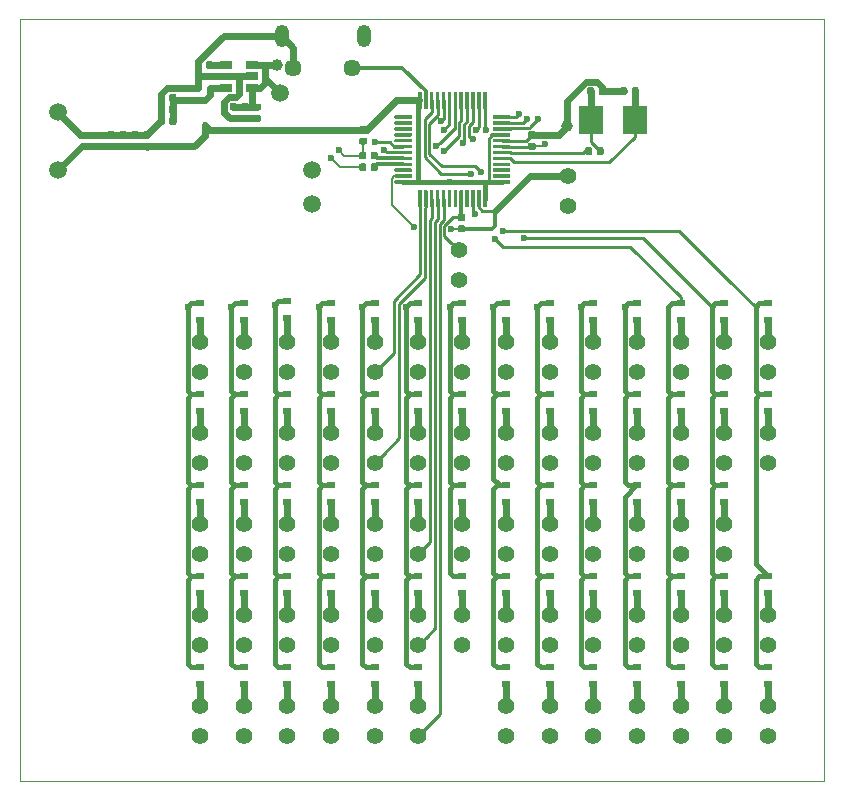
<source format=gbr>
G04 #@! TF.GenerationSoftware,KiCad,Pcbnew,(5.1.5)-3*
G04 #@! TF.CreationDate,2020-01-17T17:17:55-08:00*
G04 #@! TF.ProjectId,testing,74657374-696e-4672-9e6b-696361645f70,rev?*
G04 #@! TF.SameCoordinates,Original*
G04 #@! TF.FileFunction,Copper,L1,Top*
G04 #@! TF.FilePolarity,Positive*
%FSLAX46Y46*%
G04 Gerber Fmt 4.6, Leading zero omitted, Abs format (unit mm)*
G04 Created by KiCad (PCBNEW (5.1.5)-3) date 2020-01-17 17:17:55*
%MOMM*%
%LPD*%
G04 APERTURE LIST*
G04 #@! TA.AperFunction,Profile*
%ADD10C,0.050000*%
G04 #@! TD*
G04 #@! TA.AperFunction,SMDPad,CuDef*
%ADD11C,0.150000*%
G04 #@! TD*
G04 #@! TA.AperFunction,ComponentPad*
%ADD12C,1.500000*%
G04 #@! TD*
G04 #@! TA.AperFunction,ComponentPad*
%ADD13C,1.400000*%
G04 #@! TD*
G04 #@! TA.AperFunction,SMDPad,CuDef*
%ADD14R,0.700000X0.600000*%
G04 #@! TD*
G04 #@! TA.AperFunction,SMDPad,CuDef*
%ADD15R,2.000000X2.400000*%
G04 #@! TD*
G04 #@! TA.AperFunction,SMDPad,CuDef*
%ADD16R,0.450000X0.600000*%
G04 #@! TD*
G04 #@! TA.AperFunction,ComponentPad*
%ADD17O,1.200000X1.900000*%
G04 #@! TD*
G04 #@! TA.AperFunction,ComponentPad*
%ADD18C,1.450000*%
G04 #@! TD*
G04 #@! TA.AperFunction,SMDPad,CuDef*
%ADD19R,1.060000X0.650000*%
G04 #@! TD*
G04 #@! TA.AperFunction,ViaPad*
%ADD20C,0.600000*%
G04 #@! TD*
G04 #@! TA.AperFunction,ViaPad*
%ADD21C,1.000000*%
G04 #@! TD*
G04 #@! TA.AperFunction,Conductor*
%ADD22C,0.600000*%
G04 #@! TD*
G04 #@! TA.AperFunction,Conductor*
%ADD23C,0.250000*%
G04 #@! TD*
G04 #@! TA.AperFunction,Conductor*
%ADD24C,0.300000*%
G04 #@! TD*
G04 #@! TA.AperFunction,Conductor*
%ADD25C,0.200000*%
G04 #@! TD*
G04 #@! TA.AperFunction,Conductor*
%ADD26C,0.400000*%
G04 #@! TD*
G04 APERTURE END LIST*
D10*
X161050000Y-112850000D02*
X93050000Y-112850000D01*
X93050000Y-48350000D02*
X93050000Y-112850000D01*
X161050000Y-48350000D02*
X93050000Y-48350000D01*
X161050000Y-112850000D02*
X161050000Y-48350000D01*
G04 #@! TA.AperFunction,SMDPad,CuDef*
D11*
G04 #@! TO.P,C3,2*
G04 #@! TO.N,GND*
G36*
X105126958Y-54705710D02*
G01*
X105141276Y-54707834D01*
X105155317Y-54711351D01*
X105168946Y-54716228D01*
X105182031Y-54722417D01*
X105194447Y-54729858D01*
X105206073Y-54738481D01*
X105216798Y-54748202D01*
X105226519Y-54758927D01*
X105235142Y-54770553D01*
X105242583Y-54782969D01*
X105248772Y-54796054D01*
X105253649Y-54809683D01*
X105257166Y-54823724D01*
X105259290Y-54838042D01*
X105260000Y-54852500D01*
X105260000Y-55197500D01*
X105259290Y-55211958D01*
X105257166Y-55226276D01*
X105253649Y-55240317D01*
X105248772Y-55253946D01*
X105242583Y-55267031D01*
X105235142Y-55279447D01*
X105226519Y-55291073D01*
X105216798Y-55301798D01*
X105206073Y-55311519D01*
X105194447Y-55320142D01*
X105182031Y-55327583D01*
X105168946Y-55333772D01*
X105155317Y-55338649D01*
X105141276Y-55342166D01*
X105126958Y-55344290D01*
X105112500Y-55345000D01*
X104817500Y-55345000D01*
X104803042Y-55344290D01*
X104788724Y-55342166D01*
X104774683Y-55338649D01*
X104761054Y-55333772D01*
X104747969Y-55327583D01*
X104735553Y-55320142D01*
X104723927Y-55311519D01*
X104713202Y-55301798D01*
X104703481Y-55291073D01*
X104694858Y-55279447D01*
X104687417Y-55267031D01*
X104681228Y-55253946D01*
X104676351Y-55240317D01*
X104672834Y-55226276D01*
X104670710Y-55211958D01*
X104670000Y-55197500D01*
X104670000Y-54852500D01*
X104670710Y-54838042D01*
X104672834Y-54823724D01*
X104676351Y-54809683D01*
X104681228Y-54796054D01*
X104687417Y-54782969D01*
X104694858Y-54770553D01*
X104703481Y-54758927D01*
X104713202Y-54748202D01*
X104723927Y-54738481D01*
X104735553Y-54729858D01*
X104747969Y-54722417D01*
X104761054Y-54716228D01*
X104774683Y-54711351D01*
X104788724Y-54707834D01*
X104803042Y-54705710D01*
X104817500Y-54705000D01*
X105112500Y-54705000D01*
X105126958Y-54705710D01*
G37*
G04 #@! TD.AperFunction*
G04 #@! TA.AperFunction,SMDPad,CuDef*
G04 #@! TO.P,C3,1*
G04 #@! TO.N,Net-(C2-Pad1)*
G36*
X106096958Y-54705710D02*
G01*
X106111276Y-54707834D01*
X106125317Y-54711351D01*
X106138946Y-54716228D01*
X106152031Y-54722417D01*
X106164447Y-54729858D01*
X106176073Y-54738481D01*
X106186798Y-54748202D01*
X106196519Y-54758927D01*
X106205142Y-54770553D01*
X106212583Y-54782969D01*
X106218772Y-54796054D01*
X106223649Y-54809683D01*
X106227166Y-54823724D01*
X106229290Y-54838042D01*
X106230000Y-54852500D01*
X106230000Y-55197500D01*
X106229290Y-55211958D01*
X106227166Y-55226276D01*
X106223649Y-55240317D01*
X106218772Y-55253946D01*
X106212583Y-55267031D01*
X106205142Y-55279447D01*
X106196519Y-55291073D01*
X106186798Y-55301798D01*
X106176073Y-55311519D01*
X106164447Y-55320142D01*
X106152031Y-55327583D01*
X106138946Y-55333772D01*
X106125317Y-55338649D01*
X106111276Y-55342166D01*
X106096958Y-55344290D01*
X106082500Y-55345000D01*
X105787500Y-55345000D01*
X105773042Y-55344290D01*
X105758724Y-55342166D01*
X105744683Y-55338649D01*
X105731054Y-55333772D01*
X105717969Y-55327583D01*
X105705553Y-55320142D01*
X105693927Y-55311519D01*
X105683202Y-55301798D01*
X105673481Y-55291073D01*
X105664858Y-55279447D01*
X105657417Y-55267031D01*
X105651228Y-55253946D01*
X105646351Y-55240317D01*
X105642834Y-55226276D01*
X105640710Y-55211958D01*
X105640000Y-55197500D01*
X105640000Y-54852500D01*
X105640710Y-54838042D01*
X105642834Y-54823724D01*
X105646351Y-54809683D01*
X105651228Y-54796054D01*
X105657417Y-54782969D01*
X105664858Y-54770553D01*
X105673481Y-54758927D01*
X105683202Y-54748202D01*
X105693927Y-54738481D01*
X105705553Y-54729858D01*
X105717969Y-54722417D01*
X105731054Y-54716228D01*
X105744683Y-54711351D01*
X105758724Y-54707834D01*
X105773042Y-54705710D01*
X105787500Y-54705000D01*
X106082500Y-54705000D01*
X106096958Y-54705710D01*
G37*
G04 #@! TD.AperFunction*
G04 #@! TD*
G04 #@! TA.AperFunction,SMDPad,CuDef*
G04 #@! TO.P,C2,2*
G04 #@! TO.N,GND*
G36*
X105126958Y-55705710D02*
G01*
X105141276Y-55707834D01*
X105155317Y-55711351D01*
X105168946Y-55716228D01*
X105182031Y-55722417D01*
X105194447Y-55729858D01*
X105206073Y-55738481D01*
X105216798Y-55748202D01*
X105226519Y-55758927D01*
X105235142Y-55770553D01*
X105242583Y-55782969D01*
X105248772Y-55796054D01*
X105253649Y-55809683D01*
X105257166Y-55823724D01*
X105259290Y-55838042D01*
X105260000Y-55852500D01*
X105260000Y-56197500D01*
X105259290Y-56211958D01*
X105257166Y-56226276D01*
X105253649Y-56240317D01*
X105248772Y-56253946D01*
X105242583Y-56267031D01*
X105235142Y-56279447D01*
X105226519Y-56291073D01*
X105216798Y-56301798D01*
X105206073Y-56311519D01*
X105194447Y-56320142D01*
X105182031Y-56327583D01*
X105168946Y-56333772D01*
X105155317Y-56338649D01*
X105141276Y-56342166D01*
X105126958Y-56344290D01*
X105112500Y-56345000D01*
X104817500Y-56345000D01*
X104803042Y-56344290D01*
X104788724Y-56342166D01*
X104774683Y-56338649D01*
X104761054Y-56333772D01*
X104747969Y-56327583D01*
X104735553Y-56320142D01*
X104723927Y-56311519D01*
X104713202Y-56301798D01*
X104703481Y-56291073D01*
X104694858Y-56279447D01*
X104687417Y-56267031D01*
X104681228Y-56253946D01*
X104676351Y-56240317D01*
X104672834Y-56226276D01*
X104670710Y-56211958D01*
X104670000Y-56197500D01*
X104670000Y-55852500D01*
X104670710Y-55838042D01*
X104672834Y-55823724D01*
X104676351Y-55809683D01*
X104681228Y-55796054D01*
X104687417Y-55782969D01*
X104694858Y-55770553D01*
X104703481Y-55758927D01*
X104713202Y-55748202D01*
X104723927Y-55738481D01*
X104735553Y-55729858D01*
X104747969Y-55722417D01*
X104761054Y-55716228D01*
X104774683Y-55711351D01*
X104788724Y-55707834D01*
X104803042Y-55705710D01*
X104817500Y-55705000D01*
X105112500Y-55705000D01*
X105126958Y-55705710D01*
G37*
G04 #@! TD.AperFunction*
G04 #@! TA.AperFunction,SMDPad,CuDef*
G04 #@! TO.P,C2,1*
G04 #@! TO.N,Net-(C2-Pad1)*
G36*
X106096958Y-55705710D02*
G01*
X106111276Y-55707834D01*
X106125317Y-55711351D01*
X106138946Y-55716228D01*
X106152031Y-55722417D01*
X106164447Y-55729858D01*
X106176073Y-55738481D01*
X106186798Y-55748202D01*
X106196519Y-55758927D01*
X106205142Y-55770553D01*
X106212583Y-55782969D01*
X106218772Y-55796054D01*
X106223649Y-55809683D01*
X106227166Y-55823724D01*
X106229290Y-55838042D01*
X106230000Y-55852500D01*
X106230000Y-56197500D01*
X106229290Y-56211958D01*
X106227166Y-56226276D01*
X106223649Y-56240317D01*
X106218772Y-56253946D01*
X106212583Y-56267031D01*
X106205142Y-56279447D01*
X106196519Y-56291073D01*
X106186798Y-56301798D01*
X106176073Y-56311519D01*
X106164447Y-56320142D01*
X106152031Y-56327583D01*
X106138946Y-56333772D01*
X106125317Y-56338649D01*
X106111276Y-56342166D01*
X106096958Y-56344290D01*
X106082500Y-56345000D01*
X105787500Y-56345000D01*
X105773042Y-56344290D01*
X105758724Y-56342166D01*
X105744683Y-56338649D01*
X105731054Y-56333772D01*
X105717969Y-56327583D01*
X105705553Y-56320142D01*
X105693927Y-56311519D01*
X105683202Y-56301798D01*
X105673481Y-56291073D01*
X105664858Y-56279447D01*
X105657417Y-56267031D01*
X105651228Y-56253946D01*
X105646351Y-56240317D01*
X105642834Y-56226276D01*
X105640710Y-56211958D01*
X105640000Y-56197500D01*
X105640000Y-55852500D01*
X105640710Y-55838042D01*
X105642834Y-55823724D01*
X105646351Y-55809683D01*
X105651228Y-55796054D01*
X105657417Y-55782969D01*
X105664858Y-55770553D01*
X105673481Y-55758927D01*
X105683202Y-55748202D01*
X105693927Y-55738481D01*
X105705553Y-55729858D01*
X105717969Y-55722417D01*
X105731054Y-55716228D01*
X105744683Y-55711351D01*
X105758724Y-55707834D01*
X105773042Y-55705710D01*
X105787500Y-55705000D01*
X106082500Y-55705000D01*
X106096958Y-55705710D01*
G37*
G04 #@! TD.AperFunction*
G04 #@! TD*
G04 #@! TA.AperFunction,SMDPad,CuDef*
G04 #@! TO.P,C1,2*
G04 #@! TO.N,GND*
G36*
X113286958Y-56490710D02*
G01*
X113301276Y-56492834D01*
X113315317Y-56496351D01*
X113328946Y-56501228D01*
X113342031Y-56507417D01*
X113354447Y-56514858D01*
X113366073Y-56523481D01*
X113376798Y-56533202D01*
X113386519Y-56543927D01*
X113395142Y-56555553D01*
X113402583Y-56567969D01*
X113408772Y-56581054D01*
X113413649Y-56594683D01*
X113417166Y-56608724D01*
X113419290Y-56623042D01*
X113420000Y-56637500D01*
X113420000Y-56932500D01*
X113419290Y-56946958D01*
X113417166Y-56961276D01*
X113413649Y-56975317D01*
X113408772Y-56988946D01*
X113402583Y-57002031D01*
X113395142Y-57014447D01*
X113386519Y-57026073D01*
X113376798Y-57036798D01*
X113366073Y-57046519D01*
X113354447Y-57055142D01*
X113342031Y-57062583D01*
X113328946Y-57068772D01*
X113315317Y-57073649D01*
X113301276Y-57077166D01*
X113286958Y-57079290D01*
X113272500Y-57080000D01*
X112927500Y-57080000D01*
X112913042Y-57079290D01*
X112898724Y-57077166D01*
X112884683Y-57073649D01*
X112871054Y-57068772D01*
X112857969Y-57062583D01*
X112845553Y-57055142D01*
X112833927Y-57046519D01*
X112823202Y-57036798D01*
X112813481Y-57026073D01*
X112804858Y-57014447D01*
X112797417Y-57002031D01*
X112791228Y-56988946D01*
X112786351Y-56975317D01*
X112782834Y-56961276D01*
X112780710Y-56946958D01*
X112780000Y-56932500D01*
X112780000Y-56637500D01*
X112780710Y-56623042D01*
X112782834Y-56608724D01*
X112786351Y-56594683D01*
X112791228Y-56581054D01*
X112797417Y-56567969D01*
X112804858Y-56555553D01*
X112813481Y-56543927D01*
X112823202Y-56533202D01*
X112833927Y-56523481D01*
X112845553Y-56514858D01*
X112857969Y-56507417D01*
X112871054Y-56501228D01*
X112884683Y-56496351D01*
X112898724Y-56492834D01*
X112913042Y-56490710D01*
X112927500Y-56490000D01*
X113272500Y-56490000D01*
X113286958Y-56490710D01*
G37*
G04 #@! TD.AperFunction*
G04 #@! TA.AperFunction,SMDPad,CuDef*
G04 #@! TO.P,C1,1*
G04 #@! TO.N,+5V*
G36*
X113286958Y-55520710D02*
G01*
X113301276Y-55522834D01*
X113315317Y-55526351D01*
X113328946Y-55531228D01*
X113342031Y-55537417D01*
X113354447Y-55544858D01*
X113366073Y-55553481D01*
X113376798Y-55563202D01*
X113386519Y-55573927D01*
X113395142Y-55585553D01*
X113402583Y-55597969D01*
X113408772Y-55611054D01*
X113413649Y-55624683D01*
X113417166Y-55638724D01*
X113419290Y-55653042D01*
X113420000Y-55667500D01*
X113420000Y-55962500D01*
X113419290Y-55976958D01*
X113417166Y-55991276D01*
X113413649Y-56005317D01*
X113408772Y-56018946D01*
X113402583Y-56032031D01*
X113395142Y-56044447D01*
X113386519Y-56056073D01*
X113376798Y-56066798D01*
X113366073Y-56076519D01*
X113354447Y-56085142D01*
X113342031Y-56092583D01*
X113328946Y-56098772D01*
X113315317Y-56103649D01*
X113301276Y-56107166D01*
X113286958Y-56109290D01*
X113272500Y-56110000D01*
X112927500Y-56110000D01*
X112913042Y-56109290D01*
X112898724Y-56107166D01*
X112884683Y-56103649D01*
X112871054Y-56098772D01*
X112857969Y-56092583D01*
X112845553Y-56085142D01*
X112833927Y-56076519D01*
X112823202Y-56066798D01*
X112813481Y-56056073D01*
X112804858Y-56044447D01*
X112797417Y-56032031D01*
X112791228Y-56018946D01*
X112786351Y-56005317D01*
X112782834Y-55991276D01*
X112780710Y-55976958D01*
X112780000Y-55962500D01*
X112780000Y-55667500D01*
X112780710Y-55653042D01*
X112782834Y-55638724D01*
X112786351Y-55624683D01*
X112791228Y-55611054D01*
X112797417Y-55597969D01*
X112804858Y-55585553D01*
X112813481Y-55573927D01*
X112823202Y-55563202D01*
X112833927Y-55553481D01*
X112845553Y-55544858D01*
X112857969Y-55537417D01*
X112871054Y-55531228D01*
X112884683Y-55526351D01*
X112898724Y-55522834D01*
X112913042Y-55520710D01*
X112927500Y-55520000D01*
X113272500Y-55520000D01*
X113286958Y-55520710D01*
G37*
G04 #@! TD.AperFunction*
G04 #@! TD*
D12*
G04 #@! TO.P,TP5,1*
G04 #@! TO.N,Net-(TP5-Pad1)*
X96200000Y-61175000D03*
G04 #@! TD*
G04 #@! TO.P,TP4,1*
G04 #@! TO.N,Net-(TP4-Pad1)*
X117750000Y-61150000D03*
G04 #@! TD*
G04 #@! TO.P,TP3,1*
G04 #@! TO.N,Net-(TP3-Pad1)*
X117750000Y-64050000D03*
G04 #@! TD*
G04 #@! TO.P,TP2,1*
G04 #@! TO.N,+5V*
X115050000Y-54650000D03*
G04 #@! TD*
G04 #@! TO.P,TP1,1*
G04 #@! TO.N,GND*
X96200000Y-56275000D03*
G04 #@! TD*
D13*
G04 #@! TO.P,BOOT0UP1,2*
G04 #@! TO.N,Net-(BOOT0UP1-Pad2)*
X130150000Y-67910000D03*
G04 #@! TO.P,BOOT0UP1,1*
G04 #@! TO.N,+3V3*
X130150000Y-70450000D03*
G04 #@! TD*
G04 #@! TO.P,RST1,2*
G04 #@! TO.N,Net-(C23-Pad2)*
X139450000Y-64190000D03*
G04 #@! TO.P,RST1,1*
G04 #@! TO.N,GND*
X139450000Y-61650000D03*
G04 #@! TD*
G04 #@! TO.P,SW68,2*
G04 #@! TO.N,Net-(D68-Pad2)*
X156350000Y-106510000D03*
G04 #@! TO.P,SW68,1*
G04 #@! TO.N,/SMT32/ROW5*
X156350000Y-109050000D03*
G04 #@! TD*
G04 #@! TO.P,SW67,2*
G04 #@! TO.N,Net-(D67-Pad2)*
X156350000Y-98810000D03*
G04 #@! TO.P,SW67,1*
G04 #@! TO.N,/SMT32/ROW4*
X156350000Y-101350000D03*
G04 #@! TD*
G04 #@! TO.P,SW66,2*
G04 #@! TO.N,Net-(D66-Pad2)*
X156350000Y-83410000D03*
G04 #@! TO.P,SW66,1*
G04 #@! TO.N,/SMT32/ROW2*
X156350000Y-85950000D03*
G04 #@! TD*
G04 #@! TO.P,SW65,2*
G04 #@! TO.N,Net-(D65-Pad2)*
X156350000Y-75710000D03*
G04 #@! TO.P,SW65,1*
G04 #@! TO.N,/SMT32/ROW1*
X156350000Y-78250000D03*
G04 #@! TD*
G04 #@! TO.P,SW64,2*
G04 #@! TO.N,Net-(D64-Pad2)*
X152650000Y-106510000D03*
G04 #@! TO.P,SW64,1*
G04 #@! TO.N,/SMT32/ROW5*
X152650000Y-109050000D03*
G04 #@! TD*
G04 #@! TO.P,SW63,2*
G04 #@! TO.N,Net-(D63-Pad2)*
X152650000Y-98810000D03*
G04 #@! TO.P,SW63,1*
G04 #@! TO.N,/SMT32/ROW4*
X152650000Y-101350000D03*
G04 #@! TD*
G04 #@! TO.P,SW62,2*
G04 #@! TO.N,Net-(D62-Pad2)*
X152650000Y-91110000D03*
G04 #@! TO.P,SW62,1*
G04 #@! TO.N,/SMT32/ROW3*
X152650000Y-93650000D03*
G04 #@! TD*
G04 #@! TO.P,SW61,2*
G04 #@! TO.N,Net-(D61-Pad2)*
X152650000Y-83410000D03*
G04 #@! TO.P,SW61,1*
G04 #@! TO.N,/SMT32/ROW2*
X152650000Y-85950000D03*
G04 #@! TD*
G04 #@! TO.P,SW60,2*
G04 #@! TO.N,Net-(D60-Pad2)*
X152650000Y-75710000D03*
G04 #@! TO.P,SW60,1*
G04 #@! TO.N,/SMT32/ROW1*
X152650000Y-78250000D03*
G04 #@! TD*
G04 #@! TO.P,SW59,2*
G04 #@! TO.N,Net-(D59-Pad2)*
X148950000Y-106510000D03*
G04 #@! TO.P,SW59,1*
G04 #@! TO.N,/SMT32/ROW5*
X148950000Y-109050000D03*
G04 #@! TD*
G04 #@! TO.P,SW58,2*
G04 #@! TO.N,Net-(D58-Pad2)*
X148950000Y-98810000D03*
G04 #@! TO.P,SW58,1*
G04 #@! TO.N,/SMT32/ROW4*
X148950000Y-101350000D03*
G04 #@! TD*
G04 #@! TO.P,SW57,2*
G04 #@! TO.N,Net-(D57-Pad2)*
X148950000Y-91110000D03*
G04 #@! TO.P,SW57,1*
G04 #@! TO.N,/SMT32/ROW3*
X148950000Y-93650000D03*
G04 #@! TD*
G04 #@! TO.P,SW56,2*
G04 #@! TO.N,Net-(D56-Pad2)*
X148950000Y-83410000D03*
G04 #@! TO.P,SW56,1*
G04 #@! TO.N,/SMT32/ROW2*
X148950000Y-85950000D03*
G04 #@! TD*
G04 #@! TO.P,SW55,2*
G04 #@! TO.N,Net-(D55-Pad2)*
X148950000Y-75710000D03*
G04 #@! TO.P,SW55,1*
G04 #@! TO.N,/SMT32/ROW1*
X148950000Y-78250000D03*
G04 #@! TD*
G04 #@! TO.P,SW54,2*
G04 #@! TO.N,Net-(D54-Pad2)*
X145250000Y-106510000D03*
G04 #@! TO.P,SW54,1*
G04 #@! TO.N,/SMT32/ROW5*
X145250000Y-109050000D03*
G04 #@! TD*
G04 #@! TO.P,SW53,2*
G04 #@! TO.N,Net-(D53-Pad2)*
X145250000Y-98810000D03*
G04 #@! TO.P,SW53,1*
G04 #@! TO.N,/SMT32/ROW4*
X145250000Y-101350000D03*
G04 #@! TD*
G04 #@! TO.P,SW52,2*
G04 #@! TO.N,Net-(D52-Pad2)*
X145250000Y-91110000D03*
G04 #@! TO.P,SW52,1*
G04 #@! TO.N,/SMT32/ROW3*
X145250000Y-93650000D03*
G04 #@! TD*
G04 #@! TO.P,SW51,2*
G04 #@! TO.N,Net-(D51-Pad2)*
X145250000Y-83410000D03*
G04 #@! TO.P,SW51,1*
G04 #@! TO.N,/SMT32/ROW2*
X145250000Y-85950000D03*
G04 #@! TD*
G04 #@! TO.P,SW50,2*
G04 #@! TO.N,Net-(D50-Pad2)*
X145250000Y-75710000D03*
G04 #@! TO.P,SW50,1*
G04 #@! TO.N,/SMT32/ROW1*
X145250000Y-78250000D03*
G04 #@! TD*
G04 #@! TO.P,SW49,2*
G04 #@! TO.N,Net-(D49-Pad2)*
X141550000Y-106510000D03*
G04 #@! TO.P,SW49,1*
G04 #@! TO.N,/SMT32/ROW5*
X141550000Y-109050000D03*
G04 #@! TD*
G04 #@! TO.P,SW48,2*
G04 #@! TO.N,Net-(D48-Pad2)*
X141550000Y-98810000D03*
G04 #@! TO.P,SW48,1*
G04 #@! TO.N,/SMT32/ROW4*
X141550000Y-101350000D03*
G04 #@! TD*
G04 #@! TO.P,SW47,2*
G04 #@! TO.N,Net-(D47-Pad2)*
X141550000Y-91110000D03*
G04 #@! TO.P,SW47,1*
G04 #@! TO.N,/SMT32/ROW3*
X141550000Y-93650000D03*
G04 #@! TD*
G04 #@! TO.P,SW46,2*
G04 #@! TO.N,Net-(D46-Pad2)*
X141550000Y-83410000D03*
G04 #@! TO.P,SW46,1*
G04 #@! TO.N,/SMT32/ROW2*
X141550000Y-85950000D03*
G04 #@! TD*
G04 #@! TO.P,SW45,2*
G04 #@! TO.N,Net-(D45-Pad2)*
X141550000Y-75710000D03*
G04 #@! TO.P,SW45,1*
G04 #@! TO.N,/SMT32/ROW1*
X141550000Y-78250000D03*
G04 #@! TD*
G04 #@! TO.P,SW44,2*
G04 #@! TO.N,Net-(D44-Pad2)*
X137850000Y-106510000D03*
G04 #@! TO.P,SW44,1*
G04 #@! TO.N,/SMT32/ROW5*
X137850000Y-109050000D03*
G04 #@! TD*
G04 #@! TO.P,SW43,2*
G04 #@! TO.N,Net-(D43-Pad2)*
X137850000Y-98810000D03*
G04 #@! TO.P,SW43,1*
G04 #@! TO.N,/SMT32/ROW4*
X137850000Y-101350000D03*
G04 #@! TD*
G04 #@! TO.P,SW42,2*
G04 #@! TO.N,Net-(D42-Pad2)*
X137850000Y-91110000D03*
G04 #@! TO.P,SW42,1*
G04 #@! TO.N,/SMT32/ROW3*
X137850000Y-93650000D03*
G04 #@! TD*
G04 #@! TO.P,SW41,2*
G04 #@! TO.N,Net-(D41-Pad2)*
X137850000Y-83410000D03*
G04 #@! TO.P,SW41,1*
G04 #@! TO.N,/SMT32/ROW2*
X137850000Y-85950000D03*
G04 #@! TD*
G04 #@! TO.P,SW40,2*
G04 #@! TO.N,Net-(D40-Pad2)*
X137850000Y-75710000D03*
G04 #@! TO.P,SW40,1*
G04 #@! TO.N,/SMT32/ROW1*
X137850000Y-78250000D03*
G04 #@! TD*
G04 #@! TO.P,SW39,2*
G04 #@! TO.N,Net-(D39-Pad2)*
X134150000Y-106510000D03*
G04 #@! TO.P,SW39,1*
G04 #@! TO.N,/SMT32/ROW5*
X134150000Y-109050000D03*
G04 #@! TD*
G04 #@! TO.P,SW38,2*
G04 #@! TO.N,Net-(D38-Pad2)*
X134150000Y-98810000D03*
G04 #@! TO.P,SW38,1*
G04 #@! TO.N,/SMT32/ROW4*
X134150000Y-101350000D03*
G04 #@! TD*
G04 #@! TO.P,SW37,2*
G04 #@! TO.N,Net-(D37-Pad2)*
X134150000Y-91110000D03*
G04 #@! TO.P,SW37,1*
G04 #@! TO.N,/SMT32/ROW3*
X134150000Y-93650000D03*
G04 #@! TD*
G04 #@! TO.P,SW36,2*
G04 #@! TO.N,Net-(D36-Pad2)*
X134150000Y-83410000D03*
G04 #@! TO.P,SW36,1*
G04 #@! TO.N,/SMT32/ROW2*
X134150000Y-85950000D03*
G04 #@! TD*
G04 #@! TO.P,SW35,2*
G04 #@! TO.N,Net-(D35-Pad2)*
X134150000Y-75710000D03*
G04 #@! TO.P,SW35,1*
G04 #@! TO.N,/SMT32/ROW1*
X134150000Y-78250000D03*
G04 #@! TD*
G04 #@! TO.P,SW34,2*
G04 #@! TO.N,Net-(D34-Pad2)*
X130450000Y-98810000D03*
G04 #@! TO.P,SW34,1*
G04 #@! TO.N,/SMT32/ROW4*
X130450000Y-101350000D03*
G04 #@! TD*
G04 #@! TO.P,SW33,2*
G04 #@! TO.N,Net-(D33-Pad2)*
X130450000Y-91110000D03*
G04 #@! TO.P,SW33,1*
G04 #@! TO.N,/SMT32/ROW3*
X130450000Y-93650000D03*
G04 #@! TD*
G04 #@! TO.P,SW32,2*
G04 #@! TO.N,Net-(D32-Pad2)*
X130450000Y-83410000D03*
G04 #@! TO.P,SW32,1*
G04 #@! TO.N,/SMT32/ROW2*
X130450000Y-85950000D03*
G04 #@! TD*
G04 #@! TO.P,SW31,2*
G04 #@! TO.N,Net-(D31-Pad2)*
X130450000Y-75710000D03*
G04 #@! TO.P,SW31,1*
G04 #@! TO.N,/SMT32/ROW1*
X130450000Y-78250000D03*
G04 #@! TD*
G04 #@! TO.P,SW30,2*
G04 #@! TO.N,Net-(D30-Pad2)*
X126750000Y-106510000D03*
G04 #@! TO.P,SW30,1*
G04 #@! TO.N,/SMT32/ROW5*
X126750000Y-109050000D03*
G04 #@! TD*
G04 #@! TO.P,SW29,2*
G04 #@! TO.N,Net-(D29-Pad2)*
X126750000Y-98810000D03*
G04 #@! TO.P,SW29,1*
G04 #@! TO.N,/SMT32/ROW4*
X126750000Y-101350000D03*
G04 #@! TD*
G04 #@! TO.P,SW28,2*
G04 #@! TO.N,Net-(D28-Pad2)*
X126750000Y-91110000D03*
G04 #@! TO.P,SW28,1*
G04 #@! TO.N,/SMT32/ROW3*
X126750000Y-93650000D03*
G04 #@! TD*
G04 #@! TO.P,SW27,2*
G04 #@! TO.N,Net-(D27-Pad2)*
X126750000Y-83410000D03*
G04 #@! TO.P,SW27,1*
G04 #@! TO.N,/SMT32/ROW2*
X126750000Y-85950000D03*
G04 #@! TD*
G04 #@! TO.P,SW26,2*
G04 #@! TO.N,Net-(D26-Pad2)*
X126750000Y-75710000D03*
G04 #@! TO.P,SW26,1*
G04 #@! TO.N,/SMT32/ROW1*
X126750000Y-78250000D03*
G04 #@! TD*
G04 #@! TO.P,SW25,2*
G04 #@! TO.N,Net-(D25-Pad2)*
X123050000Y-106510000D03*
G04 #@! TO.P,SW25,1*
G04 #@! TO.N,/SMT32/ROW5*
X123050000Y-109050000D03*
G04 #@! TD*
G04 #@! TO.P,SW24,2*
G04 #@! TO.N,Net-(D24-Pad2)*
X123050000Y-98810000D03*
G04 #@! TO.P,SW24,1*
G04 #@! TO.N,/SMT32/ROW4*
X123050000Y-101350000D03*
G04 #@! TD*
G04 #@! TO.P,SW23,2*
G04 #@! TO.N,Net-(D23-Pad2)*
X123050000Y-91110000D03*
G04 #@! TO.P,SW23,1*
G04 #@! TO.N,/SMT32/ROW3*
X123050000Y-93650000D03*
G04 #@! TD*
G04 #@! TO.P,SW22,2*
G04 #@! TO.N,Net-(D22-Pad2)*
X123050000Y-83410000D03*
G04 #@! TO.P,SW22,1*
G04 #@! TO.N,/SMT32/ROW2*
X123050000Y-85950000D03*
G04 #@! TD*
G04 #@! TO.P,SW21,2*
G04 #@! TO.N,Net-(D21-Pad2)*
X123050000Y-75710000D03*
G04 #@! TO.P,SW21,1*
G04 #@! TO.N,/SMT32/ROW1*
X123050000Y-78250000D03*
G04 #@! TD*
G04 #@! TO.P,SW20,2*
G04 #@! TO.N,Net-(D20-Pad2)*
X119350000Y-106510000D03*
G04 #@! TO.P,SW20,1*
G04 #@! TO.N,/SMT32/ROW5*
X119350000Y-109050000D03*
G04 #@! TD*
G04 #@! TO.P,SW19,2*
G04 #@! TO.N,Net-(D19-Pad2)*
X119350000Y-98810000D03*
G04 #@! TO.P,SW19,1*
G04 #@! TO.N,/SMT32/ROW4*
X119350000Y-101350000D03*
G04 #@! TD*
G04 #@! TO.P,SW18,2*
G04 #@! TO.N,Net-(D18-Pad2)*
X119350000Y-91110000D03*
G04 #@! TO.P,SW18,1*
G04 #@! TO.N,/SMT32/ROW3*
X119350000Y-93650000D03*
G04 #@! TD*
G04 #@! TO.P,SW17,2*
G04 #@! TO.N,Net-(D17-Pad2)*
X119350000Y-83410000D03*
G04 #@! TO.P,SW17,1*
G04 #@! TO.N,/SMT32/ROW2*
X119350000Y-85950000D03*
G04 #@! TD*
G04 #@! TO.P,SW16,2*
G04 #@! TO.N,Net-(D16-Pad2)*
X119350000Y-75710000D03*
G04 #@! TO.P,SW16,1*
G04 #@! TO.N,/SMT32/ROW1*
X119350000Y-78250000D03*
G04 #@! TD*
G04 #@! TO.P,SW15,2*
G04 #@! TO.N,Net-(D15-Pad2)*
X115650000Y-106510000D03*
G04 #@! TO.P,SW15,1*
G04 #@! TO.N,/SMT32/ROW5*
X115650000Y-109050000D03*
G04 #@! TD*
G04 #@! TO.P,SW14,2*
G04 #@! TO.N,Net-(D14-Pad2)*
X115650000Y-98810000D03*
G04 #@! TO.P,SW14,1*
G04 #@! TO.N,/SMT32/ROW4*
X115650000Y-101350000D03*
G04 #@! TD*
G04 #@! TO.P,SW13,2*
G04 #@! TO.N,Net-(D13-Pad2)*
X115650000Y-91110000D03*
G04 #@! TO.P,SW13,1*
G04 #@! TO.N,/SMT32/ROW3*
X115650000Y-93650000D03*
G04 #@! TD*
G04 #@! TO.P,SW12,2*
G04 #@! TO.N,Net-(D12-Pad2)*
X115650000Y-83410000D03*
G04 #@! TO.P,SW12,1*
G04 #@! TO.N,/SMT32/ROW2*
X115650000Y-85950000D03*
G04 #@! TD*
G04 #@! TO.P,SW11,2*
G04 #@! TO.N,Net-(D11-Pad2)*
X115650000Y-75710000D03*
G04 #@! TO.P,SW11,1*
G04 #@! TO.N,/SMT32/ROW1*
X115650000Y-78250000D03*
G04 #@! TD*
G04 #@! TO.P,SW10,2*
G04 #@! TO.N,Net-(D10-Pad2)*
X111950000Y-106510000D03*
G04 #@! TO.P,SW10,1*
G04 #@! TO.N,/SMT32/ROW5*
X111950000Y-109050000D03*
G04 #@! TD*
G04 #@! TO.P,SW8,2*
G04 #@! TO.N,Net-(D8-Pad2)*
X111950000Y-91110000D03*
G04 #@! TO.P,SW8,1*
G04 #@! TO.N,/SMT32/ROW3*
X111950000Y-93650000D03*
G04 #@! TD*
G04 #@! TO.P,SW5,2*
G04 #@! TO.N,Net-(D5-Pad2)*
X108250000Y-106510000D03*
G04 #@! TO.P,SW5,1*
G04 #@! TO.N,/SMT32/ROW5*
X108250000Y-109050000D03*
G04 #@! TD*
G04 #@! TO.P,SW4,2*
G04 #@! TO.N,Net-(D4-Pad2)*
X108250000Y-98810000D03*
G04 #@! TO.P,SW4,1*
G04 #@! TO.N,/SMT32/ROW4*
X108250000Y-101350000D03*
G04 #@! TD*
G04 #@! TO.P,SW3,2*
G04 #@! TO.N,Net-(D3-Pad2)*
X108250000Y-91110000D03*
G04 #@! TO.P,SW3,1*
G04 #@! TO.N,/SMT32/ROW3*
X108250000Y-93650000D03*
G04 #@! TD*
D14*
G04 #@! TO.P,D68,1*
G04 #@! TO.N,/SMT32/COL1*
X156350000Y-103250000D03*
G04 #@! TO.P,D68,2*
G04 #@! TO.N,Net-(D68-Pad2)*
X156350000Y-104650000D03*
G04 #@! TD*
G04 #@! TO.P,D67,1*
G04 #@! TO.N,/SMT32/COL1*
X156350000Y-95550000D03*
G04 #@! TO.P,D67,2*
G04 #@! TO.N,Net-(D67-Pad2)*
X156350000Y-96950000D03*
G04 #@! TD*
G04 #@! TO.P,D66,1*
G04 #@! TO.N,/SMT32/COL1*
X156350000Y-80150000D03*
G04 #@! TO.P,D66,2*
G04 #@! TO.N,Net-(D66-Pad2)*
X156350000Y-81550000D03*
G04 #@! TD*
G04 #@! TO.P,D65,1*
G04 #@! TO.N,/SMT32/COL1*
X156350000Y-72450000D03*
G04 #@! TO.P,D65,2*
G04 #@! TO.N,Net-(D65-Pad2)*
X156350000Y-73850000D03*
G04 #@! TD*
G04 #@! TO.P,D64,1*
G04 #@! TO.N,/SMT32/COL2*
X152650000Y-103250000D03*
G04 #@! TO.P,D64,2*
G04 #@! TO.N,Net-(D64-Pad2)*
X152650000Y-104650000D03*
G04 #@! TD*
G04 #@! TO.P,D63,1*
G04 #@! TO.N,/SMT32/COL2*
X152650000Y-95550000D03*
G04 #@! TO.P,D63,2*
G04 #@! TO.N,Net-(D63-Pad2)*
X152650000Y-96950000D03*
G04 #@! TD*
G04 #@! TO.P,D62,1*
G04 #@! TO.N,/SMT32/COL2*
X152650000Y-87850000D03*
G04 #@! TO.P,D62,2*
G04 #@! TO.N,Net-(D62-Pad2)*
X152650000Y-89250000D03*
G04 #@! TD*
G04 #@! TO.P,D61,1*
G04 #@! TO.N,/SMT32/COL2*
X152650000Y-80150000D03*
G04 #@! TO.P,D61,2*
G04 #@! TO.N,Net-(D61-Pad2)*
X152650000Y-81550000D03*
G04 #@! TD*
G04 #@! TO.P,D60,1*
G04 #@! TO.N,/SMT32/COL2*
X152650000Y-72450000D03*
G04 #@! TO.P,D60,2*
G04 #@! TO.N,Net-(D60-Pad2)*
X152650000Y-73850000D03*
G04 #@! TD*
G04 #@! TO.P,D59,1*
G04 #@! TO.N,/SMT32/COL3*
X148950000Y-103250000D03*
G04 #@! TO.P,D59,2*
G04 #@! TO.N,Net-(D59-Pad2)*
X148950000Y-104650000D03*
G04 #@! TD*
G04 #@! TO.P,D58,1*
G04 #@! TO.N,/SMT32/COL3*
X148950000Y-95550000D03*
G04 #@! TO.P,D58,2*
G04 #@! TO.N,Net-(D58-Pad2)*
X148950000Y-96950000D03*
G04 #@! TD*
G04 #@! TO.P,D57,1*
G04 #@! TO.N,/SMT32/COL3*
X148950000Y-87850000D03*
G04 #@! TO.P,D57,2*
G04 #@! TO.N,Net-(D57-Pad2)*
X148950000Y-89250000D03*
G04 #@! TD*
G04 #@! TO.P,D56,1*
G04 #@! TO.N,/SMT32/COL3*
X148950000Y-80150000D03*
G04 #@! TO.P,D56,2*
G04 #@! TO.N,Net-(D56-Pad2)*
X148950000Y-81550000D03*
G04 #@! TD*
G04 #@! TO.P,D55,1*
G04 #@! TO.N,/SMT32/COL3*
X148950000Y-72450000D03*
G04 #@! TO.P,D55,2*
G04 #@! TO.N,Net-(D55-Pad2)*
X148950000Y-73850000D03*
G04 #@! TD*
G04 #@! TO.P,D54,1*
G04 #@! TO.N,/SMT32/COL4*
X145250000Y-103250000D03*
G04 #@! TO.P,D54,2*
G04 #@! TO.N,Net-(D54-Pad2)*
X145250000Y-104650000D03*
G04 #@! TD*
G04 #@! TO.P,D53,1*
G04 #@! TO.N,/SMT32/COL4*
X145250000Y-95550000D03*
G04 #@! TO.P,D53,2*
G04 #@! TO.N,Net-(D53-Pad2)*
X145250000Y-96950000D03*
G04 #@! TD*
G04 #@! TO.P,D52,1*
G04 #@! TO.N,/SMT32/COL4*
X145250000Y-87850000D03*
G04 #@! TO.P,D52,2*
G04 #@! TO.N,Net-(D52-Pad2)*
X145250000Y-89250000D03*
G04 #@! TD*
G04 #@! TO.P,D51,1*
G04 #@! TO.N,/SMT32/COL4*
X145250000Y-80150000D03*
G04 #@! TO.P,D51,2*
G04 #@! TO.N,Net-(D51-Pad2)*
X145250000Y-81550000D03*
G04 #@! TD*
G04 #@! TO.P,D50,1*
G04 #@! TO.N,/SMT32/COL4*
X145250000Y-72450000D03*
G04 #@! TO.P,D50,2*
G04 #@! TO.N,Net-(D50-Pad2)*
X145250000Y-73850000D03*
G04 #@! TD*
G04 #@! TO.P,D49,1*
G04 #@! TO.N,/SMT32/COL5*
X141550000Y-103250000D03*
G04 #@! TO.P,D49,2*
G04 #@! TO.N,Net-(D49-Pad2)*
X141550000Y-104650000D03*
G04 #@! TD*
G04 #@! TO.P,D48,1*
G04 #@! TO.N,/SMT32/COL5*
X141550000Y-95550000D03*
G04 #@! TO.P,D48,2*
G04 #@! TO.N,Net-(D48-Pad2)*
X141550000Y-96950000D03*
G04 #@! TD*
G04 #@! TO.P,D47,1*
G04 #@! TO.N,/SMT32/COL5*
X141550000Y-87850000D03*
G04 #@! TO.P,D47,2*
G04 #@! TO.N,Net-(D47-Pad2)*
X141550000Y-89250000D03*
G04 #@! TD*
G04 #@! TO.P,D46,1*
G04 #@! TO.N,/SMT32/COL5*
X141550000Y-80150000D03*
G04 #@! TO.P,D46,2*
G04 #@! TO.N,Net-(D46-Pad2)*
X141550000Y-81550000D03*
G04 #@! TD*
G04 #@! TO.P,D45,1*
G04 #@! TO.N,/SMT32/COL5*
X141550000Y-72450000D03*
G04 #@! TO.P,D45,2*
G04 #@! TO.N,Net-(D45-Pad2)*
X141550000Y-73850000D03*
G04 #@! TD*
G04 #@! TO.P,D44,1*
G04 #@! TO.N,/SMT32/COL6*
X137850000Y-103250000D03*
G04 #@! TO.P,D44,2*
G04 #@! TO.N,Net-(D44-Pad2)*
X137850000Y-104650000D03*
G04 #@! TD*
G04 #@! TO.P,D43,1*
G04 #@! TO.N,/SMT32/COL6*
X137850000Y-95550000D03*
G04 #@! TO.P,D43,2*
G04 #@! TO.N,Net-(D43-Pad2)*
X137850000Y-96950000D03*
G04 #@! TD*
G04 #@! TO.P,D42,1*
G04 #@! TO.N,/SMT32/COL6*
X137850000Y-87850000D03*
G04 #@! TO.P,D42,2*
G04 #@! TO.N,Net-(D42-Pad2)*
X137850000Y-89250000D03*
G04 #@! TD*
G04 #@! TO.P,D41,1*
G04 #@! TO.N,/SMT32/COL6*
X137850000Y-80150000D03*
G04 #@! TO.P,D41,2*
G04 #@! TO.N,Net-(D41-Pad2)*
X137850000Y-81550000D03*
G04 #@! TD*
G04 #@! TO.P,D40,1*
G04 #@! TO.N,/SMT32/COL6*
X137850000Y-72450000D03*
G04 #@! TO.P,D40,2*
G04 #@! TO.N,Net-(D40-Pad2)*
X137850000Y-73850000D03*
G04 #@! TD*
G04 #@! TO.P,D39,1*
G04 #@! TO.N,/SMT32/COL7*
X134150000Y-103250000D03*
G04 #@! TO.P,D39,2*
G04 #@! TO.N,Net-(D39-Pad2)*
X134150000Y-104650000D03*
G04 #@! TD*
G04 #@! TO.P,D38,1*
G04 #@! TO.N,/SMT32/COL7*
X134150000Y-95550000D03*
G04 #@! TO.P,D38,2*
G04 #@! TO.N,Net-(D38-Pad2)*
X134150000Y-96950000D03*
G04 #@! TD*
G04 #@! TO.P,D37,1*
G04 #@! TO.N,/SMT32/COL7*
X134150000Y-87850000D03*
G04 #@! TO.P,D37,2*
G04 #@! TO.N,Net-(D37-Pad2)*
X134150000Y-89250000D03*
G04 #@! TD*
G04 #@! TO.P,D36,1*
G04 #@! TO.N,/SMT32/COL7*
X134150000Y-80150000D03*
G04 #@! TO.P,D36,2*
G04 #@! TO.N,Net-(D36-Pad2)*
X134150000Y-81550000D03*
G04 #@! TD*
G04 #@! TO.P,D35,1*
G04 #@! TO.N,/SMT32/COL7*
X134150000Y-72450000D03*
G04 #@! TO.P,D35,2*
G04 #@! TO.N,Net-(D35-Pad2)*
X134150000Y-73850000D03*
G04 #@! TD*
G04 #@! TO.P,D34,1*
G04 #@! TO.N,/SMT32/COL8*
X130450000Y-95550000D03*
G04 #@! TO.P,D34,2*
G04 #@! TO.N,Net-(D34-Pad2)*
X130450000Y-96950000D03*
G04 #@! TD*
G04 #@! TO.P,D33,1*
G04 #@! TO.N,/SMT32/COL8*
X130450000Y-87850000D03*
G04 #@! TO.P,D33,2*
G04 #@! TO.N,Net-(D33-Pad2)*
X130450000Y-89250000D03*
G04 #@! TD*
G04 #@! TO.P,D32,1*
G04 #@! TO.N,/SMT32/COL8*
X130450000Y-80150000D03*
G04 #@! TO.P,D32,2*
G04 #@! TO.N,Net-(D32-Pad2)*
X130450000Y-81550000D03*
G04 #@! TD*
G04 #@! TO.P,D31,1*
G04 #@! TO.N,/SMT32/COL8*
X130450000Y-72450000D03*
G04 #@! TO.P,D31,2*
G04 #@! TO.N,Net-(D31-Pad2)*
X130450000Y-73850000D03*
G04 #@! TD*
G04 #@! TO.P,D30,1*
G04 #@! TO.N,/SMT32/COL9*
X126750000Y-103250000D03*
G04 #@! TO.P,D30,2*
G04 #@! TO.N,Net-(D30-Pad2)*
X126750000Y-104650000D03*
G04 #@! TD*
G04 #@! TO.P,D29,1*
G04 #@! TO.N,/SMT32/COL9*
X126750000Y-95550000D03*
G04 #@! TO.P,D29,2*
G04 #@! TO.N,Net-(D29-Pad2)*
X126750000Y-96950000D03*
G04 #@! TD*
G04 #@! TO.P,D28,1*
G04 #@! TO.N,/SMT32/COL9*
X126750000Y-87850000D03*
G04 #@! TO.P,D28,2*
G04 #@! TO.N,Net-(D28-Pad2)*
X126750000Y-89250000D03*
G04 #@! TD*
G04 #@! TO.P,D27,1*
G04 #@! TO.N,/SMT32/COL9*
X126750000Y-80150000D03*
G04 #@! TO.P,D27,2*
G04 #@! TO.N,Net-(D27-Pad2)*
X126750000Y-81550000D03*
G04 #@! TD*
G04 #@! TO.P,D26,1*
G04 #@! TO.N,/SMT32/COL9*
X126750000Y-72450000D03*
G04 #@! TO.P,D26,2*
G04 #@! TO.N,Net-(D26-Pad2)*
X126750000Y-73850000D03*
G04 #@! TD*
G04 #@! TO.P,D25,1*
G04 #@! TO.N,/SMT32/COL10*
X123050000Y-103250000D03*
G04 #@! TO.P,D25,2*
G04 #@! TO.N,Net-(D25-Pad2)*
X123050000Y-104650000D03*
G04 #@! TD*
G04 #@! TO.P,D24,1*
G04 #@! TO.N,/SMT32/COL10*
X123050000Y-95550000D03*
G04 #@! TO.P,D24,2*
G04 #@! TO.N,Net-(D24-Pad2)*
X123050000Y-96950000D03*
G04 #@! TD*
G04 #@! TO.P,D23,1*
G04 #@! TO.N,/SMT32/COL10*
X123050000Y-87850000D03*
G04 #@! TO.P,D23,2*
G04 #@! TO.N,Net-(D23-Pad2)*
X123050000Y-89250000D03*
G04 #@! TD*
G04 #@! TO.P,D22,1*
G04 #@! TO.N,/SMT32/COL10*
X123050000Y-80150000D03*
G04 #@! TO.P,D22,2*
G04 #@! TO.N,Net-(D22-Pad2)*
X123050000Y-81550000D03*
G04 #@! TD*
G04 #@! TO.P,D21,1*
G04 #@! TO.N,/SMT32/COL10*
X123050000Y-72450000D03*
G04 #@! TO.P,D21,2*
G04 #@! TO.N,Net-(D21-Pad2)*
X123050000Y-73850000D03*
G04 #@! TD*
G04 #@! TO.P,D20,1*
G04 #@! TO.N,/SMT32/COL11*
X119350000Y-103250000D03*
G04 #@! TO.P,D20,2*
G04 #@! TO.N,Net-(D20-Pad2)*
X119350000Y-104650000D03*
G04 #@! TD*
G04 #@! TO.P,D19,1*
G04 #@! TO.N,/SMT32/COL11*
X119350000Y-95550000D03*
G04 #@! TO.P,D19,2*
G04 #@! TO.N,Net-(D19-Pad2)*
X119350000Y-96950000D03*
G04 #@! TD*
G04 #@! TO.P,D18,1*
G04 #@! TO.N,/SMT32/COL11*
X119350000Y-87850000D03*
G04 #@! TO.P,D18,2*
G04 #@! TO.N,Net-(D18-Pad2)*
X119350000Y-89250000D03*
G04 #@! TD*
G04 #@! TO.P,D17,1*
G04 #@! TO.N,/SMT32/COL11*
X119350000Y-80150000D03*
G04 #@! TO.P,D17,2*
G04 #@! TO.N,Net-(D17-Pad2)*
X119350000Y-81550000D03*
G04 #@! TD*
G04 #@! TO.P,D16,1*
G04 #@! TO.N,/SMT32/COL11*
X119350000Y-72450000D03*
G04 #@! TO.P,D16,2*
G04 #@! TO.N,Net-(D16-Pad2)*
X119350000Y-73850000D03*
G04 #@! TD*
G04 #@! TO.P,D15,1*
G04 #@! TO.N,/SMT32/COL12*
X115650000Y-103250000D03*
G04 #@! TO.P,D15,2*
G04 #@! TO.N,Net-(D15-Pad2)*
X115650000Y-104650000D03*
G04 #@! TD*
G04 #@! TO.P,D14,1*
G04 #@! TO.N,/SMT32/COL12*
X115650000Y-95550000D03*
G04 #@! TO.P,D14,2*
G04 #@! TO.N,Net-(D14-Pad2)*
X115650000Y-96950000D03*
G04 #@! TD*
G04 #@! TO.P,D13,1*
G04 #@! TO.N,/SMT32/COL12*
X115650000Y-87850000D03*
G04 #@! TO.P,D13,2*
G04 #@! TO.N,Net-(D13-Pad2)*
X115650000Y-89250000D03*
G04 #@! TD*
G04 #@! TO.P,D12,1*
G04 #@! TO.N,/SMT32/COL12*
X115650000Y-80150000D03*
G04 #@! TO.P,D12,2*
G04 #@! TO.N,Net-(D12-Pad2)*
X115650000Y-81550000D03*
G04 #@! TD*
G04 #@! TO.P,D11,1*
G04 #@! TO.N,/SMT32/COL12*
X115650000Y-72250000D03*
G04 #@! TO.P,D11,2*
G04 #@! TO.N,Net-(D11-Pad2)*
X115650000Y-73650000D03*
G04 #@! TD*
G04 #@! TO.P,D10,1*
G04 #@! TO.N,/SMT32/COL13*
X111950000Y-103250000D03*
G04 #@! TO.P,D10,2*
G04 #@! TO.N,Net-(D10-Pad2)*
X111950000Y-104650000D03*
G04 #@! TD*
G04 #@! TO.P,D8,1*
G04 #@! TO.N,/SMT32/COL13*
X111950000Y-87850000D03*
G04 #@! TO.P,D8,2*
G04 #@! TO.N,Net-(D8-Pad2)*
X111950000Y-89250000D03*
G04 #@! TD*
G04 #@! TO.P,D7,1*
G04 #@! TO.N,/SMT32/COL13*
X111950000Y-80150000D03*
G04 #@! TO.P,D7,2*
G04 #@! TO.N,Net-(D7-Pad2)*
X111950000Y-81550000D03*
G04 #@! TD*
G04 #@! TO.P,D5,1*
G04 #@! TO.N,/SMT32/COL14*
X108250000Y-103250000D03*
G04 #@! TO.P,D5,2*
G04 #@! TO.N,Net-(D5-Pad2)*
X108250000Y-104650000D03*
G04 #@! TD*
G04 #@! TO.P,D4,1*
G04 #@! TO.N,/SMT32/COL14*
X108250000Y-95550000D03*
G04 #@! TO.P,D4,2*
G04 #@! TO.N,Net-(D4-Pad2)*
X108250000Y-96950000D03*
G04 #@! TD*
G04 #@! TO.P,D3,1*
G04 #@! TO.N,/SMT32/COL14*
X108250000Y-87850000D03*
G04 #@! TO.P,D3,2*
G04 #@! TO.N,Net-(D3-Pad2)*
X108250000Y-89250000D03*
G04 #@! TD*
D13*
G04 #@! TO.P,SW1,2*
G04 #@! TO.N,Net-(D1-Pad2)*
X108250000Y-75710000D03*
G04 #@! TO.P,SW1,1*
G04 #@! TO.N,/SMT32/ROW1*
X108250000Y-78250000D03*
G04 #@! TD*
G04 #@! TA.AperFunction,SMDPad,CuDef*
D11*
G04 #@! TO.P,C21,2*
G04 #@! TO.N,Net-(C21-Pad2)*
G36*
X145255958Y-54144710D02*
G01*
X145270276Y-54146834D01*
X145284317Y-54150351D01*
X145297946Y-54155228D01*
X145311031Y-54161417D01*
X145323447Y-54168858D01*
X145335073Y-54177481D01*
X145345798Y-54187202D01*
X145355519Y-54197927D01*
X145364142Y-54209553D01*
X145371583Y-54221969D01*
X145377772Y-54235054D01*
X145382649Y-54248683D01*
X145386166Y-54262724D01*
X145388290Y-54277042D01*
X145389000Y-54291500D01*
X145389000Y-54636500D01*
X145388290Y-54650958D01*
X145386166Y-54665276D01*
X145382649Y-54679317D01*
X145377772Y-54692946D01*
X145371583Y-54706031D01*
X145364142Y-54718447D01*
X145355519Y-54730073D01*
X145345798Y-54740798D01*
X145335073Y-54750519D01*
X145323447Y-54759142D01*
X145311031Y-54766583D01*
X145297946Y-54772772D01*
X145284317Y-54777649D01*
X145270276Y-54781166D01*
X145255958Y-54783290D01*
X145241500Y-54784000D01*
X144946500Y-54784000D01*
X144932042Y-54783290D01*
X144917724Y-54781166D01*
X144903683Y-54777649D01*
X144890054Y-54772772D01*
X144876969Y-54766583D01*
X144864553Y-54759142D01*
X144852927Y-54750519D01*
X144842202Y-54740798D01*
X144832481Y-54730073D01*
X144823858Y-54718447D01*
X144816417Y-54706031D01*
X144810228Y-54692946D01*
X144805351Y-54679317D01*
X144801834Y-54665276D01*
X144799710Y-54650958D01*
X144799000Y-54636500D01*
X144799000Y-54291500D01*
X144799710Y-54277042D01*
X144801834Y-54262724D01*
X144805351Y-54248683D01*
X144810228Y-54235054D01*
X144816417Y-54221969D01*
X144823858Y-54209553D01*
X144832481Y-54197927D01*
X144842202Y-54187202D01*
X144852927Y-54177481D01*
X144864553Y-54168858D01*
X144876969Y-54161417D01*
X144890054Y-54155228D01*
X144903683Y-54150351D01*
X144917724Y-54146834D01*
X144932042Y-54144710D01*
X144946500Y-54144000D01*
X145241500Y-54144000D01*
X145255958Y-54144710D01*
G37*
G04 #@! TD.AperFunction*
G04 #@! TA.AperFunction,SMDPad,CuDef*
G04 #@! TO.P,C21,1*
G04 #@! TO.N,GND*
G36*
X144285958Y-54144710D02*
G01*
X144300276Y-54146834D01*
X144314317Y-54150351D01*
X144327946Y-54155228D01*
X144341031Y-54161417D01*
X144353447Y-54168858D01*
X144365073Y-54177481D01*
X144375798Y-54187202D01*
X144385519Y-54197927D01*
X144394142Y-54209553D01*
X144401583Y-54221969D01*
X144407772Y-54235054D01*
X144412649Y-54248683D01*
X144416166Y-54262724D01*
X144418290Y-54277042D01*
X144419000Y-54291500D01*
X144419000Y-54636500D01*
X144418290Y-54650958D01*
X144416166Y-54665276D01*
X144412649Y-54679317D01*
X144407772Y-54692946D01*
X144401583Y-54706031D01*
X144394142Y-54718447D01*
X144385519Y-54730073D01*
X144375798Y-54740798D01*
X144365073Y-54750519D01*
X144353447Y-54759142D01*
X144341031Y-54766583D01*
X144327946Y-54772772D01*
X144314317Y-54777649D01*
X144300276Y-54781166D01*
X144285958Y-54783290D01*
X144271500Y-54784000D01*
X143976500Y-54784000D01*
X143962042Y-54783290D01*
X143947724Y-54781166D01*
X143933683Y-54777649D01*
X143920054Y-54772772D01*
X143906969Y-54766583D01*
X143894553Y-54759142D01*
X143882927Y-54750519D01*
X143872202Y-54740798D01*
X143862481Y-54730073D01*
X143853858Y-54718447D01*
X143846417Y-54706031D01*
X143840228Y-54692946D01*
X143835351Y-54679317D01*
X143831834Y-54665276D01*
X143829710Y-54650958D01*
X143829000Y-54636500D01*
X143829000Y-54291500D01*
X143829710Y-54277042D01*
X143831834Y-54262724D01*
X143835351Y-54248683D01*
X143840228Y-54235054D01*
X143846417Y-54221969D01*
X143853858Y-54209553D01*
X143862481Y-54197927D01*
X143872202Y-54187202D01*
X143882927Y-54177481D01*
X143894553Y-54168858D01*
X143906969Y-54161417D01*
X143920054Y-54155228D01*
X143933683Y-54150351D01*
X143947724Y-54146834D01*
X143962042Y-54144710D01*
X143976500Y-54144000D01*
X144271500Y-54144000D01*
X144285958Y-54144710D01*
G37*
G04 #@! TD.AperFunction*
G04 #@! TD*
G04 #@! TA.AperFunction,SMDPad,CuDef*
G04 #@! TO.P,C23,2*
G04 #@! TO.N,Net-(C23-Pad2)*
G36*
X136540958Y-58845710D02*
G01*
X136555276Y-58847834D01*
X136569317Y-58851351D01*
X136582946Y-58856228D01*
X136596031Y-58862417D01*
X136608447Y-58869858D01*
X136620073Y-58878481D01*
X136630798Y-58888202D01*
X136640519Y-58898927D01*
X136649142Y-58910553D01*
X136656583Y-58922969D01*
X136662772Y-58936054D01*
X136667649Y-58949683D01*
X136671166Y-58963724D01*
X136673290Y-58978042D01*
X136674000Y-58992500D01*
X136674000Y-59287500D01*
X136673290Y-59301958D01*
X136671166Y-59316276D01*
X136667649Y-59330317D01*
X136662772Y-59343946D01*
X136656583Y-59357031D01*
X136649142Y-59369447D01*
X136640519Y-59381073D01*
X136630798Y-59391798D01*
X136620073Y-59401519D01*
X136608447Y-59410142D01*
X136596031Y-59417583D01*
X136582946Y-59423772D01*
X136569317Y-59428649D01*
X136555276Y-59432166D01*
X136540958Y-59434290D01*
X136526500Y-59435000D01*
X136181500Y-59435000D01*
X136167042Y-59434290D01*
X136152724Y-59432166D01*
X136138683Y-59428649D01*
X136125054Y-59423772D01*
X136111969Y-59417583D01*
X136099553Y-59410142D01*
X136087927Y-59401519D01*
X136077202Y-59391798D01*
X136067481Y-59381073D01*
X136058858Y-59369447D01*
X136051417Y-59357031D01*
X136045228Y-59343946D01*
X136040351Y-59330317D01*
X136036834Y-59316276D01*
X136034710Y-59301958D01*
X136034000Y-59287500D01*
X136034000Y-58992500D01*
X136034710Y-58978042D01*
X136036834Y-58963724D01*
X136040351Y-58949683D01*
X136045228Y-58936054D01*
X136051417Y-58922969D01*
X136058858Y-58910553D01*
X136067481Y-58898927D01*
X136077202Y-58888202D01*
X136087927Y-58878481D01*
X136099553Y-58869858D01*
X136111969Y-58862417D01*
X136125054Y-58856228D01*
X136138683Y-58851351D01*
X136152724Y-58847834D01*
X136167042Y-58845710D01*
X136181500Y-58845000D01*
X136526500Y-58845000D01*
X136540958Y-58845710D01*
G37*
G04 #@! TD.AperFunction*
G04 #@! TA.AperFunction,SMDPad,CuDef*
G04 #@! TO.P,C23,1*
G04 #@! TO.N,GND*
G36*
X136540958Y-57875710D02*
G01*
X136555276Y-57877834D01*
X136569317Y-57881351D01*
X136582946Y-57886228D01*
X136596031Y-57892417D01*
X136608447Y-57899858D01*
X136620073Y-57908481D01*
X136630798Y-57918202D01*
X136640519Y-57928927D01*
X136649142Y-57940553D01*
X136656583Y-57952969D01*
X136662772Y-57966054D01*
X136667649Y-57979683D01*
X136671166Y-57993724D01*
X136673290Y-58008042D01*
X136674000Y-58022500D01*
X136674000Y-58317500D01*
X136673290Y-58331958D01*
X136671166Y-58346276D01*
X136667649Y-58360317D01*
X136662772Y-58373946D01*
X136656583Y-58387031D01*
X136649142Y-58399447D01*
X136640519Y-58411073D01*
X136630798Y-58421798D01*
X136620073Y-58431519D01*
X136608447Y-58440142D01*
X136596031Y-58447583D01*
X136582946Y-58453772D01*
X136569317Y-58458649D01*
X136555276Y-58462166D01*
X136540958Y-58464290D01*
X136526500Y-58465000D01*
X136181500Y-58465000D01*
X136167042Y-58464290D01*
X136152724Y-58462166D01*
X136138683Y-58458649D01*
X136125054Y-58453772D01*
X136111969Y-58447583D01*
X136099553Y-58440142D01*
X136087927Y-58431519D01*
X136077202Y-58421798D01*
X136067481Y-58411073D01*
X136058858Y-58399447D01*
X136051417Y-58387031D01*
X136045228Y-58373946D01*
X136040351Y-58360317D01*
X136036834Y-58346276D01*
X136034710Y-58331958D01*
X136034000Y-58317500D01*
X136034000Y-58022500D01*
X136034710Y-58008042D01*
X136036834Y-57993724D01*
X136040351Y-57979683D01*
X136045228Y-57966054D01*
X136051417Y-57952969D01*
X136058858Y-57940553D01*
X136067481Y-57928927D01*
X136077202Y-57918202D01*
X136087927Y-57908481D01*
X136099553Y-57899858D01*
X136111969Y-57892417D01*
X136125054Y-57886228D01*
X136138683Y-57881351D01*
X136152724Y-57877834D01*
X136167042Y-57875710D01*
X136181500Y-57875000D01*
X136526500Y-57875000D01*
X136540958Y-57875710D01*
G37*
G04 #@! TD.AperFunction*
G04 #@! TD*
G04 #@! TA.AperFunction,SMDPad,CuDef*
G04 #@! TO.P,C22,2*
G04 #@! TO.N,Net-(C22-Pad2)*
G36*
X141491958Y-54144710D02*
G01*
X141506276Y-54146834D01*
X141520317Y-54150351D01*
X141533946Y-54155228D01*
X141547031Y-54161417D01*
X141559447Y-54168858D01*
X141571073Y-54177481D01*
X141581798Y-54187202D01*
X141591519Y-54197927D01*
X141600142Y-54209553D01*
X141607583Y-54221969D01*
X141613772Y-54235054D01*
X141618649Y-54248683D01*
X141622166Y-54262724D01*
X141624290Y-54277042D01*
X141625000Y-54291500D01*
X141625000Y-54636500D01*
X141624290Y-54650958D01*
X141622166Y-54665276D01*
X141618649Y-54679317D01*
X141613772Y-54692946D01*
X141607583Y-54706031D01*
X141600142Y-54718447D01*
X141591519Y-54730073D01*
X141581798Y-54740798D01*
X141571073Y-54750519D01*
X141559447Y-54759142D01*
X141547031Y-54766583D01*
X141533946Y-54772772D01*
X141520317Y-54777649D01*
X141506276Y-54781166D01*
X141491958Y-54783290D01*
X141477500Y-54784000D01*
X141182500Y-54784000D01*
X141168042Y-54783290D01*
X141153724Y-54781166D01*
X141139683Y-54777649D01*
X141126054Y-54772772D01*
X141112969Y-54766583D01*
X141100553Y-54759142D01*
X141088927Y-54750519D01*
X141078202Y-54740798D01*
X141068481Y-54730073D01*
X141059858Y-54718447D01*
X141052417Y-54706031D01*
X141046228Y-54692946D01*
X141041351Y-54679317D01*
X141037834Y-54665276D01*
X141035710Y-54650958D01*
X141035000Y-54636500D01*
X141035000Y-54291500D01*
X141035710Y-54277042D01*
X141037834Y-54262724D01*
X141041351Y-54248683D01*
X141046228Y-54235054D01*
X141052417Y-54221969D01*
X141059858Y-54209553D01*
X141068481Y-54197927D01*
X141078202Y-54187202D01*
X141088927Y-54177481D01*
X141100553Y-54168858D01*
X141112969Y-54161417D01*
X141126054Y-54155228D01*
X141139683Y-54150351D01*
X141153724Y-54146834D01*
X141168042Y-54144710D01*
X141182500Y-54144000D01*
X141477500Y-54144000D01*
X141491958Y-54144710D01*
G37*
G04 #@! TD.AperFunction*
G04 #@! TA.AperFunction,SMDPad,CuDef*
G04 #@! TO.P,C22,1*
G04 #@! TO.N,GND*
G36*
X142461958Y-54144710D02*
G01*
X142476276Y-54146834D01*
X142490317Y-54150351D01*
X142503946Y-54155228D01*
X142517031Y-54161417D01*
X142529447Y-54168858D01*
X142541073Y-54177481D01*
X142551798Y-54187202D01*
X142561519Y-54197927D01*
X142570142Y-54209553D01*
X142577583Y-54221969D01*
X142583772Y-54235054D01*
X142588649Y-54248683D01*
X142592166Y-54262724D01*
X142594290Y-54277042D01*
X142595000Y-54291500D01*
X142595000Y-54636500D01*
X142594290Y-54650958D01*
X142592166Y-54665276D01*
X142588649Y-54679317D01*
X142583772Y-54692946D01*
X142577583Y-54706031D01*
X142570142Y-54718447D01*
X142561519Y-54730073D01*
X142551798Y-54740798D01*
X142541073Y-54750519D01*
X142529447Y-54759142D01*
X142517031Y-54766583D01*
X142503946Y-54772772D01*
X142490317Y-54777649D01*
X142476276Y-54781166D01*
X142461958Y-54783290D01*
X142447500Y-54784000D01*
X142152500Y-54784000D01*
X142138042Y-54783290D01*
X142123724Y-54781166D01*
X142109683Y-54777649D01*
X142096054Y-54772772D01*
X142082969Y-54766583D01*
X142070553Y-54759142D01*
X142058927Y-54750519D01*
X142048202Y-54740798D01*
X142038481Y-54730073D01*
X142029858Y-54718447D01*
X142022417Y-54706031D01*
X142016228Y-54692946D01*
X142011351Y-54679317D01*
X142007834Y-54665276D01*
X142005710Y-54650958D01*
X142005000Y-54636500D01*
X142005000Y-54291500D01*
X142005710Y-54277042D01*
X142007834Y-54262724D01*
X142011351Y-54248683D01*
X142016228Y-54235054D01*
X142022417Y-54221969D01*
X142029858Y-54209553D01*
X142038481Y-54197927D01*
X142048202Y-54187202D01*
X142058927Y-54177481D01*
X142070553Y-54168858D01*
X142082969Y-54161417D01*
X142096054Y-54155228D01*
X142109683Y-54150351D01*
X142123724Y-54146834D01*
X142138042Y-54144710D01*
X142152500Y-54144000D01*
X142447500Y-54144000D01*
X142461958Y-54144710D01*
G37*
G04 #@! TD.AperFunction*
G04 #@! TD*
G04 #@! TA.AperFunction,SMDPad,CuDef*
G04 #@! TO.P,R26,2*
G04 #@! TO.N,/SMT32/USB_D-*
G36*
X122185558Y-60596310D02*
G01*
X122199876Y-60598434D01*
X122213917Y-60601951D01*
X122227546Y-60606828D01*
X122240631Y-60613017D01*
X122253047Y-60620458D01*
X122264673Y-60629081D01*
X122275398Y-60638802D01*
X122285119Y-60649527D01*
X122293742Y-60661153D01*
X122301183Y-60673569D01*
X122307372Y-60686654D01*
X122312249Y-60700283D01*
X122315766Y-60714324D01*
X122317890Y-60728642D01*
X122318600Y-60743100D01*
X122318600Y-61088100D01*
X122317890Y-61102558D01*
X122315766Y-61116876D01*
X122312249Y-61130917D01*
X122307372Y-61144546D01*
X122301183Y-61157631D01*
X122293742Y-61170047D01*
X122285119Y-61181673D01*
X122275398Y-61192398D01*
X122264673Y-61202119D01*
X122253047Y-61210742D01*
X122240631Y-61218183D01*
X122227546Y-61224372D01*
X122213917Y-61229249D01*
X122199876Y-61232766D01*
X122185558Y-61234890D01*
X122171100Y-61235600D01*
X121876100Y-61235600D01*
X121861642Y-61234890D01*
X121847324Y-61232766D01*
X121833283Y-61229249D01*
X121819654Y-61224372D01*
X121806569Y-61218183D01*
X121794153Y-61210742D01*
X121782527Y-61202119D01*
X121771802Y-61192398D01*
X121762081Y-61181673D01*
X121753458Y-61170047D01*
X121746017Y-61157631D01*
X121739828Y-61144546D01*
X121734951Y-61130917D01*
X121731434Y-61116876D01*
X121729310Y-61102558D01*
X121728600Y-61088100D01*
X121728600Y-60743100D01*
X121729310Y-60728642D01*
X121731434Y-60714324D01*
X121734951Y-60700283D01*
X121739828Y-60686654D01*
X121746017Y-60673569D01*
X121753458Y-60661153D01*
X121762081Y-60649527D01*
X121771802Y-60638802D01*
X121782527Y-60629081D01*
X121794153Y-60620458D01*
X121806569Y-60613017D01*
X121819654Y-60606828D01*
X121833283Y-60601951D01*
X121847324Y-60598434D01*
X121861642Y-60596310D01*
X121876100Y-60595600D01*
X122171100Y-60595600D01*
X122185558Y-60596310D01*
G37*
G04 #@! TD.AperFunction*
G04 #@! TA.AperFunction,SMDPad,CuDef*
G04 #@! TO.P,R26,1*
G04 #@! TO.N,Net-(R26-Pad1)*
G36*
X123155558Y-60596310D02*
G01*
X123169876Y-60598434D01*
X123183917Y-60601951D01*
X123197546Y-60606828D01*
X123210631Y-60613017D01*
X123223047Y-60620458D01*
X123234673Y-60629081D01*
X123245398Y-60638802D01*
X123255119Y-60649527D01*
X123263742Y-60661153D01*
X123271183Y-60673569D01*
X123277372Y-60686654D01*
X123282249Y-60700283D01*
X123285766Y-60714324D01*
X123287890Y-60728642D01*
X123288600Y-60743100D01*
X123288600Y-61088100D01*
X123287890Y-61102558D01*
X123285766Y-61116876D01*
X123282249Y-61130917D01*
X123277372Y-61144546D01*
X123271183Y-61157631D01*
X123263742Y-61170047D01*
X123255119Y-61181673D01*
X123245398Y-61192398D01*
X123234673Y-61202119D01*
X123223047Y-61210742D01*
X123210631Y-61218183D01*
X123197546Y-61224372D01*
X123183917Y-61229249D01*
X123169876Y-61232766D01*
X123155558Y-61234890D01*
X123141100Y-61235600D01*
X122846100Y-61235600D01*
X122831642Y-61234890D01*
X122817324Y-61232766D01*
X122803283Y-61229249D01*
X122789654Y-61224372D01*
X122776569Y-61218183D01*
X122764153Y-61210742D01*
X122752527Y-61202119D01*
X122741802Y-61192398D01*
X122732081Y-61181673D01*
X122723458Y-61170047D01*
X122716017Y-61157631D01*
X122709828Y-61144546D01*
X122704951Y-61130917D01*
X122701434Y-61116876D01*
X122699310Y-61102558D01*
X122698600Y-61088100D01*
X122698600Y-60743100D01*
X122699310Y-60728642D01*
X122701434Y-60714324D01*
X122704951Y-60700283D01*
X122709828Y-60686654D01*
X122716017Y-60673569D01*
X122723458Y-60661153D01*
X122732081Y-60649527D01*
X122741802Y-60638802D01*
X122752527Y-60629081D01*
X122764153Y-60620458D01*
X122776569Y-60613017D01*
X122789654Y-60606828D01*
X122803283Y-60601951D01*
X122817324Y-60598434D01*
X122831642Y-60596310D01*
X122846100Y-60595600D01*
X123141100Y-60595600D01*
X123155558Y-60596310D01*
G37*
G04 #@! TD.AperFunction*
G04 #@! TD*
G04 #@! TA.AperFunction,SMDPad,CuDef*
G04 #@! TO.P,R28,2*
G04 #@! TO.N,Net-(BOOT0UP1-Pad2)*
G36*
X130571958Y-64860710D02*
G01*
X130586276Y-64862834D01*
X130600317Y-64866351D01*
X130613946Y-64871228D01*
X130627031Y-64877417D01*
X130639447Y-64884858D01*
X130651073Y-64893481D01*
X130661798Y-64903202D01*
X130671519Y-64913927D01*
X130680142Y-64925553D01*
X130687583Y-64937969D01*
X130693772Y-64951054D01*
X130698649Y-64964683D01*
X130702166Y-64978724D01*
X130704290Y-64993042D01*
X130705000Y-65007500D01*
X130705000Y-65302500D01*
X130704290Y-65316958D01*
X130702166Y-65331276D01*
X130698649Y-65345317D01*
X130693772Y-65358946D01*
X130687583Y-65372031D01*
X130680142Y-65384447D01*
X130671519Y-65396073D01*
X130661798Y-65406798D01*
X130651073Y-65416519D01*
X130639447Y-65425142D01*
X130627031Y-65432583D01*
X130613946Y-65438772D01*
X130600317Y-65443649D01*
X130586276Y-65447166D01*
X130571958Y-65449290D01*
X130557500Y-65450000D01*
X130212500Y-65450000D01*
X130198042Y-65449290D01*
X130183724Y-65447166D01*
X130169683Y-65443649D01*
X130156054Y-65438772D01*
X130142969Y-65432583D01*
X130130553Y-65425142D01*
X130118927Y-65416519D01*
X130108202Y-65406798D01*
X130098481Y-65396073D01*
X130089858Y-65384447D01*
X130082417Y-65372031D01*
X130076228Y-65358946D01*
X130071351Y-65345317D01*
X130067834Y-65331276D01*
X130065710Y-65316958D01*
X130065000Y-65302500D01*
X130065000Y-65007500D01*
X130065710Y-64993042D01*
X130067834Y-64978724D01*
X130071351Y-64964683D01*
X130076228Y-64951054D01*
X130082417Y-64937969D01*
X130089858Y-64925553D01*
X130098481Y-64913927D01*
X130108202Y-64903202D01*
X130118927Y-64893481D01*
X130130553Y-64884858D01*
X130142969Y-64877417D01*
X130156054Y-64871228D01*
X130169683Y-64866351D01*
X130183724Y-64862834D01*
X130198042Y-64860710D01*
X130212500Y-64860000D01*
X130557500Y-64860000D01*
X130571958Y-64860710D01*
G37*
G04 #@! TD.AperFunction*
G04 #@! TA.AperFunction,SMDPad,CuDef*
G04 #@! TO.P,R28,1*
G04 #@! TO.N,GND*
G36*
X130571958Y-65830710D02*
G01*
X130586276Y-65832834D01*
X130600317Y-65836351D01*
X130613946Y-65841228D01*
X130627031Y-65847417D01*
X130639447Y-65854858D01*
X130651073Y-65863481D01*
X130661798Y-65873202D01*
X130671519Y-65883927D01*
X130680142Y-65895553D01*
X130687583Y-65907969D01*
X130693772Y-65921054D01*
X130698649Y-65934683D01*
X130702166Y-65948724D01*
X130704290Y-65963042D01*
X130705000Y-65977500D01*
X130705000Y-66272500D01*
X130704290Y-66286958D01*
X130702166Y-66301276D01*
X130698649Y-66315317D01*
X130693772Y-66328946D01*
X130687583Y-66342031D01*
X130680142Y-66354447D01*
X130671519Y-66366073D01*
X130661798Y-66376798D01*
X130651073Y-66386519D01*
X130639447Y-66395142D01*
X130627031Y-66402583D01*
X130613946Y-66408772D01*
X130600317Y-66413649D01*
X130586276Y-66417166D01*
X130571958Y-66419290D01*
X130557500Y-66420000D01*
X130212500Y-66420000D01*
X130198042Y-66419290D01*
X130183724Y-66417166D01*
X130169683Y-66413649D01*
X130156054Y-66408772D01*
X130142969Y-66402583D01*
X130130553Y-66395142D01*
X130118927Y-66386519D01*
X130108202Y-66376798D01*
X130098481Y-66366073D01*
X130089858Y-66354447D01*
X130082417Y-66342031D01*
X130076228Y-66328946D01*
X130071351Y-66315317D01*
X130067834Y-66301276D01*
X130065710Y-66286958D01*
X130065000Y-66272500D01*
X130065000Y-65977500D01*
X130065710Y-65963042D01*
X130067834Y-65948724D01*
X130071351Y-65934683D01*
X130076228Y-65921054D01*
X130082417Y-65907969D01*
X130089858Y-65895553D01*
X130098481Y-65883927D01*
X130108202Y-65873202D01*
X130118927Y-65863481D01*
X130130553Y-65854858D01*
X130142969Y-65847417D01*
X130156054Y-65841228D01*
X130169683Y-65836351D01*
X130183724Y-65832834D01*
X130198042Y-65830710D01*
X130212500Y-65830000D01*
X130557500Y-65830000D01*
X130571958Y-65830710D01*
G37*
G04 #@! TD.AperFunction*
G04 #@! TD*
G04 #@! TA.AperFunction,SMDPad,CuDef*
G04 #@! TO.P,R27,2*
G04 #@! TO.N,Net-(R27-Pad2)*
G36*
X123157958Y-59605710D02*
G01*
X123172276Y-59607834D01*
X123186317Y-59611351D01*
X123199946Y-59616228D01*
X123213031Y-59622417D01*
X123225447Y-59629858D01*
X123237073Y-59638481D01*
X123247798Y-59648202D01*
X123257519Y-59658927D01*
X123266142Y-59670553D01*
X123273583Y-59682969D01*
X123279772Y-59696054D01*
X123284649Y-59709683D01*
X123288166Y-59723724D01*
X123290290Y-59738042D01*
X123291000Y-59752500D01*
X123291000Y-60097500D01*
X123290290Y-60111958D01*
X123288166Y-60126276D01*
X123284649Y-60140317D01*
X123279772Y-60153946D01*
X123273583Y-60167031D01*
X123266142Y-60179447D01*
X123257519Y-60191073D01*
X123247798Y-60201798D01*
X123237073Y-60211519D01*
X123225447Y-60220142D01*
X123213031Y-60227583D01*
X123199946Y-60233772D01*
X123186317Y-60238649D01*
X123172276Y-60242166D01*
X123157958Y-60244290D01*
X123143500Y-60245000D01*
X122848500Y-60245000D01*
X122834042Y-60244290D01*
X122819724Y-60242166D01*
X122805683Y-60238649D01*
X122792054Y-60233772D01*
X122778969Y-60227583D01*
X122766553Y-60220142D01*
X122754927Y-60211519D01*
X122744202Y-60201798D01*
X122734481Y-60191073D01*
X122725858Y-60179447D01*
X122718417Y-60167031D01*
X122712228Y-60153946D01*
X122707351Y-60140317D01*
X122703834Y-60126276D01*
X122701710Y-60111958D01*
X122701000Y-60097500D01*
X122701000Y-59752500D01*
X122701710Y-59738042D01*
X122703834Y-59723724D01*
X122707351Y-59709683D01*
X122712228Y-59696054D01*
X122718417Y-59682969D01*
X122725858Y-59670553D01*
X122734481Y-59658927D01*
X122744202Y-59648202D01*
X122754927Y-59638481D01*
X122766553Y-59629858D01*
X122778969Y-59622417D01*
X122792054Y-59616228D01*
X122805683Y-59611351D01*
X122819724Y-59607834D01*
X122834042Y-59605710D01*
X122848500Y-59605000D01*
X123143500Y-59605000D01*
X123157958Y-59605710D01*
G37*
G04 #@! TD.AperFunction*
G04 #@! TA.AperFunction,SMDPad,CuDef*
G04 #@! TO.P,R27,1*
G04 #@! TO.N,/SMT32/USB_D+*
G36*
X122187958Y-59605710D02*
G01*
X122202276Y-59607834D01*
X122216317Y-59611351D01*
X122229946Y-59616228D01*
X122243031Y-59622417D01*
X122255447Y-59629858D01*
X122267073Y-59638481D01*
X122277798Y-59648202D01*
X122287519Y-59658927D01*
X122296142Y-59670553D01*
X122303583Y-59682969D01*
X122309772Y-59696054D01*
X122314649Y-59709683D01*
X122318166Y-59723724D01*
X122320290Y-59738042D01*
X122321000Y-59752500D01*
X122321000Y-60097500D01*
X122320290Y-60111958D01*
X122318166Y-60126276D01*
X122314649Y-60140317D01*
X122309772Y-60153946D01*
X122303583Y-60167031D01*
X122296142Y-60179447D01*
X122287519Y-60191073D01*
X122277798Y-60201798D01*
X122267073Y-60211519D01*
X122255447Y-60220142D01*
X122243031Y-60227583D01*
X122229946Y-60233772D01*
X122216317Y-60238649D01*
X122202276Y-60242166D01*
X122187958Y-60244290D01*
X122173500Y-60245000D01*
X121878500Y-60245000D01*
X121864042Y-60244290D01*
X121849724Y-60242166D01*
X121835683Y-60238649D01*
X121822054Y-60233772D01*
X121808969Y-60227583D01*
X121796553Y-60220142D01*
X121784927Y-60211519D01*
X121774202Y-60201798D01*
X121764481Y-60191073D01*
X121755858Y-60179447D01*
X121748417Y-60167031D01*
X121742228Y-60153946D01*
X121737351Y-60140317D01*
X121733834Y-60126276D01*
X121731710Y-60111958D01*
X121731000Y-60097500D01*
X121731000Y-59752500D01*
X121731710Y-59738042D01*
X121733834Y-59723724D01*
X121737351Y-59709683D01*
X121742228Y-59696054D01*
X121748417Y-59682969D01*
X121755858Y-59670553D01*
X121764481Y-59658927D01*
X121774202Y-59648202D01*
X121784927Y-59638481D01*
X121796553Y-59629858D01*
X121808969Y-59622417D01*
X121822054Y-59616228D01*
X121835683Y-59611351D01*
X121849724Y-59607834D01*
X121864042Y-59605710D01*
X121878500Y-59605000D01*
X122173500Y-59605000D01*
X122187958Y-59605710D01*
G37*
G04 #@! TD.AperFunction*
G04 #@! TD*
G04 #@! TA.AperFunction,SMDPad,CuDef*
G04 #@! TO.P,R29,2*
G04 #@! TO.N,Net-(C22-Pad2)*
G36*
X142296958Y-59230710D02*
G01*
X142311276Y-59232834D01*
X142325317Y-59236351D01*
X142338946Y-59241228D01*
X142352031Y-59247417D01*
X142364447Y-59254858D01*
X142376073Y-59263481D01*
X142386798Y-59273202D01*
X142396519Y-59283927D01*
X142405142Y-59295553D01*
X142412583Y-59307969D01*
X142418772Y-59321054D01*
X142423649Y-59334683D01*
X142427166Y-59348724D01*
X142429290Y-59363042D01*
X142430000Y-59377500D01*
X142430000Y-59722500D01*
X142429290Y-59736958D01*
X142427166Y-59751276D01*
X142423649Y-59765317D01*
X142418772Y-59778946D01*
X142412583Y-59792031D01*
X142405142Y-59804447D01*
X142396519Y-59816073D01*
X142386798Y-59826798D01*
X142376073Y-59836519D01*
X142364447Y-59845142D01*
X142352031Y-59852583D01*
X142338946Y-59858772D01*
X142325317Y-59863649D01*
X142311276Y-59867166D01*
X142296958Y-59869290D01*
X142282500Y-59870000D01*
X141987500Y-59870000D01*
X141973042Y-59869290D01*
X141958724Y-59867166D01*
X141944683Y-59863649D01*
X141931054Y-59858772D01*
X141917969Y-59852583D01*
X141905553Y-59845142D01*
X141893927Y-59836519D01*
X141883202Y-59826798D01*
X141873481Y-59816073D01*
X141864858Y-59804447D01*
X141857417Y-59792031D01*
X141851228Y-59778946D01*
X141846351Y-59765317D01*
X141842834Y-59751276D01*
X141840710Y-59736958D01*
X141840000Y-59722500D01*
X141840000Y-59377500D01*
X141840710Y-59363042D01*
X141842834Y-59348724D01*
X141846351Y-59334683D01*
X141851228Y-59321054D01*
X141857417Y-59307969D01*
X141864858Y-59295553D01*
X141873481Y-59283927D01*
X141883202Y-59273202D01*
X141893927Y-59263481D01*
X141905553Y-59254858D01*
X141917969Y-59247417D01*
X141931054Y-59241228D01*
X141944683Y-59236351D01*
X141958724Y-59232834D01*
X141973042Y-59230710D01*
X141987500Y-59230000D01*
X142282500Y-59230000D01*
X142296958Y-59230710D01*
G37*
G04 #@! TD.AperFunction*
G04 #@! TA.AperFunction,SMDPad,CuDef*
G04 #@! TO.P,R29,1*
G04 #@! TO.N,Net-(R29-Pad1)*
G36*
X141326958Y-59230710D02*
G01*
X141341276Y-59232834D01*
X141355317Y-59236351D01*
X141368946Y-59241228D01*
X141382031Y-59247417D01*
X141394447Y-59254858D01*
X141406073Y-59263481D01*
X141416798Y-59273202D01*
X141426519Y-59283927D01*
X141435142Y-59295553D01*
X141442583Y-59307969D01*
X141448772Y-59321054D01*
X141453649Y-59334683D01*
X141457166Y-59348724D01*
X141459290Y-59363042D01*
X141460000Y-59377500D01*
X141460000Y-59722500D01*
X141459290Y-59736958D01*
X141457166Y-59751276D01*
X141453649Y-59765317D01*
X141448772Y-59778946D01*
X141442583Y-59792031D01*
X141435142Y-59804447D01*
X141426519Y-59816073D01*
X141416798Y-59826798D01*
X141406073Y-59836519D01*
X141394447Y-59845142D01*
X141382031Y-59852583D01*
X141368946Y-59858772D01*
X141355317Y-59863649D01*
X141341276Y-59867166D01*
X141326958Y-59869290D01*
X141312500Y-59870000D01*
X141017500Y-59870000D01*
X141003042Y-59869290D01*
X140988724Y-59867166D01*
X140974683Y-59863649D01*
X140961054Y-59858772D01*
X140947969Y-59852583D01*
X140935553Y-59845142D01*
X140923927Y-59836519D01*
X140913202Y-59826798D01*
X140903481Y-59816073D01*
X140894858Y-59804447D01*
X140887417Y-59792031D01*
X140881228Y-59778946D01*
X140876351Y-59765317D01*
X140872834Y-59751276D01*
X140870710Y-59736958D01*
X140870000Y-59722500D01*
X140870000Y-59377500D01*
X140870710Y-59363042D01*
X140872834Y-59348724D01*
X140876351Y-59334683D01*
X140881228Y-59321054D01*
X140887417Y-59307969D01*
X140894858Y-59295553D01*
X140903481Y-59283927D01*
X140913202Y-59273202D01*
X140923927Y-59263481D01*
X140935553Y-59254858D01*
X140947969Y-59247417D01*
X140961054Y-59241228D01*
X140974683Y-59236351D01*
X140988724Y-59232834D01*
X141003042Y-59230710D01*
X141017500Y-59230000D01*
X141312500Y-59230000D01*
X141326958Y-59230710D01*
G37*
G04 #@! TD.AperFunction*
G04 #@! TD*
G04 #@! TA.AperFunction,SMDPad,CuDef*
G04 #@! TO.P,U1,48*
G04 #@! TO.N,+3V3*
G36*
X132455351Y-62842361D02*
G01*
X132462632Y-62843441D01*
X132469771Y-62845229D01*
X132476701Y-62847709D01*
X132483355Y-62850856D01*
X132489668Y-62854640D01*
X132495579Y-62859024D01*
X132501033Y-62863967D01*
X132505976Y-62869421D01*
X132510360Y-62875332D01*
X132514144Y-62881645D01*
X132517291Y-62888299D01*
X132519771Y-62895229D01*
X132521559Y-62902368D01*
X132522639Y-62909649D01*
X132523000Y-62917000D01*
X132523000Y-64242000D01*
X132522639Y-64249351D01*
X132521559Y-64256632D01*
X132519771Y-64263771D01*
X132517291Y-64270701D01*
X132514144Y-64277355D01*
X132510360Y-64283668D01*
X132505976Y-64289579D01*
X132501033Y-64295033D01*
X132495579Y-64299976D01*
X132489668Y-64304360D01*
X132483355Y-64308144D01*
X132476701Y-64311291D01*
X132469771Y-64313771D01*
X132462632Y-64315559D01*
X132455351Y-64316639D01*
X132448000Y-64317000D01*
X132298000Y-64317000D01*
X132290649Y-64316639D01*
X132283368Y-64315559D01*
X132276229Y-64313771D01*
X132269299Y-64311291D01*
X132262645Y-64308144D01*
X132256332Y-64304360D01*
X132250421Y-64299976D01*
X132244967Y-64295033D01*
X132240024Y-64289579D01*
X132235640Y-64283668D01*
X132231856Y-64277355D01*
X132228709Y-64270701D01*
X132226229Y-64263771D01*
X132224441Y-64256632D01*
X132223361Y-64249351D01*
X132223000Y-64242000D01*
X132223000Y-62917000D01*
X132223361Y-62909649D01*
X132224441Y-62902368D01*
X132226229Y-62895229D01*
X132228709Y-62888299D01*
X132231856Y-62881645D01*
X132235640Y-62875332D01*
X132240024Y-62869421D01*
X132244967Y-62863967D01*
X132250421Y-62859024D01*
X132256332Y-62854640D01*
X132262645Y-62850856D01*
X132269299Y-62847709D01*
X132276229Y-62845229D01*
X132283368Y-62843441D01*
X132290649Y-62842361D01*
X132298000Y-62842000D01*
X132448000Y-62842000D01*
X132455351Y-62842361D01*
G37*
G04 #@! TD.AperFunction*
G04 #@! TA.AperFunction,SMDPad,CuDef*
G04 #@! TO.P,U1,47*
G04 #@! TO.N,GND*
G36*
X131955351Y-62842361D02*
G01*
X131962632Y-62843441D01*
X131969771Y-62845229D01*
X131976701Y-62847709D01*
X131983355Y-62850856D01*
X131989668Y-62854640D01*
X131995579Y-62859024D01*
X132001033Y-62863967D01*
X132005976Y-62869421D01*
X132010360Y-62875332D01*
X132014144Y-62881645D01*
X132017291Y-62888299D01*
X132019771Y-62895229D01*
X132021559Y-62902368D01*
X132022639Y-62909649D01*
X132023000Y-62917000D01*
X132023000Y-64242000D01*
X132022639Y-64249351D01*
X132021559Y-64256632D01*
X132019771Y-64263771D01*
X132017291Y-64270701D01*
X132014144Y-64277355D01*
X132010360Y-64283668D01*
X132005976Y-64289579D01*
X132001033Y-64295033D01*
X131995579Y-64299976D01*
X131989668Y-64304360D01*
X131983355Y-64308144D01*
X131976701Y-64311291D01*
X131969771Y-64313771D01*
X131962632Y-64315559D01*
X131955351Y-64316639D01*
X131948000Y-64317000D01*
X131798000Y-64317000D01*
X131790649Y-64316639D01*
X131783368Y-64315559D01*
X131776229Y-64313771D01*
X131769299Y-64311291D01*
X131762645Y-64308144D01*
X131756332Y-64304360D01*
X131750421Y-64299976D01*
X131744967Y-64295033D01*
X131740024Y-64289579D01*
X131735640Y-64283668D01*
X131731856Y-64277355D01*
X131728709Y-64270701D01*
X131726229Y-64263771D01*
X131724441Y-64256632D01*
X131723361Y-64249351D01*
X131723000Y-64242000D01*
X131723000Y-62917000D01*
X131723361Y-62909649D01*
X131724441Y-62902368D01*
X131726229Y-62895229D01*
X131728709Y-62888299D01*
X131731856Y-62881645D01*
X131735640Y-62875332D01*
X131740024Y-62869421D01*
X131744967Y-62863967D01*
X131750421Y-62859024D01*
X131756332Y-62854640D01*
X131762645Y-62850856D01*
X131769299Y-62847709D01*
X131776229Y-62845229D01*
X131783368Y-62843441D01*
X131790649Y-62842361D01*
X131798000Y-62842000D01*
X131948000Y-62842000D01*
X131955351Y-62842361D01*
G37*
G04 #@! TD.AperFunction*
G04 #@! TA.AperFunction,SMDPad,CuDef*
G04 #@! TO.P,U1,46*
G04 #@! TO.N,/SMT32/COL3*
G36*
X131455351Y-62842361D02*
G01*
X131462632Y-62843441D01*
X131469771Y-62845229D01*
X131476701Y-62847709D01*
X131483355Y-62850856D01*
X131489668Y-62854640D01*
X131495579Y-62859024D01*
X131501033Y-62863967D01*
X131505976Y-62869421D01*
X131510360Y-62875332D01*
X131514144Y-62881645D01*
X131517291Y-62888299D01*
X131519771Y-62895229D01*
X131521559Y-62902368D01*
X131522639Y-62909649D01*
X131523000Y-62917000D01*
X131523000Y-64242000D01*
X131522639Y-64249351D01*
X131521559Y-64256632D01*
X131519771Y-64263771D01*
X131517291Y-64270701D01*
X131514144Y-64277355D01*
X131510360Y-64283668D01*
X131505976Y-64289579D01*
X131501033Y-64295033D01*
X131495579Y-64299976D01*
X131489668Y-64304360D01*
X131483355Y-64308144D01*
X131476701Y-64311291D01*
X131469771Y-64313771D01*
X131462632Y-64315559D01*
X131455351Y-64316639D01*
X131448000Y-64317000D01*
X131298000Y-64317000D01*
X131290649Y-64316639D01*
X131283368Y-64315559D01*
X131276229Y-64313771D01*
X131269299Y-64311291D01*
X131262645Y-64308144D01*
X131256332Y-64304360D01*
X131250421Y-64299976D01*
X131244967Y-64295033D01*
X131240024Y-64289579D01*
X131235640Y-64283668D01*
X131231856Y-64277355D01*
X131228709Y-64270701D01*
X131226229Y-64263771D01*
X131224441Y-64256632D01*
X131223361Y-64249351D01*
X131223000Y-64242000D01*
X131223000Y-62917000D01*
X131223361Y-62909649D01*
X131224441Y-62902368D01*
X131226229Y-62895229D01*
X131228709Y-62888299D01*
X131231856Y-62881645D01*
X131235640Y-62875332D01*
X131240024Y-62869421D01*
X131244967Y-62863967D01*
X131250421Y-62859024D01*
X131256332Y-62854640D01*
X131262645Y-62850856D01*
X131269299Y-62847709D01*
X131276229Y-62845229D01*
X131283368Y-62843441D01*
X131290649Y-62842361D01*
X131298000Y-62842000D01*
X131448000Y-62842000D01*
X131455351Y-62842361D01*
G37*
G04 #@! TD.AperFunction*
G04 #@! TA.AperFunction,SMDPad,CuDef*
G04 #@! TO.P,U1,45*
G04 #@! TO.N,Net-(U1-Pad45)*
G36*
X130955351Y-62842361D02*
G01*
X130962632Y-62843441D01*
X130969771Y-62845229D01*
X130976701Y-62847709D01*
X130983355Y-62850856D01*
X130989668Y-62854640D01*
X130995579Y-62859024D01*
X131001033Y-62863967D01*
X131005976Y-62869421D01*
X131010360Y-62875332D01*
X131014144Y-62881645D01*
X131017291Y-62888299D01*
X131019771Y-62895229D01*
X131021559Y-62902368D01*
X131022639Y-62909649D01*
X131023000Y-62917000D01*
X131023000Y-64242000D01*
X131022639Y-64249351D01*
X131021559Y-64256632D01*
X131019771Y-64263771D01*
X131017291Y-64270701D01*
X131014144Y-64277355D01*
X131010360Y-64283668D01*
X131005976Y-64289579D01*
X131001033Y-64295033D01*
X130995579Y-64299976D01*
X130989668Y-64304360D01*
X130983355Y-64308144D01*
X130976701Y-64311291D01*
X130969771Y-64313771D01*
X130962632Y-64315559D01*
X130955351Y-64316639D01*
X130948000Y-64317000D01*
X130798000Y-64317000D01*
X130790649Y-64316639D01*
X130783368Y-64315559D01*
X130776229Y-64313771D01*
X130769299Y-64311291D01*
X130762645Y-64308144D01*
X130756332Y-64304360D01*
X130750421Y-64299976D01*
X130744967Y-64295033D01*
X130740024Y-64289579D01*
X130735640Y-64283668D01*
X130731856Y-64277355D01*
X130728709Y-64270701D01*
X130726229Y-64263771D01*
X130724441Y-64256632D01*
X130723361Y-64249351D01*
X130723000Y-64242000D01*
X130723000Y-62917000D01*
X130723361Y-62909649D01*
X130724441Y-62902368D01*
X130726229Y-62895229D01*
X130728709Y-62888299D01*
X130731856Y-62881645D01*
X130735640Y-62875332D01*
X130740024Y-62869421D01*
X130744967Y-62863967D01*
X130750421Y-62859024D01*
X130756332Y-62854640D01*
X130762645Y-62850856D01*
X130769299Y-62847709D01*
X130776229Y-62845229D01*
X130783368Y-62843441D01*
X130790649Y-62842361D01*
X130798000Y-62842000D01*
X130948000Y-62842000D01*
X130955351Y-62842361D01*
G37*
G04 #@! TD.AperFunction*
G04 #@! TA.AperFunction,SMDPad,CuDef*
G04 #@! TO.P,U1,44*
G04 #@! TO.N,Net-(BOOT0UP1-Pad2)*
G36*
X130455351Y-62842361D02*
G01*
X130462632Y-62843441D01*
X130469771Y-62845229D01*
X130476701Y-62847709D01*
X130483355Y-62850856D01*
X130489668Y-62854640D01*
X130495579Y-62859024D01*
X130501033Y-62863967D01*
X130505976Y-62869421D01*
X130510360Y-62875332D01*
X130514144Y-62881645D01*
X130517291Y-62888299D01*
X130519771Y-62895229D01*
X130521559Y-62902368D01*
X130522639Y-62909649D01*
X130523000Y-62917000D01*
X130523000Y-64242000D01*
X130522639Y-64249351D01*
X130521559Y-64256632D01*
X130519771Y-64263771D01*
X130517291Y-64270701D01*
X130514144Y-64277355D01*
X130510360Y-64283668D01*
X130505976Y-64289579D01*
X130501033Y-64295033D01*
X130495579Y-64299976D01*
X130489668Y-64304360D01*
X130483355Y-64308144D01*
X130476701Y-64311291D01*
X130469771Y-64313771D01*
X130462632Y-64315559D01*
X130455351Y-64316639D01*
X130448000Y-64317000D01*
X130298000Y-64317000D01*
X130290649Y-64316639D01*
X130283368Y-64315559D01*
X130276229Y-64313771D01*
X130269299Y-64311291D01*
X130262645Y-64308144D01*
X130256332Y-64304360D01*
X130250421Y-64299976D01*
X130244967Y-64295033D01*
X130240024Y-64289579D01*
X130235640Y-64283668D01*
X130231856Y-64277355D01*
X130228709Y-64270701D01*
X130226229Y-64263771D01*
X130224441Y-64256632D01*
X130223361Y-64249351D01*
X130223000Y-64242000D01*
X130223000Y-62917000D01*
X130223361Y-62909649D01*
X130224441Y-62902368D01*
X130226229Y-62895229D01*
X130228709Y-62888299D01*
X130231856Y-62881645D01*
X130235640Y-62875332D01*
X130240024Y-62869421D01*
X130244967Y-62863967D01*
X130250421Y-62859024D01*
X130256332Y-62854640D01*
X130262645Y-62850856D01*
X130269299Y-62847709D01*
X130276229Y-62845229D01*
X130283368Y-62843441D01*
X130290649Y-62842361D01*
X130298000Y-62842000D01*
X130448000Y-62842000D01*
X130455351Y-62842361D01*
G37*
G04 #@! TD.AperFunction*
G04 #@! TA.AperFunction,SMDPad,CuDef*
G04 #@! TO.P,U1,43*
G04 #@! TO.N,Net-(U1-Pad43)*
G36*
X129955351Y-62842361D02*
G01*
X129962632Y-62843441D01*
X129969771Y-62845229D01*
X129976701Y-62847709D01*
X129983355Y-62850856D01*
X129989668Y-62854640D01*
X129995579Y-62859024D01*
X130001033Y-62863967D01*
X130005976Y-62869421D01*
X130010360Y-62875332D01*
X130014144Y-62881645D01*
X130017291Y-62888299D01*
X130019771Y-62895229D01*
X130021559Y-62902368D01*
X130022639Y-62909649D01*
X130023000Y-62917000D01*
X130023000Y-64242000D01*
X130022639Y-64249351D01*
X130021559Y-64256632D01*
X130019771Y-64263771D01*
X130017291Y-64270701D01*
X130014144Y-64277355D01*
X130010360Y-64283668D01*
X130005976Y-64289579D01*
X130001033Y-64295033D01*
X129995579Y-64299976D01*
X129989668Y-64304360D01*
X129983355Y-64308144D01*
X129976701Y-64311291D01*
X129969771Y-64313771D01*
X129962632Y-64315559D01*
X129955351Y-64316639D01*
X129948000Y-64317000D01*
X129798000Y-64317000D01*
X129790649Y-64316639D01*
X129783368Y-64315559D01*
X129776229Y-64313771D01*
X129769299Y-64311291D01*
X129762645Y-64308144D01*
X129756332Y-64304360D01*
X129750421Y-64299976D01*
X129744967Y-64295033D01*
X129740024Y-64289579D01*
X129735640Y-64283668D01*
X129731856Y-64277355D01*
X129728709Y-64270701D01*
X129726229Y-64263771D01*
X129724441Y-64256632D01*
X129723361Y-64249351D01*
X129723000Y-64242000D01*
X129723000Y-62917000D01*
X129723361Y-62909649D01*
X129724441Y-62902368D01*
X129726229Y-62895229D01*
X129728709Y-62888299D01*
X129731856Y-62881645D01*
X129735640Y-62875332D01*
X129740024Y-62869421D01*
X129744967Y-62863967D01*
X129750421Y-62859024D01*
X129756332Y-62854640D01*
X129762645Y-62850856D01*
X129769299Y-62847709D01*
X129776229Y-62845229D01*
X129783368Y-62843441D01*
X129790649Y-62842361D01*
X129798000Y-62842000D01*
X129948000Y-62842000D01*
X129955351Y-62842361D01*
G37*
G04 #@! TD.AperFunction*
G04 #@! TA.AperFunction,SMDPad,CuDef*
G04 #@! TO.P,U1,42*
G04 #@! TO.N,Net-(U1-Pad42)*
G36*
X129455351Y-62842361D02*
G01*
X129462632Y-62843441D01*
X129469771Y-62845229D01*
X129476701Y-62847709D01*
X129483355Y-62850856D01*
X129489668Y-62854640D01*
X129495579Y-62859024D01*
X129501033Y-62863967D01*
X129505976Y-62869421D01*
X129510360Y-62875332D01*
X129514144Y-62881645D01*
X129517291Y-62888299D01*
X129519771Y-62895229D01*
X129521559Y-62902368D01*
X129522639Y-62909649D01*
X129523000Y-62917000D01*
X129523000Y-64242000D01*
X129522639Y-64249351D01*
X129521559Y-64256632D01*
X129519771Y-64263771D01*
X129517291Y-64270701D01*
X129514144Y-64277355D01*
X129510360Y-64283668D01*
X129505976Y-64289579D01*
X129501033Y-64295033D01*
X129495579Y-64299976D01*
X129489668Y-64304360D01*
X129483355Y-64308144D01*
X129476701Y-64311291D01*
X129469771Y-64313771D01*
X129462632Y-64315559D01*
X129455351Y-64316639D01*
X129448000Y-64317000D01*
X129298000Y-64317000D01*
X129290649Y-64316639D01*
X129283368Y-64315559D01*
X129276229Y-64313771D01*
X129269299Y-64311291D01*
X129262645Y-64308144D01*
X129256332Y-64304360D01*
X129250421Y-64299976D01*
X129244967Y-64295033D01*
X129240024Y-64289579D01*
X129235640Y-64283668D01*
X129231856Y-64277355D01*
X129228709Y-64270701D01*
X129226229Y-64263771D01*
X129224441Y-64256632D01*
X129223361Y-64249351D01*
X129223000Y-64242000D01*
X129223000Y-62917000D01*
X129223361Y-62909649D01*
X129224441Y-62902368D01*
X129226229Y-62895229D01*
X129228709Y-62888299D01*
X129231856Y-62881645D01*
X129235640Y-62875332D01*
X129240024Y-62869421D01*
X129244967Y-62863967D01*
X129250421Y-62859024D01*
X129256332Y-62854640D01*
X129262645Y-62850856D01*
X129269299Y-62847709D01*
X129276229Y-62845229D01*
X129283368Y-62843441D01*
X129290649Y-62842361D01*
X129298000Y-62842000D01*
X129448000Y-62842000D01*
X129455351Y-62842361D01*
G37*
G04 #@! TD.AperFunction*
G04 #@! TA.AperFunction,SMDPad,CuDef*
G04 #@! TO.P,U1,41*
G04 #@! TO.N,/SMT32/ROW5*
G36*
X128955351Y-62842361D02*
G01*
X128962632Y-62843441D01*
X128969771Y-62845229D01*
X128976701Y-62847709D01*
X128983355Y-62850856D01*
X128989668Y-62854640D01*
X128995579Y-62859024D01*
X129001033Y-62863967D01*
X129005976Y-62869421D01*
X129010360Y-62875332D01*
X129014144Y-62881645D01*
X129017291Y-62888299D01*
X129019771Y-62895229D01*
X129021559Y-62902368D01*
X129022639Y-62909649D01*
X129023000Y-62917000D01*
X129023000Y-64242000D01*
X129022639Y-64249351D01*
X129021559Y-64256632D01*
X129019771Y-64263771D01*
X129017291Y-64270701D01*
X129014144Y-64277355D01*
X129010360Y-64283668D01*
X129005976Y-64289579D01*
X129001033Y-64295033D01*
X128995579Y-64299976D01*
X128989668Y-64304360D01*
X128983355Y-64308144D01*
X128976701Y-64311291D01*
X128969771Y-64313771D01*
X128962632Y-64315559D01*
X128955351Y-64316639D01*
X128948000Y-64317000D01*
X128798000Y-64317000D01*
X128790649Y-64316639D01*
X128783368Y-64315559D01*
X128776229Y-64313771D01*
X128769299Y-64311291D01*
X128762645Y-64308144D01*
X128756332Y-64304360D01*
X128750421Y-64299976D01*
X128744967Y-64295033D01*
X128740024Y-64289579D01*
X128735640Y-64283668D01*
X128731856Y-64277355D01*
X128728709Y-64270701D01*
X128726229Y-64263771D01*
X128724441Y-64256632D01*
X128723361Y-64249351D01*
X128723000Y-64242000D01*
X128723000Y-62917000D01*
X128723361Y-62909649D01*
X128724441Y-62902368D01*
X128726229Y-62895229D01*
X128728709Y-62888299D01*
X128731856Y-62881645D01*
X128735640Y-62875332D01*
X128740024Y-62869421D01*
X128744967Y-62863967D01*
X128750421Y-62859024D01*
X128756332Y-62854640D01*
X128762645Y-62850856D01*
X128769299Y-62847709D01*
X128776229Y-62845229D01*
X128783368Y-62843441D01*
X128790649Y-62842361D01*
X128798000Y-62842000D01*
X128948000Y-62842000D01*
X128955351Y-62842361D01*
G37*
G04 #@! TD.AperFunction*
G04 #@! TA.AperFunction,SMDPad,CuDef*
G04 #@! TO.P,U1,40*
G04 #@! TO.N,/SMT32/ROW4*
G36*
X128455351Y-62842361D02*
G01*
X128462632Y-62843441D01*
X128469771Y-62845229D01*
X128476701Y-62847709D01*
X128483355Y-62850856D01*
X128489668Y-62854640D01*
X128495579Y-62859024D01*
X128501033Y-62863967D01*
X128505976Y-62869421D01*
X128510360Y-62875332D01*
X128514144Y-62881645D01*
X128517291Y-62888299D01*
X128519771Y-62895229D01*
X128521559Y-62902368D01*
X128522639Y-62909649D01*
X128523000Y-62917000D01*
X128523000Y-64242000D01*
X128522639Y-64249351D01*
X128521559Y-64256632D01*
X128519771Y-64263771D01*
X128517291Y-64270701D01*
X128514144Y-64277355D01*
X128510360Y-64283668D01*
X128505976Y-64289579D01*
X128501033Y-64295033D01*
X128495579Y-64299976D01*
X128489668Y-64304360D01*
X128483355Y-64308144D01*
X128476701Y-64311291D01*
X128469771Y-64313771D01*
X128462632Y-64315559D01*
X128455351Y-64316639D01*
X128448000Y-64317000D01*
X128298000Y-64317000D01*
X128290649Y-64316639D01*
X128283368Y-64315559D01*
X128276229Y-64313771D01*
X128269299Y-64311291D01*
X128262645Y-64308144D01*
X128256332Y-64304360D01*
X128250421Y-64299976D01*
X128244967Y-64295033D01*
X128240024Y-64289579D01*
X128235640Y-64283668D01*
X128231856Y-64277355D01*
X128228709Y-64270701D01*
X128226229Y-64263771D01*
X128224441Y-64256632D01*
X128223361Y-64249351D01*
X128223000Y-64242000D01*
X128223000Y-62917000D01*
X128223361Y-62909649D01*
X128224441Y-62902368D01*
X128226229Y-62895229D01*
X128228709Y-62888299D01*
X128231856Y-62881645D01*
X128235640Y-62875332D01*
X128240024Y-62869421D01*
X128244967Y-62863967D01*
X128250421Y-62859024D01*
X128256332Y-62854640D01*
X128262645Y-62850856D01*
X128269299Y-62847709D01*
X128276229Y-62845229D01*
X128283368Y-62843441D01*
X128290649Y-62842361D01*
X128298000Y-62842000D01*
X128448000Y-62842000D01*
X128455351Y-62842361D01*
G37*
G04 #@! TD.AperFunction*
G04 #@! TA.AperFunction,SMDPad,CuDef*
G04 #@! TO.P,U1,39*
G04 #@! TO.N,/SMT32/ROW3*
G36*
X127955351Y-62842361D02*
G01*
X127962632Y-62843441D01*
X127969771Y-62845229D01*
X127976701Y-62847709D01*
X127983355Y-62850856D01*
X127989668Y-62854640D01*
X127995579Y-62859024D01*
X128001033Y-62863967D01*
X128005976Y-62869421D01*
X128010360Y-62875332D01*
X128014144Y-62881645D01*
X128017291Y-62888299D01*
X128019771Y-62895229D01*
X128021559Y-62902368D01*
X128022639Y-62909649D01*
X128023000Y-62917000D01*
X128023000Y-64242000D01*
X128022639Y-64249351D01*
X128021559Y-64256632D01*
X128019771Y-64263771D01*
X128017291Y-64270701D01*
X128014144Y-64277355D01*
X128010360Y-64283668D01*
X128005976Y-64289579D01*
X128001033Y-64295033D01*
X127995579Y-64299976D01*
X127989668Y-64304360D01*
X127983355Y-64308144D01*
X127976701Y-64311291D01*
X127969771Y-64313771D01*
X127962632Y-64315559D01*
X127955351Y-64316639D01*
X127948000Y-64317000D01*
X127798000Y-64317000D01*
X127790649Y-64316639D01*
X127783368Y-64315559D01*
X127776229Y-64313771D01*
X127769299Y-64311291D01*
X127762645Y-64308144D01*
X127756332Y-64304360D01*
X127750421Y-64299976D01*
X127744967Y-64295033D01*
X127740024Y-64289579D01*
X127735640Y-64283668D01*
X127731856Y-64277355D01*
X127728709Y-64270701D01*
X127726229Y-64263771D01*
X127724441Y-64256632D01*
X127723361Y-64249351D01*
X127723000Y-64242000D01*
X127723000Y-62917000D01*
X127723361Y-62909649D01*
X127724441Y-62902368D01*
X127726229Y-62895229D01*
X127728709Y-62888299D01*
X127731856Y-62881645D01*
X127735640Y-62875332D01*
X127740024Y-62869421D01*
X127744967Y-62863967D01*
X127750421Y-62859024D01*
X127756332Y-62854640D01*
X127762645Y-62850856D01*
X127769299Y-62847709D01*
X127776229Y-62845229D01*
X127783368Y-62843441D01*
X127790649Y-62842361D01*
X127798000Y-62842000D01*
X127948000Y-62842000D01*
X127955351Y-62842361D01*
G37*
G04 #@! TD.AperFunction*
G04 #@! TA.AperFunction,SMDPad,CuDef*
G04 #@! TO.P,U1,38*
G04 #@! TO.N,/SMT32/ROW2*
G36*
X127455351Y-62842361D02*
G01*
X127462632Y-62843441D01*
X127469771Y-62845229D01*
X127476701Y-62847709D01*
X127483355Y-62850856D01*
X127489668Y-62854640D01*
X127495579Y-62859024D01*
X127501033Y-62863967D01*
X127505976Y-62869421D01*
X127510360Y-62875332D01*
X127514144Y-62881645D01*
X127517291Y-62888299D01*
X127519771Y-62895229D01*
X127521559Y-62902368D01*
X127522639Y-62909649D01*
X127523000Y-62917000D01*
X127523000Y-64242000D01*
X127522639Y-64249351D01*
X127521559Y-64256632D01*
X127519771Y-64263771D01*
X127517291Y-64270701D01*
X127514144Y-64277355D01*
X127510360Y-64283668D01*
X127505976Y-64289579D01*
X127501033Y-64295033D01*
X127495579Y-64299976D01*
X127489668Y-64304360D01*
X127483355Y-64308144D01*
X127476701Y-64311291D01*
X127469771Y-64313771D01*
X127462632Y-64315559D01*
X127455351Y-64316639D01*
X127448000Y-64317000D01*
X127298000Y-64317000D01*
X127290649Y-64316639D01*
X127283368Y-64315559D01*
X127276229Y-64313771D01*
X127269299Y-64311291D01*
X127262645Y-64308144D01*
X127256332Y-64304360D01*
X127250421Y-64299976D01*
X127244967Y-64295033D01*
X127240024Y-64289579D01*
X127235640Y-64283668D01*
X127231856Y-64277355D01*
X127228709Y-64270701D01*
X127226229Y-64263771D01*
X127224441Y-64256632D01*
X127223361Y-64249351D01*
X127223000Y-64242000D01*
X127223000Y-62917000D01*
X127223361Y-62909649D01*
X127224441Y-62902368D01*
X127226229Y-62895229D01*
X127228709Y-62888299D01*
X127231856Y-62881645D01*
X127235640Y-62875332D01*
X127240024Y-62869421D01*
X127244967Y-62863967D01*
X127250421Y-62859024D01*
X127256332Y-62854640D01*
X127262645Y-62850856D01*
X127269299Y-62847709D01*
X127276229Y-62845229D01*
X127283368Y-62843441D01*
X127290649Y-62842361D01*
X127298000Y-62842000D01*
X127448000Y-62842000D01*
X127455351Y-62842361D01*
G37*
G04 #@! TD.AperFunction*
G04 #@! TA.AperFunction,SMDPad,CuDef*
G04 #@! TO.P,U1,37*
G04 #@! TO.N,/SMT32/ROW1*
G36*
X126955351Y-62842361D02*
G01*
X126962632Y-62843441D01*
X126969771Y-62845229D01*
X126976701Y-62847709D01*
X126983355Y-62850856D01*
X126989668Y-62854640D01*
X126995579Y-62859024D01*
X127001033Y-62863967D01*
X127005976Y-62869421D01*
X127010360Y-62875332D01*
X127014144Y-62881645D01*
X127017291Y-62888299D01*
X127019771Y-62895229D01*
X127021559Y-62902368D01*
X127022639Y-62909649D01*
X127023000Y-62917000D01*
X127023000Y-64242000D01*
X127022639Y-64249351D01*
X127021559Y-64256632D01*
X127019771Y-64263771D01*
X127017291Y-64270701D01*
X127014144Y-64277355D01*
X127010360Y-64283668D01*
X127005976Y-64289579D01*
X127001033Y-64295033D01*
X126995579Y-64299976D01*
X126989668Y-64304360D01*
X126983355Y-64308144D01*
X126976701Y-64311291D01*
X126969771Y-64313771D01*
X126962632Y-64315559D01*
X126955351Y-64316639D01*
X126948000Y-64317000D01*
X126798000Y-64317000D01*
X126790649Y-64316639D01*
X126783368Y-64315559D01*
X126776229Y-64313771D01*
X126769299Y-64311291D01*
X126762645Y-64308144D01*
X126756332Y-64304360D01*
X126750421Y-64299976D01*
X126744967Y-64295033D01*
X126740024Y-64289579D01*
X126735640Y-64283668D01*
X126731856Y-64277355D01*
X126728709Y-64270701D01*
X126726229Y-64263771D01*
X126724441Y-64256632D01*
X126723361Y-64249351D01*
X126723000Y-64242000D01*
X126723000Y-62917000D01*
X126723361Y-62909649D01*
X126724441Y-62902368D01*
X126726229Y-62895229D01*
X126728709Y-62888299D01*
X126731856Y-62881645D01*
X126735640Y-62875332D01*
X126740024Y-62869421D01*
X126744967Y-62863967D01*
X126750421Y-62859024D01*
X126756332Y-62854640D01*
X126762645Y-62850856D01*
X126769299Y-62847709D01*
X126776229Y-62845229D01*
X126783368Y-62843441D01*
X126790649Y-62842361D01*
X126798000Y-62842000D01*
X126948000Y-62842000D01*
X126955351Y-62842361D01*
G37*
G04 #@! TD.AperFunction*
G04 #@! TA.AperFunction,SMDPad,CuDef*
G04 #@! TO.P,U1,36*
G04 #@! TO.N,+3V3*
G36*
X126130351Y-62017361D02*
G01*
X126137632Y-62018441D01*
X126144771Y-62020229D01*
X126151701Y-62022709D01*
X126158355Y-62025856D01*
X126164668Y-62029640D01*
X126170579Y-62034024D01*
X126176033Y-62038967D01*
X126180976Y-62044421D01*
X126185360Y-62050332D01*
X126189144Y-62056645D01*
X126192291Y-62063299D01*
X126194771Y-62070229D01*
X126196559Y-62077368D01*
X126197639Y-62084649D01*
X126198000Y-62092000D01*
X126198000Y-62242000D01*
X126197639Y-62249351D01*
X126196559Y-62256632D01*
X126194771Y-62263771D01*
X126192291Y-62270701D01*
X126189144Y-62277355D01*
X126185360Y-62283668D01*
X126180976Y-62289579D01*
X126176033Y-62295033D01*
X126170579Y-62299976D01*
X126164668Y-62304360D01*
X126158355Y-62308144D01*
X126151701Y-62311291D01*
X126144771Y-62313771D01*
X126137632Y-62315559D01*
X126130351Y-62316639D01*
X126123000Y-62317000D01*
X124798000Y-62317000D01*
X124790649Y-62316639D01*
X124783368Y-62315559D01*
X124776229Y-62313771D01*
X124769299Y-62311291D01*
X124762645Y-62308144D01*
X124756332Y-62304360D01*
X124750421Y-62299976D01*
X124744967Y-62295033D01*
X124740024Y-62289579D01*
X124735640Y-62283668D01*
X124731856Y-62277355D01*
X124728709Y-62270701D01*
X124726229Y-62263771D01*
X124724441Y-62256632D01*
X124723361Y-62249351D01*
X124723000Y-62242000D01*
X124723000Y-62092000D01*
X124723361Y-62084649D01*
X124724441Y-62077368D01*
X124726229Y-62070229D01*
X124728709Y-62063299D01*
X124731856Y-62056645D01*
X124735640Y-62050332D01*
X124740024Y-62044421D01*
X124744967Y-62038967D01*
X124750421Y-62034024D01*
X124756332Y-62029640D01*
X124762645Y-62025856D01*
X124769299Y-62022709D01*
X124776229Y-62020229D01*
X124783368Y-62018441D01*
X124790649Y-62017361D01*
X124798000Y-62017000D01*
X126123000Y-62017000D01*
X126130351Y-62017361D01*
G37*
G04 #@! TD.AperFunction*
G04 #@! TA.AperFunction,SMDPad,CuDef*
G04 #@! TO.P,U1,35*
G04 #@! TO.N,GND*
G36*
X126130351Y-61517361D02*
G01*
X126137632Y-61518441D01*
X126144771Y-61520229D01*
X126151701Y-61522709D01*
X126158355Y-61525856D01*
X126164668Y-61529640D01*
X126170579Y-61534024D01*
X126176033Y-61538967D01*
X126180976Y-61544421D01*
X126185360Y-61550332D01*
X126189144Y-61556645D01*
X126192291Y-61563299D01*
X126194771Y-61570229D01*
X126196559Y-61577368D01*
X126197639Y-61584649D01*
X126198000Y-61592000D01*
X126198000Y-61742000D01*
X126197639Y-61749351D01*
X126196559Y-61756632D01*
X126194771Y-61763771D01*
X126192291Y-61770701D01*
X126189144Y-61777355D01*
X126185360Y-61783668D01*
X126180976Y-61789579D01*
X126176033Y-61795033D01*
X126170579Y-61799976D01*
X126164668Y-61804360D01*
X126158355Y-61808144D01*
X126151701Y-61811291D01*
X126144771Y-61813771D01*
X126137632Y-61815559D01*
X126130351Y-61816639D01*
X126123000Y-61817000D01*
X124798000Y-61817000D01*
X124790649Y-61816639D01*
X124783368Y-61815559D01*
X124776229Y-61813771D01*
X124769299Y-61811291D01*
X124762645Y-61808144D01*
X124756332Y-61804360D01*
X124750421Y-61799976D01*
X124744967Y-61795033D01*
X124740024Y-61789579D01*
X124735640Y-61783668D01*
X124731856Y-61777355D01*
X124728709Y-61770701D01*
X124726229Y-61763771D01*
X124724441Y-61756632D01*
X124723361Y-61749351D01*
X124723000Y-61742000D01*
X124723000Y-61592000D01*
X124723361Y-61584649D01*
X124724441Y-61577368D01*
X124726229Y-61570229D01*
X124728709Y-61563299D01*
X124731856Y-61556645D01*
X124735640Y-61550332D01*
X124740024Y-61544421D01*
X124744967Y-61538967D01*
X124750421Y-61534024D01*
X124756332Y-61529640D01*
X124762645Y-61525856D01*
X124769299Y-61522709D01*
X124776229Y-61520229D01*
X124783368Y-61518441D01*
X124790649Y-61517361D01*
X124798000Y-61517000D01*
X126123000Y-61517000D01*
X126130351Y-61517361D01*
G37*
G04 #@! TD.AperFunction*
G04 #@! TA.AperFunction,SMDPad,CuDef*
G04 #@! TO.P,U1,34*
G04 #@! TO.N,Net-(U1-Pad34)*
G36*
X126130351Y-61017361D02*
G01*
X126137632Y-61018441D01*
X126144771Y-61020229D01*
X126151701Y-61022709D01*
X126158355Y-61025856D01*
X126164668Y-61029640D01*
X126170579Y-61034024D01*
X126176033Y-61038967D01*
X126180976Y-61044421D01*
X126185360Y-61050332D01*
X126189144Y-61056645D01*
X126192291Y-61063299D01*
X126194771Y-61070229D01*
X126196559Y-61077368D01*
X126197639Y-61084649D01*
X126198000Y-61092000D01*
X126198000Y-61242000D01*
X126197639Y-61249351D01*
X126196559Y-61256632D01*
X126194771Y-61263771D01*
X126192291Y-61270701D01*
X126189144Y-61277355D01*
X126185360Y-61283668D01*
X126180976Y-61289579D01*
X126176033Y-61295033D01*
X126170579Y-61299976D01*
X126164668Y-61304360D01*
X126158355Y-61308144D01*
X126151701Y-61311291D01*
X126144771Y-61313771D01*
X126137632Y-61315559D01*
X126130351Y-61316639D01*
X126123000Y-61317000D01*
X124798000Y-61317000D01*
X124790649Y-61316639D01*
X124783368Y-61315559D01*
X124776229Y-61313771D01*
X124769299Y-61311291D01*
X124762645Y-61308144D01*
X124756332Y-61304360D01*
X124750421Y-61299976D01*
X124744967Y-61295033D01*
X124740024Y-61289579D01*
X124735640Y-61283668D01*
X124731856Y-61277355D01*
X124728709Y-61270701D01*
X124726229Y-61263771D01*
X124724441Y-61256632D01*
X124723361Y-61249351D01*
X124723000Y-61242000D01*
X124723000Y-61092000D01*
X124723361Y-61084649D01*
X124724441Y-61077368D01*
X124726229Y-61070229D01*
X124728709Y-61063299D01*
X124731856Y-61056645D01*
X124735640Y-61050332D01*
X124740024Y-61044421D01*
X124744967Y-61038967D01*
X124750421Y-61034024D01*
X124756332Y-61029640D01*
X124762645Y-61025856D01*
X124769299Y-61022709D01*
X124776229Y-61020229D01*
X124783368Y-61018441D01*
X124790649Y-61017361D01*
X124798000Y-61017000D01*
X126123000Y-61017000D01*
X126130351Y-61017361D01*
G37*
G04 #@! TD.AperFunction*
G04 #@! TA.AperFunction,SMDPad,CuDef*
G04 #@! TO.P,U1,33*
G04 #@! TO.N,Net-(R26-Pad1)*
G36*
X126130351Y-60517361D02*
G01*
X126137632Y-60518441D01*
X126144771Y-60520229D01*
X126151701Y-60522709D01*
X126158355Y-60525856D01*
X126164668Y-60529640D01*
X126170579Y-60534024D01*
X126176033Y-60538967D01*
X126180976Y-60544421D01*
X126185360Y-60550332D01*
X126189144Y-60556645D01*
X126192291Y-60563299D01*
X126194771Y-60570229D01*
X126196559Y-60577368D01*
X126197639Y-60584649D01*
X126198000Y-60592000D01*
X126198000Y-60742000D01*
X126197639Y-60749351D01*
X126196559Y-60756632D01*
X126194771Y-60763771D01*
X126192291Y-60770701D01*
X126189144Y-60777355D01*
X126185360Y-60783668D01*
X126180976Y-60789579D01*
X126176033Y-60795033D01*
X126170579Y-60799976D01*
X126164668Y-60804360D01*
X126158355Y-60808144D01*
X126151701Y-60811291D01*
X126144771Y-60813771D01*
X126137632Y-60815559D01*
X126130351Y-60816639D01*
X126123000Y-60817000D01*
X124798000Y-60817000D01*
X124790649Y-60816639D01*
X124783368Y-60815559D01*
X124776229Y-60813771D01*
X124769299Y-60811291D01*
X124762645Y-60808144D01*
X124756332Y-60804360D01*
X124750421Y-60799976D01*
X124744967Y-60795033D01*
X124740024Y-60789579D01*
X124735640Y-60783668D01*
X124731856Y-60777355D01*
X124728709Y-60770701D01*
X124726229Y-60763771D01*
X124724441Y-60756632D01*
X124723361Y-60749351D01*
X124723000Y-60742000D01*
X124723000Y-60592000D01*
X124723361Y-60584649D01*
X124724441Y-60577368D01*
X124726229Y-60570229D01*
X124728709Y-60563299D01*
X124731856Y-60556645D01*
X124735640Y-60550332D01*
X124740024Y-60544421D01*
X124744967Y-60538967D01*
X124750421Y-60534024D01*
X124756332Y-60529640D01*
X124762645Y-60525856D01*
X124769299Y-60522709D01*
X124776229Y-60520229D01*
X124783368Y-60518441D01*
X124790649Y-60517361D01*
X124798000Y-60517000D01*
X126123000Y-60517000D01*
X126130351Y-60517361D01*
G37*
G04 #@! TD.AperFunction*
G04 #@! TA.AperFunction,SMDPad,CuDef*
G04 #@! TO.P,U1,32*
G04 #@! TO.N,Net-(R27-Pad2)*
G36*
X126130351Y-60017361D02*
G01*
X126137632Y-60018441D01*
X126144771Y-60020229D01*
X126151701Y-60022709D01*
X126158355Y-60025856D01*
X126164668Y-60029640D01*
X126170579Y-60034024D01*
X126176033Y-60038967D01*
X126180976Y-60044421D01*
X126185360Y-60050332D01*
X126189144Y-60056645D01*
X126192291Y-60063299D01*
X126194771Y-60070229D01*
X126196559Y-60077368D01*
X126197639Y-60084649D01*
X126198000Y-60092000D01*
X126198000Y-60242000D01*
X126197639Y-60249351D01*
X126196559Y-60256632D01*
X126194771Y-60263771D01*
X126192291Y-60270701D01*
X126189144Y-60277355D01*
X126185360Y-60283668D01*
X126180976Y-60289579D01*
X126176033Y-60295033D01*
X126170579Y-60299976D01*
X126164668Y-60304360D01*
X126158355Y-60308144D01*
X126151701Y-60311291D01*
X126144771Y-60313771D01*
X126137632Y-60315559D01*
X126130351Y-60316639D01*
X126123000Y-60317000D01*
X124798000Y-60317000D01*
X124790649Y-60316639D01*
X124783368Y-60315559D01*
X124776229Y-60313771D01*
X124769299Y-60311291D01*
X124762645Y-60308144D01*
X124756332Y-60304360D01*
X124750421Y-60299976D01*
X124744967Y-60295033D01*
X124740024Y-60289579D01*
X124735640Y-60283668D01*
X124731856Y-60277355D01*
X124728709Y-60270701D01*
X124726229Y-60263771D01*
X124724441Y-60256632D01*
X124723361Y-60249351D01*
X124723000Y-60242000D01*
X124723000Y-60092000D01*
X124723361Y-60084649D01*
X124724441Y-60077368D01*
X124726229Y-60070229D01*
X124728709Y-60063299D01*
X124731856Y-60056645D01*
X124735640Y-60050332D01*
X124740024Y-60044421D01*
X124744967Y-60038967D01*
X124750421Y-60034024D01*
X124756332Y-60029640D01*
X124762645Y-60025856D01*
X124769299Y-60022709D01*
X124776229Y-60020229D01*
X124783368Y-60018441D01*
X124790649Y-60017361D01*
X124798000Y-60017000D01*
X126123000Y-60017000D01*
X126130351Y-60017361D01*
G37*
G04 #@! TD.AperFunction*
G04 #@! TA.AperFunction,SMDPad,CuDef*
G04 #@! TO.P,U1,31*
G04 #@! TO.N,Net-(TP3-Pad1)*
G36*
X126130351Y-59517361D02*
G01*
X126137632Y-59518441D01*
X126144771Y-59520229D01*
X126151701Y-59522709D01*
X126158355Y-59525856D01*
X126164668Y-59529640D01*
X126170579Y-59534024D01*
X126176033Y-59538967D01*
X126180976Y-59544421D01*
X126185360Y-59550332D01*
X126189144Y-59556645D01*
X126192291Y-59563299D01*
X126194771Y-59570229D01*
X126196559Y-59577368D01*
X126197639Y-59584649D01*
X126198000Y-59592000D01*
X126198000Y-59742000D01*
X126197639Y-59749351D01*
X126196559Y-59756632D01*
X126194771Y-59763771D01*
X126192291Y-59770701D01*
X126189144Y-59777355D01*
X126185360Y-59783668D01*
X126180976Y-59789579D01*
X126176033Y-59795033D01*
X126170579Y-59799976D01*
X126164668Y-59804360D01*
X126158355Y-59808144D01*
X126151701Y-59811291D01*
X126144771Y-59813771D01*
X126137632Y-59815559D01*
X126130351Y-59816639D01*
X126123000Y-59817000D01*
X124798000Y-59817000D01*
X124790649Y-59816639D01*
X124783368Y-59815559D01*
X124776229Y-59813771D01*
X124769299Y-59811291D01*
X124762645Y-59808144D01*
X124756332Y-59804360D01*
X124750421Y-59799976D01*
X124744967Y-59795033D01*
X124740024Y-59789579D01*
X124735640Y-59783668D01*
X124731856Y-59777355D01*
X124728709Y-59770701D01*
X124726229Y-59763771D01*
X124724441Y-59756632D01*
X124723361Y-59749351D01*
X124723000Y-59742000D01*
X124723000Y-59592000D01*
X124723361Y-59584649D01*
X124724441Y-59577368D01*
X124726229Y-59570229D01*
X124728709Y-59563299D01*
X124731856Y-59556645D01*
X124735640Y-59550332D01*
X124740024Y-59544421D01*
X124744967Y-59538967D01*
X124750421Y-59534024D01*
X124756332Y-59529640D01*
X124762645Y-59525856D01*
X124769299Y-59522709D01*
X124776229Y-59520229D01*
X124783368Y-59518441D01*
X124790649Y-59517361D01*
X124798000Y-59517000D01*
X126123000Y-59517000D01*
X126130351Y-59517361D01*
G37*
G04 #@! TD.AperFunction*
G04 #@! TA.AperFunction,SMDPad,CuDef*
G04 #@! TO.P,U1,30*
G04 #@! TO.N,Net-(TP4-Pad1)*
G36*
X126130351Y-59017361D02*
G01*
X126137632Y-59018441D01*
X126144771Y-59020229D01*
X126151701Y-59022709D01*
X126158355Y-59025856D01*
X126164668Y-59029640D01*
X126170579Y-59034024D01*
X126176033Y-59038967D01*
X126180976Y-59044421D01*
X126185360Y-59050332D01*
X126189144Y-59056645D01*
X126192291Y-59063299D01*
X126194771Y-59070229D01*
X126196559Y-59077368D01*
X126197639Y-59084649D01*
X126198000Y-59092000D01*
X126198000Y-59242000D01*
X126197639Y-59249351D01*
X126196559Y-59256632D01*
X126194771Y-59263771D01*
X126192291Y-59270701D01*
X126189144Y-59277355D01*
X126185360Y-59283668D01*
X126180976Y-59289579D01*
X126176033Y-59295033D01*
X126170579Y-59299976D01*
X126164668Y-59304360D01*
X126158355Y-59308144D01*
X126151701Y-59311291D01*
X126144771Y-59313771D01*
X126137632Y-59315559D01*
X126130351Y-59316639D01*
X126123000Y-59317000D01*
X124798000Y-59317000D01*
X124790649Y-59316639D01*
X124783368Y-59315559D01*
X124776229Y-59313771D01*
X124769299Y-59311291D01*
X124762645Y-59308144D01*
X124756332Y-59304360D01*
X124750421Y-59299976D01*
X124744967Y-59295033D01*
X124740024Y-59289579D01*
X124735640Y-59283668D01*
X124731856Y-59277355D01*
X124728709Y-59270701D01*
X124726229Y-59263771D01*
X124724441Y-59256632D01*
X124723361Y-59249351D01*
X124723000Y-59242000D01*
X124723000Y-59092000D01*
X124723361Y-59084649D01*
X124724441Y-59077368D01*
X124726229Y-59070229D01*
X124728709Y-59063299D01*
X124731856Y-59056645D01*
X124735640Y-59050332D01*
X124740024Y-59044421D01*
X124744967Y-59038967D01*
X124750421Y-59034024D01*
X124756332Y-59029640D01*
X124762645Y-59025856D01*
X124769299Y-59022709D01*
X124776229Y-59020229D01*
X124783368Y-59018441D01*
X124790649Y-59017361D01*
X124798000Y-59017000D01*
X126123000Y-59017000D01*
X126130351Y-59017361D01*
G37*
G04 #@! TD.AperFunction*
G04 #@! TA.AperFunction,SMDPad,CuDef*
G04 #@! TO.P,U1,29*
G04 #@! TO.N,Net-(U1-Pad29)*
G36*
X126130351Y-58517361D02*
G01*
X126137632Y-58518441D01*
X126144771Y-58520229D01*
X126151701Y-58522709D01*
X126158355Y-58525856D01*
X126164668Y-58529640D01*
X126170579Y-58534024D01*
X126176033Y-58538967D01*
X126180976Y-58544421D01*
X126185360Y-58550332D01*
X126189144Y-58556645D01*
X126192291Y-58563299D01*
X126194771Y-58570229D01*
X126196559Y-58577368D01*
X126197639Y-58584649D01*
X126198000Y-58592000D01*
X126198000Y-58742000D01*
X126197639Y-58749351D01*
X126196559Y-58756632D01*
X126194771Y-58763771D01*
X126192291Y-58770701D01*
X126189144Y-58777355D01*
X126185360Y-58783668D01*
X126180976Y-58789579D01*
X126176033Y-58795033D01*
X126170579Y-58799976D01*
X126164668Y-58804360D01*
X126158355Y-58808144D01*
X126151701Y-58811291D01*
X126144771Y-58813771D01*
X126137632Y-58815559D01*
X126130351Y-58816639D01*
X126123000Y-58817000D01*
X124798000Y-58817000D01*
X124790649Y-58816639D01*
X124783368Y-58815559D01*
X124776229Y-58813771D01*
X124769299Y-58811291D01*
X124762645Y-58808144D01*
X124756332Y-58804360D01*
X124750421Y-58799976D01*
X124744967Y-58795033D01*
X124740024Y-58789579D01*
X124735640Y-58783668D01*
X124731856Y-58777355D01*
X124728709Y-58770701D01*
X124726229Y-58763771D01*
X124724441Y-58756632D01*
X124723361Y-58749351D01*
X124723000Y-58742000D01*
X124723000Y-58592000D01*
X124723361Y-58584649D01*
X124724441Y-58577368D01*
X124726229Y-58570229D01*
X124728709Y-58563299D01*
X124731856Y-58556645D01*
X124735640Y-58550332D01*
X124740024Y-58544421D01*
X124744967Y-58538967D01*
X124750421Y-58534024D01*
X124756332Y-58529640D01*
X124762645Y-58525856D01*
X124769299Y-58522709D01*
X124776229Y-58520229D01*
X124783368Y-58518441D01*
X124790649Y-58517361D01*
X124798000Y-58517000D01*
X126123000Y-58517000D01*
X126130351Y-58517361D01*
G37*
G04 #@! TD.AperFunction*
G04 #@! TA.AperFunction,SMDPad,CuDef*
G04 #@! TO.P,U1,28*
G04 #@! TO.N,Net-(U1-Pad28)*
G36*
X126130351Y-58017361D02*
G01*
X126137632Y-58018441D01*
X126144771Y-58020229D01*
X126151701Y-58022709D01*
X126158355Y-58025856D01*
X126164668Y-58029640D01*
X126170579Y-58034024D01*
X126176033Y-58038967D01*
X126180976Y-58044421D01*
X126185360Y-58050332D01*
X126189144Y-58056645D01*
X126192291Y-58063299D01*
X126194771Y-58070229D01*
X126196559Y-58077368D01*
X126197639Y-58084649D01*
X126198000Y-58092000D01*
X126198000Y-58242000D01*
X126197639Y-58249351D01*
X126196559Y-58256632D01*
X126194771Y-58263771D01*
X126192291Y-58270701D01*
X126189144Y-58277355D01*
X126185360Y-58283668D01*
X126180976Y-58289579D01*
X126176033Y-58295033D01*
X126170579Y-58299976D01*
X126164668Y-58304360D01*
X126158355Y-58308144D01*
X126151701Y-58311291D01*
X126144771Y-58313771D01*
X126137632Y-58315559D01*
X126130351Y-58316639D01*
X126123000Y-58317000D01*
X124798000Y-58317000D01*
X124790649Y-58316639D01*
X124783368Y-58315559D01*
X124776229Y-58313771D01*
X124769299Y-58311291D01*
X124762645Y-58308144D01*
X124756332Y-58304360D01*
X124750421Y-58299976D01*
X124744967Y-58295033D01*
X124740024Y-58289579D01*
X124735640Y-58283668D01*
X124731856Y-58277355D01*
X124728709Y-58270701D01*
X124726229Y-58263771D01*
X124724441Y-58256632D01*
X124723361Y-58249351D01*
X124723000Y-58242000D01*
X124723000Y-58092000D01*
X124723361Y-58084649D01*
X124724441Y-58077368D01*
X124726229Y-58070229D01*
X124728709Y-58063299D01*
X124731856Y-58056645D01*
X124735640Y-58050332D01*
X124740024Y-58044421D01*
X124744967Y-58038967D01*
X124750421Y-58034024D01*
X124756332Y-58029640D01*
X124762645Y-58025856D01*
X124769299Y-58022709D01*
X124776229Y-58020229D01*
X124783368Y-58018441D01*
X124790649Y-58017361D01*
X124798000Y-58017000D01*
X126123000Y-58017000D01*
X126130351Y-58017361D01*
G37*
G04 #@! TD.AperFunction*
G04 #@! TA.AperFunction,SMDPad,CuDef*
G04 #@! TO.P,U1,27*
G04 #@! TO.N,Net-(U1-Pad27)*
G36*
X126130351Y-57517361D02*
G01*
X126137632Y-57518441D01*
X126144771Y-57520229D01*
X126151701Y-57522709D01*
X126158355Y-57525856D01*
X126164668Y-57529640D01*
X126170579Y-57534024D01*
X126176033Y-57538967D01*
X126180976Y-57544421D01*
X126185360Y-57550332D01*
X126189144Y-57556645D01*
X126192291Y-57563299D01*
X126194771Y-57570229D01*
X126196559Y-57577368D01*
X126197639Y-57584649D01*
X126198000Y-57592000D01*
X126198000Y-57742000D01*
X126197639Y-57749351D01*
X126196559Y-57756632D01*
X126194771Y-57763771D01*
X126192291Y-57770701D01*
X126189144Y-57777355D01*
X126185360Y-57783668D01*
X126180976Y-57789579D01*
X126176033Y-57795033D01*
X126170579Y-57799976D01*
X126164668Y-57804360D01*
X126158355Y-57808144D01*
X126151701Y-57811291D01*
X126144771Y-57813771D01*
X126137632Y-57815559D01*
X126130351Y-57816639D01*
X126123000Y-57817000D01*
X124798000Y-57817000D01*
X124790649Y-57816639D01*
X124783368Y-57815559D01*
X124776229Y-57813771D01*
X124769299Y-57811291D01*
X124762645Y-57808144D01*
X124756332Y-57804360D01*
X124750421Y-57799976D01*
X124744967Y-57795033D01*
X124740024Y-57789579D01*
X124735640Y-57783668D01*
X124731856Y-57777355D01*
X124728709Y-57770701D01*
X124726229Y-57763771D01*
X124724441Y-57756632D01*
X124723361Y-57749351D01*
X124723000Y-57742000D01*
X124723000Y-57592000D01*
X124723361Y-57584649D01*
X124724441Y-57577368D01*
X124726229Y-57570229D01*
X124728709Y-57563299D01*
X124731856Y-57556645D01*
X124735640Y-57550332D01*
X124740024Y-57544421D01*
X124744967Y-57538967D01*
X124750421Y-57534024D01*
X124756332Y-57529640D01*
X124762645Y-57525856D01*
X124769299Y-57522709D01*
X124776229Y-57520229D01*
X124783368Y-57518441D01*
X124790649Y-57517361D01*
X124798000Y-57517000D01*
X126123000Y-57517000D01*
X126130351Y-57517361D01*
G37*
G04 #@! TD.AperFunction*
G04 #@! TA.AperFunction,SMDPad,CuDef*
G04 #@! TO.P,U1,26*
G04 #@! TO.N,Net-(U1-Pad26)*
G36*
X126130351Y-57017361D02*
G01*
X126137632Y-57018441D01*
X126144771Y-57020229D01*
X126151701Y-57022709D01*
X126158355Y-57025856D01*
X126164668Y-57029640D01*
X126170579Y-57034024D01*
X126176033Y-57038967D01*
X126180976Y-57044421D01*
X126185360Y-57050332D01*
X126189144Y-57056645D01*
X126192291Y-57063299D01*
X126194771Y-57070229D01*
X126196559Y-57077368D01*
X126197639Y-57084649D01*
X126198000Y-57092000D01*
X126198000Y-57242000D01*
X126197639Y-57249351D01*
X126196559Y-57256632D01*
X126194771Y-57263771D01*
X126192291Y-57270701D01*
X126189144Y-57277355D01*
X126185360Y-57283668D01*
X126180976Y-57289579D01*
X126176033Y-57295033D01*
X126170579Y-57299976D01*
X126164668Y-57304360D01*
X126158355Y-57308144D01*
X126151701Y-57311291D01*
X126144771Y-57313771D01*
X126137632Y-57315559D01*
X126130351Y-57316639D01*
X126123000Y-57317000D01*
X124798000Y-57317000D01*
X124790649Y-57316639D01*
X124783368Y-57315559D01*
X124776229Y-57313771D01*
X124769299Y-57311291D01*
X124762645Y-57308144D01*
X124756332Y-57304360D01*
X124750421Y-57299976D01*
X124744967Y-57295033D01*
X124740024Y-57289579D01*
X124735640Y-57283668D01*
X124731856Y-57277355D01*
X124728709Y-57270701D01*
X124726229Y-57263771D01*
X124724441Y-57256632D01*
X124723361Y-57249351D01*
X124723000Y-57242000D01*
X124723000Y-57092000D01*
X124723361Y-57084649D01*
X124724441Y-57077368D01*
X124726229Y-57070229D01*
X124728709Y-57063299D01*
X124731856Y-57056645D01*
X124735640Y-57050332D01*
X124740024Y-57044421D01*
X124744967Y-57038967D01*
X124750421Y-57034024D01*
X124756332Y-57029640D01*
X124762645Y-57025856D01*
X124769299Y-57022709D01*
X124776229Y-57020229D01*
X124783368Y-57018441D01*
X124790649Y-57017361D01*
X124798000Y-57017000D01*
X126123000Y-57017000D01*
X126130351Y-57017361D01*
G37*
G04 #@! TD.AperFunction*
G04 #@! TA.AperFunction,SMDPad,CuDef*
G04 #@! TO.P,U1,25*
G04 #@! TO.N,Net-(U1-Pad25)*
G36*
X126130351Y-56517361D02*
G01*
X126137632Y-56518441D01*
X126144771Y-56520229D01*
X126151701Y-56522709D01*
X126158355Y-56525856D01*
X126164668Y-56529640D01*
X126170579Y-56534024D01*
X126176033Y-56538967D01*
X126180976Y-56544421D01*
X126185360Y-56550332D01*
X126189144Y-56556645D01*
X126192291Y-56563299D01*
X126194771Y-56570229D01*
X126196559Y-56577368D01*
X126197639Y-56584649D01*
X126198000Y-56592000D01*
X126198000Y-56742000D01*
X126197639Y-56749351D01*
X126196559Y-56756632D01*
X126194771Y-56763771D01*
X126192291Y-56770701D01*
X126189144Y-56777355D01*
X126185360Y-56783668D01*
X126180976Y-56789579D01*
X126176033Y-56795033D01*
X126170579Y-56799976D01*
X126164668Y-56804360D01*
X126158355Y-56808144D01*
X126151701Y-56811291D01*
X126144771Y-56813771D01*
X126137632Y-56815559D01*
X126130351Y-56816639D01*
X126123000Y-56817000D01*
X124798000Y-56817000D01*
X124790649Y-56816639D01*
X124783368Y-56815559D01*
X124776229Y-56813771D01*
X124769299Y-56811291D01*
X124762645Y-56808144D01*
X124756332Y-56804360D01*
X124750421Y-56799976D01*
X124744967Y-56795033D01*
X124740024Y-56789579D01*
X124735640Y-56783668D01*
X124731856Y-56777355D01*
X124728709Y-56770701D01*
X124726229Y-56763771D01*
X124724441Y-56756632D01*
X124723361Y-56749351D01*
X124723000Y-56742000D01*
X124723000Y-56592000D01*
X124723361Y-56584649D01*
X124724441Y-56577368D01*
X124726229Y-56570229D01*
X124728709Y-56563299D01*
X124731856Y-56556645D01*
X124735640Y-56550332D01*
X124740024Y-56544421D01*
X124744967Y-56538967D01*
X124750421Y-56534024D01*
X124756332Y-56529640D01*
X124762645Y-56525856D01*
X124769299Y-56522709D01*
X124776229Y-56520229D01*
X124783368Y-56518441D01*
X124790649Y-56517361D01*
X124798000Y-56517000D01*
X126123000Y-56517000D01*
X126130351Y-56517361D01*
G37*
G04 #@! TD.AperFunction*
G04 #@! TA.AperFunction,SMDPad,CuDef*
G04 #@! TO.P,U1,24*
G04 #@! TO.N,+3V3*
G36*
X126955351Y-54517361D02*
G01*
X126962632Y-54518441D01*
X126969771Y-54520229D01*
X126976701Y-54522709D01*
X126983355Y-54525856D01*
X126989668Y-54529640D01*
X126995579Y-54534024D01*
X127001033Y-54538967D01*
X127005976Y-54544421D01*
X127010360Y-54550332D01*
X127014144Y-54556645D01*
X127017291Y-54563299D01*
X127019771Y-54570229D01*
X127021559Y-54577368D01*
X127022639Y-54584649D01*
X127023000Y-54592000D01*
X127023000Y-55917000D01*
X127022639Y-55924351D01*
X127021559Y-55931632D01*
X127019771Y-55938771D01*
X127017291Y-55945701D01*
X127014144Y-55952355D01*
X127010360Y-55958668D01*
X127005976Y-55964579D01*
X127001033Y-55970033D01*
X126995579Y-55974976D01*
X126989668Y-55979360D01*
X126983355Y-55983144D01*
X126976701Y-55986291D01*
X126969771Y-55988771D01*
X126962632Y-55990559D01*
X126955351Y-55991639D01*
X126948000Y-55992000D01*
X126798000Y-55992000D01*
X126790649Y-55991639D01*
X126783368Y-55990559D01*
X126776229Y-55988771D01*
X126769299Y-55986291D01*
X126762645Y-55983144D01*
X126756332Y-55979360D01*
X126750421Y-55974976D01*
X126744967Y-55970033D01*
X126740024Y-55964579D01*
X126735640Y-55958668D01*
X126731856Y-55952355D01*
X126728709Y-55945701D01*
X126726229Y-55938771D01*
X126724441Y-55931632D01*
X126723361Y-55924351D01*
X126723000Y-55917000D01*
X126723000Y-54592000D01*
X126723361Y-54584649D01*
X126724441Y-54577368D01*
X126726229Y-54570229D01*
X126728709Y-54563299D01*
X126731856Y-54556645D01*
X126735640Y-54550332D01*
X126740024Y-54544421D01*
X126744967Y-54538967D01*
X126750421Y-54534024D01*
X126756332Y-54529640D01*
X126762645Y-54525856D01*
X126769299Y-54522709D01*
X126776229Y-54520229D01*
X126783368Y-54518441D01*
X126790649Y-54517361D01*
X126798000Y-54517000D01*
X126948000Y-54517000D01*
X126955351Y-54517361D01*
G37*
G04 #@! TD.AperFunction*
G04 #@! TA.AperFunction,SMDPad,CuDef*
G04 #@! TO.P,U1,23*
G04 #@! TO.N,GND*
G36*
X127455351Y-54517361D02*
G01*
X127462632Y-54518441D01*
X127469771Y-54520229D01*
X127476701Y-54522709D01*
X127483355Y-54525856D01*
X127489668Y-54529640D01*
X127495579Y-54534024D01*
X127501033Y-54538967D01*
X127505976Y-54544421D01*
X127510360Y-54550332D01*
X127514144Y-54556645D01*
X127517291Y-54563299D01*
X127519771Y-54570229D01*
X127521559Y-54577368D01*
X127522639Y-54584649D01*
X127523000Y-54592000D01*
X127523000Y-55917000D01*
X127522639Y-55924351D01*
X127521559Y-55931632D01*
X127519771Y-55938771D01*
X127517291Y-55945701D01*
X127514144Y-55952355D01*
X127510360Y-55958668D01*
X127505976Y-55964579D01*
X127501033Y-55970033D01*
X127495579Y-55974976D01*
X127489668Y-55979360D01*
X127483355Y-55983144D01*
X127476701Y-55986291D01*
X127469771Y-55988771D01*
X127462632Y-55990559D01*
X127455351Y-55991639D01*
X127448000Y-55992000D01*
X127298000Y-55992000D01*
X127290649Y-55991639D01*
X127283368Y-55990559D01*
X127276229Y-55988771D01*
X127269299Y-55986291D01*
X127262645Y-55983144D01*
X127256332Y-55979360D01*
X127250421Y-55974976D01*
X127244967Y-55970033D01*
X127240024Y-55964579D01*
X127235640Y-55958668D01*
X127231856Y-55952355D01*
X127228709Y-55945701D01*
X127226229Y-55938771D01*
X127224441Y-55931632D01*
X127223361Y-55924351D01*
X127223000Y-55917000D01*
X127223000Y-54592000D01*
X127223361Y-54584649D01*
X127224441Y-54577368D01*
X127226229Y-54570229D01*
X127228709Y-54563299D01*
X127231856Y-54556645D01*
X127235640Y-54550332D01*
X127240024Y-54544421D01*
X127244967Y-54538967D01*
X127250421Y-54534024D01*
X127256332Y-54529640D01*
X127262645Y-54525856D01*
X127269299Y-54522709D01*
X127276229Y-54520229D01*
X127283368Y-54518441D01*
X127290649Y-54517361D01*
X127298000Y-54517000D01*
X127448000Y-54517000D01*
X127455351Y-54517361D01*
G37*
G04 #@! TD.AperFunction*
G04 #@! TA.AperFunction,SMDPad,CuDef*
G04 #@! TO.P,U1,22*
G04 #@! TO.N,/SMT32/COL1*
G36*
X127955351Y-54517361D02*
G01*
X127962632Y-54518441D01*
X127969771Y-54520229D01*
X127976701Y-54522709D01*
X127983355Y-54525856D01*
X127989668Y-54529640D01*
X127995579Y-54534024D01*
X128001033Y-54538967D01*
X128005976Y-54544421D01*
X128010360Y-54550332D01*
X128014144Y-54556645D01*
X128017291Y-54563299D01*
X128019771Y-54570229D01*
X128021559Y-54577368D01*
X128022639Y-54584649D01*
X128023000Y-54592000D01*
X128023000Y-55917000D01*
X128022639Y-55924351D01*
X128021559Y-55931632D01*
X128019771Y-55938771D01*
X128017291Y-55945701D01*
X128014144Y-55952355D01*
X128010360Y-55958668D01*
X128005976Y-55964579D01*
X128001033Y-55970033D01*
X127995579Y-55974976D01*
X127989668Y-55979360D01*
X127983355Y-55983144D01*
X127976701Y-55986291D01*
X127969771Y-55988771D01*
X127962632Y-55990559D01*
X127955351Y-55991639D01*
X127948000Y-55992000D01*
X127798000Y-55992000D01*
X127790649Y-55991639D01*
X127783368Y-55990559D01*
X127776229Y-55988771D01*
X127769299Y-55986291D01*
X127762645Y-55983144D01*
X127756332Y-55979360D01*
X127750421Y-55974976D01*
X127744967Y-55970033D01*
X127740024Y-55964579D01*
X127735640Y-55958668D01*
X127731856Y-55952355D01*
X127728709Y-55945701D01*
X127726229Y-55938771D01*
X127724441Y-55931632D01*
X127723361Y-55924351D01*
X127723000Y-55917000D01*
X127723000Y-54592000D01*
X127723361Y-54584649D01*
X127724441Y-54577368D01*
X127726229Y-54570229D01*
X127728709Y-54563299D01*
X127731856Y-54556645D01*
X127735640Y-54550332D01*
X127740024Y-54544421D01*
X127744967Y-54538967D01*
X127750421Y-54534024D01*
X127756332Y-54529640D01*
X127762645Y-54525856D01*
X127769299Y-54522709D01*
X127776229Y-54520229D01*
X127783368Y-54518441D01*
X127790649Y-54517361D01*
X127798000Y-54517000D01*
X127948000Y-54517000D01*
X127955351Y-54517361D01*
G37*
G04 #@! TD.AperFunction*
G04 #@! TA.AperFunction,SMDPad,CuDef*
G04 #@! TO.P,U1,21*
G04 #@! TO.N,/SMT32/COL2*
G36*
X128455351Y-54517361D02*
G01*
X128462632Y-54518441D01*
X128469771Y-54520229D01*
X128476701Y-54522709D01*
X128483355Y-54525856D01*
X128489668Y-54529640D01*
X128495579Y-54534024D01*
X128501033Y-54538967D01*
X128505976Y-54544421D01*
X128510360Y-54550332D01*
X128514144Y-54556645D01*
X128517291Y-54563299D01*
X128519771Y-54570229D01*
X128521559Y-54577368D01*
X128522639Y-54584649D01*
X128523000Y-54592000D01*
X128523000Y-55917000D01*
X128522639Y-55924351D01*
X128521559Y-55931632D01*
X128519771Y-55938771D01*
X128517291Y-55945701D01*
X128514144Y-55952355D01*
X128510360Y-55958668D01*
X128505976Y-55964579D01*
X128501033Y-55970033D01*
X128495579Y-55974976D01*
X128489668Y-55979360D01*
X128483355Y-55983144D01*
X128476701Y-55986291D01*
X128469771Y-55988771D01*
X128462632Y-55990559D01*
X128455351Y-55991639D01*
X128448000Y-55992000D01*
X128298000Y-55992000D01*
X128290649Y-55991639D01*
X128283368Y-55990559D01*
X128276229Y-55988771D01*
X128269299Y-55986291D01*
X128262645Y-55983144D01*
X128256332Y-55979360D01*
X128250421Y-55974976D01*
X128244967Y-55970033D01*
X128240024Y-55964579D01*
X128235640Y-55958668D01*
X128231856Y-55952355D01*
X128228709Y-55945701D01*
X128226229Y-55938771D01*
X128224441Y-55931632D01*
X128223361Y-55924351D01*
X128223000Y-55917000D01*
X128223000Y-54592000D01*
X128223361Y-54584649D01*
X128224441Y-54577368D01*
X128226229Y-54570229D01*
X128228709Y-54563299D01*
X128231856Y-54556645D01*
X128235640Y-54550332D01*
X128240024Y-54544421D01*
X128244967Y-54538967D01*
X128250421Y-54534024D01*
X128256332Y-54529640D01*
X128262645Y-54525856D01*
X128269299Y-54522709D01*
X128276229Y-54520229D01*
X128283368Y-54518441D01*
X128290649Y-54517361D01*
X128298000Y-54517000D01*
X128448000Y-54517000D01*
X128455351Y-54517361D01*
G37*
G04 #@! TD.AperFunction*
G04 #@! TA.AperFunction,SMDPad,CuDef*
G04 #@! TO.P,U1,20*
G04 #@! TO.N,/SMT32/COL14*
G36*
X128955351Y-54517361D02*
G01*
X128962632Y-54518441D01*
X128969771Y-54520229D01*
X128976701Y-54522709D01*
X128983355Y-54525856D01*
X128989668Y-54529640D01*
X128995579Y-54534024D01*
X129001033Y-54538967D01*
X129005976Y-54544421D01*
X129010360Y-54550332D01*
X129014144Y-54556645D01*
X129017291Y-54563299D01*
X129019771Y-54570229D01*
X129021559Y-54577368D01*
X129022639Y-54584649D01*
X129023000Y-54592000D01*
X129023000Y-55917000D01*
X129022639Y-55924351D01*
X129021559Y-55931632D01*
X129019771Y-55938771D01*
X129017291Y-55945701D01*
X129014144Y-55952355D01*
X129010360Y-55958668D01*
X129005976Y-55964579D01*
X129001033Y-55970033D01*
X128995579Y-55974976D01*
X128989668Y-55979360D01*
X128983355Y-55983144D01*
X128976701Y-55986291D01*
X128969771Y-55988771D01*
X128962632Y-55990559D01*
X128955351Y-55991639D01*
X128948000Y-55992000D01*
X128798000Y-55992000D01*
X128790649Y-55991639D01*
X128783368Y-55990559D01*
X128776229Y-55988771D01*
X128769299Y-55986291D01*
X128762645Y-55983144D01*
X128756332Y-55979360D01*
X128750421Y-55974976D01*
X128744967Y-55970033D01*
X128740024Y-55964579D01*
X128735640Y-55958668D01*
X128731856Y-55952355D01*
X128728709Y-55945701D01*
X128726229Y-55938771D01*
X128724441Y-55931632D01*
X128723361Y-55924351D01*
X128723000Y-55917000D01*
X128723000Y-54592000D01*
X128723361Y-54584649D01*
X128724441Y-54577368D01*
X128726229Y-54570229D01*
X128728709Y-54563299D01*
X128731856Y-54556645D01*
X128735640Y-54550332D01*
X128740024Y-54544421D01*
X128744967Y-54538967D01*
X128750421Y-54534024D01*
X128756332Y-54529640D01*
X128762645Y-54525856D01*
X128769299Y-54522709D01*
X128776229Y-54520229D01*
X128783368Y-54518441D01*
X128790649Y-54517361D01*
X128798000Y-54517000D01*
X128948000Y-54517000D01*
X128955351Y-54517361D01*
G37*
G04 #@! TD.AperFunction*
G04 #@! TA.AperFunction,SMDPad,CuDef*
G04 #@! TO.P,U1,19*
G04 #@! TO.N,/SMT32/COL13*
G36*
X129455351Y-54517361D02*
G01*
X129462632Y-54518441D01*
X129469771Y-54520229D01*
X129476701Y-54522709D01*
X129483355Y-54525856D01*
X129489668Y-54529640D01*
X129495579Y-54534024D01*
X129501033Y-54538967D01*
X129505976Y-54544421D01*
X129510360Y-54550332D01*
X129514144Y-54556645D01*
X129517291Y-54563299D01*
X129519771Y-54570229D01*
X129521559Y-54577368D01*
X129522639Y-54584649D01*
X129523000Y-54592000D01*
X129523000Y-55917000D01*
X129522639Y-55924351D01*
X129521559Y-55931632D01*
X129519771Y-55938771D01*
X129517291Y-55945701D01*
X129514144Y-55952355D01*
X129510360Y-55958668D01*
X129505976Y-55964579D01*
X129501033Y-55970033D01*
X129495579Y-55974976D01*
X129489668Y-55979360D01*
X129483355Y-55983144D01*
X129476701Y-55986291D01*
X129469771Y-55988771D01*
X129462632Y-55990559D01*
X129455351Y-55991639D01*
X129448000Y-55992000D01*
X129298000Y-55992000D01*
X129290649Y-55991639D01*
X129283368Y-55990559D01*
X129276229Y-55988771D01*
X129269299Y-55986291D01*
X129262645Y-55983144D01*
X129256332Y-55979360D01*
X129250421Y-55974976D01*
X129244967Y-55970033D01*
X129240024Y-55964579D01*
X129235640Y-55958668D01*
X129231856Y-55952355D01*
X129228709Y-55945701D01*
X129226229Y-55938771D01*
X129224441Y-55931632D01*
X129223361Y-55924351D01*
X129223000Y-55917000D01*
X129223000Y-54592000D01*
X129223361Y-54584649D01*
X129224441Y-54577368D01*
X129226229Y-54570229D01*
X129228709Y-54563299D01*
X129231856Y-54556645D01*
X129235640Y-54550332D01*
X129240024Y-54544421D01*
X129244967Y-54538967D01*
X129250421Y-54534024D01*
X129256332Y-54529640D01*
X129262645Y-54525856D01*
X129269299Y-54522709D01*
X129276229Y-54520229D01*
X129283368Y-54518441D01*
X129290649Y-54517361D01*
X129298000Y-54517000D01*
X129448000Y-54517000D01*
X129455351Y-54517361D01*
G37*
G04 #@! TD.AperFunction*
G04 #@! TA.AperFunction,SMDPad,CuDef*
G04 #@! TO.P,U1,18*
G04 #@! TO.N,/SMT32/COL12*
G36*
X129955351Y-54517361D02*
G01*
X129962632Y-54518441D01*
X129969771Y-54520229D01*
X129976701Y-54522709D01*
X129983355Y-54525856D01*
X129989668Y-54529640D01*
X129995579Y-54534024D01*
X130001033Y-54538967D01*
X130005976Y-54544421D01*
X130010360Y-54550332D01*
X130014144Y-54556645D01*
X130017291Y-54563299D01*
X130019771Y-54570229D01*
X130021559Y-54577368D01*
X130022639Y-54584649D01*
X130023000Y-54592000D01*
X130023000Y-55917000D01*
X130022639Y-55924351D01*
X130021559Y-55931632D01*
X130019771Y-55938771D01*
X130017291Y-55945701D01*
X130014144Y-55952355D01*
X130010360Y-55958668D01*
X130005976Y-55964579D01*
X130001033Y-55970033D01*
X129995579Y-55974976D01*
X129989668Y-55979360D01*
X129983355Y-55983144D01*
X129976701Y-55986291D01*
X129969771Y-55988771D01*
X129962632Y-55990559D01*
X129955351Y-55991639D01*
X129948000Y-55992000D01*
X129798000Y-55992000D01*
X129790649Y-55991639D01*
X129783368Y-55990559D01*
X129776229Y-55988771D01*
X129769299Y-55986291D01*
X129762645Y-55983144D01*
X129756332Y-55979360D01*
X129750421Y-55974976D01*
X129744967Y-55970033D01*
X129740024Y-55964579D01*
X129735640Y-55958668D01*
X129731856Y-55952355D01*
X129728709Y-55945701D01*
X129726229Y-55938771D01*
X129724441Y-55931632D01*
X129723361Y-55924351D01*
X129723000Y-55917000D01*
X129723000Y-54592000D01*
X129723361Y-54584649D01*
X129724441Y-54577368D01*
X129726229Y-54570229D01*
X129728709Y-54563299D01*
X129731856Y-54556645D01*
X129735640Y-54550332D01*
X129740024Y-54544421D01*
X129744967Y-54538967D01*
X129750421Y-54534024D01*
X129756332Y-54529640D01*
X129762645Y-54525856D01*
X129769299Y-54522709D01*
X129776229Y-54520229D01*
X129783368Y-54518441D01*
X129790649Y-54517361D01*
X129798000Y-54517000D01*
X129948000Y-54517000D01*
X129955351Y-54517361D01*
G37*
G04 #@! TD.AperFunction*
G04 #@! TA.AperFunction,SMDPad,CuDef*
G04 #@! TO.P,U1,17*
G04 #@! TO.N,/SMT32/COL11*
G36*
X130455351Y-54517361D02*
G01*
X130462632Y-54518441D01*
X130469771Y-54520229D01*
X130476701Y-54522709D01*
X130483355Y-54525856D01*
X130489668Y-54529640D01*
X130495579Y-54534024D01*
X130501033Y-54538967D01*
X130505976Y-54544421D01*
X130510360Y-54550332D01*
X130514144Y-54556645D01*
X130517291Y-54563299D01*
X130519771Y-54570229D01*
X130521559Y-54577368D01*
X130522639Y-54584649D01*
X130523000Y-54592000D01*
X130523000Y-55917000D01*
X130522639Y-55924351D01*
X130521559Y-55931632D01*
X130519771Y-55938771D01*
X130517291Y-55945701D01*
X130514144Y-55952355D01*
X130510360Y-55958668D01*
X130505976Y-55964579D01*
X130501033Y-55970033D01*
X130495579Y-55974976D01*
X130489668Y-55979360D01*
X130483355Y-55983144D01*
X130476701Y-55986291D01*
X130469771Y-55988771D01*
X130462632Y-55990559D01*
X130455351Y-55991639D01*
X130448000Y-55992000D01*
X130298000Y-55992000D01*
X130290649Y-55991639D01*
X130283368Y-55990559D01*
X130276229Y-55988771D01*
X130269299Y-55986291D01*
X130262645Y-55983144D01*
X130256332Y-55979360D01*
X130250421Y-55974976D01*
X130244967Y-55970033D01*
X130240024Y-55964579D01*
X130235640Y-55958668D01*
X130231856Y-55952355D01*
X130228709Y-55945701D01*
X130226229Y-55938771D01*
X130224441Y-55931632D01*
X130223361Y-55924351D01*
X130223000Y-55917000D01*
X130223000Y-54592000D01*
X130223361Y-54584649D01*
X130224441Y-54577368D01*
X130226229Y-54570229D01*
X130228709Y-54563299D01*
X130231856Y-54556645D01*
X130235640Y-54550332D01*
X130240024Y-54544421D01*
X130244967Y-54538967D01*
X130250421Y-54534024D01*
X130256332Y-54529640D01*
X130262645Y-54525856D01*
X130269299Y-54522709D01*
X130276229Y-54520229D01*
X130283368Y-54518441D01*
X130290649Y-54517361D01*
X130298000Y-54517000D01*
X130448000Y-54517000D01*
X130455351Y-54517361D01*
G37*
G04 #@! TD.AperFunction*
G04 #@! TA.AperFunction,SMDPad,CuDef*
G04 #@! TO.P,U1,16*
G04 #@! TO.N,/SMT32/COL10*
G36*
X130955351Y-54517361D02*
G01*
X130962632Y-54518441D01*
X130969771Y-54520229D01*
X130976701Y-54522709D01*
X130983355Y-54525856D01*
X130989668Y-54529640D01*
X130995579Y-54534024D01*
X131001033Y-54538967D01*
X131005976Y-54544421D01*
X131010360Y-54550332D01*
X131014144Y-54556645D01*
X131017291Y-54563299D01*
X131019771Y-54570229D01*
X131021559Y-54577368D01*
X131022639Y-54584649D01*
X131023000Y-54592000D01*
X131023000Y-55917000D01*
X131022639Y-55924351D01*
X131021559Y-55931632D01*
X131019771Y-55938771D01*
X131017291Y-55945701D01*
X131014144Y-55952355D01*
X131010360Y-55958668D01*
X131005976Y-55964579D01*
X131001033Y-55970033D01*
X130995579Y-55974976D01*
X130989668Y-55979360D01*
X130983355Y-55983144D01*
X130976701Y-55986291D01*
X130969771Y-55988771D01*
X130962632Y-55990559D01*
X130955351Y-55991639D01*
X130948000Y-55992000D01*
X130798000Y-55992000D01*
X130790649Y-55991639D01*
X130783368Y-55990559D01*
X130776229Y-55988771D01*
X130769299Y-55986291D01*
X130762645Y-55983144D01*
X130756332Y-55979360D01*
X130750421Y-55974976D01*
X130744967Y-55970033D01*
X130740024Y-55964579D01*
X130735640Y-55958668D01*
X130731856Y-55952355D01*
X130728709Y-55945701D01*
X130726229Y-55938771D01*
X130724441Y-55931632D01*
X130723361Y-55924351D01*
X130723000Y-55917000D01*
X130723000Y-54592000D01*
X130723361Y-54584649D01*
X130724441Y-54577368D01*
X130726229Y-54570229D01*
X130728709Y-54563299D01*
X130731856Y-54556645D01*
X130735640Y-54550332D01*
X130740024Y-54544421D01*
X130744967Y-54538967D01*
X130750421Y-54534024D01*
X130756332Y-54529640D01*
X130762645Y-54525856D01*
X130769299Y-54522709D01*
X130776229Y-54520229D01*
X130783368Y-54518441D01*
X130790649Y-54517361D01*
X130798000Y-54517000D01*
X130948000Y-54517000D01*
X130955351Y-54517361D01*
G37*
G04 #@! TD.AperFunction*
G04 #@! TA.AperFunction,SMDPad,CuDef*
G04 #@! TO.P,U1,15*
G04 #@! TO.N,/SMT32/COL9*
G36*
X131455351Y-54517361D02*
G01*
X131462632Y-54518441D01*
X131469771Y-54520229D01*
X131476701Y-54522709D01*
X131483355Y-54525856D01*
X131489668Y-54529640D01*
X131495579Y-54534024D01*
X131501033Y-54538967D01*
X131505976Y-54544421D01*
X131510360Y-54550332D01*
X131514144Y-54556645D01*
X131517291Y-54563299D01*
X131519771Y-54570229D01*
X131521559Y-54577368D01*
X131522639Y-54584649D01*
X131523000Y-54592000D01*
X131523000Y-55917000D01*
X131522639Y-55924351D01*
X131521559Y-55931632D01*
X131519771Y-55938771D01*
X131517291Y-55945701D01*
X131514144Y-55952355D01*
X131510360Y-55958668D01*
X131505976Y-55964579D01*
X131501033Y-55970033D01*
X131495579Y-55974976D01*
X131489668Y-55979360D01*
X131483355Y-55983144D01*
X131476701Y-55986291D01*
X131469771Y-55988771D01*
X131462632Y-55990559D01*
X131455351Y-55991639D01*
X131448000Y-55992000D01*
X131298000Y-55992000D01*
X131290649Y-55991639D01*
X131283368Y-55990559D01*
X131276229Y-55988771D01*
X131269299Y-55986291D01*
X131262645Y-55983144D01*
X131256332Y-55979360D01*
X131250421Y-55974976D01*
X131244967Y-55970033D01*
X131240024Y-55964579D01*
X131235640Y-55958668D01*
X131231856Y-55952355D01*
X131228709Y-55945701D01*
X131226229Y-55938771D01*
X131224441Y-55931632D01*
X131223361Y-55924351D01*
X131223000Y-55917000D01*
X131223000Y-54592000D01*
X131223361Y-54584649D01*
X131224441Y-54577368D01*
X131226229Y-54570229D01*
X131228709Y-54563299D01*
X131231856Y-54556645D01*
X131235640Y-54550332D01*
X131240024Y-54544421D01*
X131244967Y-54538967D01*
X131250421Y-54534024D01*
X131256332Y-54529640D01*
X131262645Y-54525856D01*
X131269299Y-54522709D01*
X131276229Y-54520229D01*
X131283368Y-54518441D01*
X131290649Y-54517361D01*
X131298000Y-54517000D01*
X131448000Y-54517000D01*
X131455351Y-54517361D01*
G37*
G04 #@! TD.AperFunction*
G04 #@! TA.AperFunction,SMDPad,CuDef*
G04 #@! TO.P,U1,14*
G04 #@! TO.N,/SMT32/COL8*
G36*
X131955351Y-54517361D02*
G01*
X131962632Y-54518441D01*
X131969771Y-54520229D01*
X131976701Y-54522709D01*
X131983355Y-54525856D01*
X131989668Y-54529640D01*
X131995579Y-54534024D01*
X132001033Y-54538967D01*
X132005976Y-54544421D01*
X132010360Y-54550332D01*
X132014144Y-54556645D01*
X132017291Y-54563299D01*
X132019771Y-54570229D01*
X132021559Y-54577368D01*
X132022639Y-54584649D01*
X132023000Y-54592000D01*
X132023000Y-55917000D01*
X132022639Y-55924351D01*
X132021559Y-55931632D01*
X132019771Y-55938771D01*
X132017291Y-55945701D01*
X132014144Y-55952355D01*
X132010360Y-55958668D01*
X132005976Y-55964579D01*
X132001033Y-55970033D01*
X131995579Y-55974976D01*
X131989668Y-55979360D01*
X131983355Y-55983144D01*
X131976701Y-55986291D01*
X131969771Y-55988771D01*
X131962632Y-55990559D01*
X131955351Y-55991639D01*
X131948000Y-55992000D01*
X131798000Y-55992000D01*
X131790649Y-55991639D01*
X131783368Y-55990559D01*
X131776229Y-55988771D01*
X131769299Y-55986291D01*
X131762645Y-55983144D01*
X131756332Y-55979360D01*
X131750421Y-55974976D01*
X131744967Y-55970033D01*
X131740024Y-55964579D01*
X131735640Y-55958668D01*
X131731856Y-55952355D01*
X131728709Y-55945701D01*
X131726229Y-55938771D01*
X131724441Y-55931632D01*
X131723361Y-55924351D01*
X131723000Y-55917000D01*
X131723000Y-54592000D01*
X131723361Y-54584649D01*
X131724441Y-54577368D01*
X131726229Y-54570229D01*
X131728709Y-54563299D01*
X131731856Y-54556645D01*
X131735640Y-54550332D01*
X131740024Y-54544421D01*
X131744967Y-54538967D01*
X131750421Y-54534024D01*
X131756332Y-54529640D01*
X131762645Y-54525856D01*
X131769299Y-54522709D01*
X131776229Y-54520229D01*
X131783368Y-54518441D01*
X131790649Y-54517361D01*
X131798000Y-54517000D01*
X131948000Y-54517000D01*
X131955351Y-54517361D01*
G37*
G04 #@! TD.AperFunction*
G04 #@! TA.AperFunction,SMDPad,CuDef*
G04 #@! TO.P,U1,13*
G04 #@! TO.N,/SMT32/COL7*
G36*
X132455351Y-54517361D02*
G01*
X132462632Y-54518441D01*
X132469771Y-54520229D01*
X132476701Y-54522709D01*
X132483355Y-54525856D01*
X132489668Y-54529640D01*
X132495579Y-54534024D01*
X132501033Y-54538967D01*
X132505976Y-54544421D01*
X132510360Y-54550332D01*
X132514144Y-54556645D01*
X132517291Y-54563299D01*
X132519771Y-54570229D01*
X132521559Y-54577368D01*
X132522639Y-54584649D01*
X132523000Y-54592000D01*
X132523000Y-55917000D01*
X132522639Y-55924351D01*
X132521559Y-55931632D01*
X132519771Y-55938771D01*
X132517291Y-55945701D01*
X132514144Y-55952355D01*
X132510360Y-55958668D01*
X132505976Y-55964579D01*
X132501033Y-55970033D01*
X132495579Y-55974976D01*
X132489668Y-55979360D01*
X132483355Y-55983144D01*
X132476701Y-55986291D01*
X132469771Y-55988771D01*
X132462632Y-55990559D01*
X132455351Y-55991639D01*
X132448000Y-55992000D01*
X132298000Y-55992000D01*
X132290649Y-55991639D01*
X132283368Y-55990559D01*
X132276229Y-55988771D01*
X132269299Y-55986291D01*
X132262645Y-55983144D01*
X132256332Y-55979360D01*
X132250421Y-55974976D01*
X132244967Y-55970033D01*
X132240024Y-55964579D01*
X132235640Y-55958668D01*
X132231856Y-55952355D01*
X132228709Y-55945701D01*
X132226229Y-55938771D01*
X132224441Y-55931632D01*
X132223361Y-55924351D01*
X132223000Y-55917000D01*
X132223000Y-54592000D01*
X132223361Y-54584649D01*
X132224441Y-54577368D01*
X132226229Y-54570229D01*
X132228709Y-54563299D01*
X132231856Y-54556645D01*
X132235640Y-54550332D01*
X132240024Y-54544421D01*
X132244967Y-54538967D01*
X132250421Y-54534024D01*
X132256332Y-54529640D01*
X132262645Y-54525856D01*
X132269299Y-54522709D01*
X132276229Y-54520229D01*
X132283368Y-54518441D01*
X132290649Y-54517361D01*
X132298000Y-54517000D01*
X132448000Y-54517000D01*
X132455351Y-54517361D01*
G37*
G04 #@! TD.AperFunction*
G04 #@! TA.AperFunction,SMDPad,CuDef*
G04 #@! TO.P,U1,12*
G04 #@! TO.N,/SMT32/COL6*
G36*
X134455351Y-56517361D02*
G01*
X134462632Y-56518441D01*
X134469771Y-56520229D01*
X134476701Y-56522709D01*
X134483355Y-56525856D01*
X134489668Y-56529640D01*
X134495579Y-56534024D01*
X134501033Y-56538967D01*
X134505976Y-56544421D01*
X134510360Y-56550332D01*
X134514144Y-56556645D01*
X134517291Y-56563299D01*
X134519771Y-56570229D01*
X134521559Y-56577368D01*
X134522639Y-56584649D01*
X134523000Y-56592000D01*
X134523000Y-56742000D01*
X134522639Y-56749351D01*
X134521559Y-56756632D01*
X134519771Y-56763771D01*
X134517291Y-56770701D01*
X134514144Y-56777355D01*
X134510360Y-56783668D01*
X134505976Y-56789579D01*
X134501033Y-56795033D01*
X134495579Y-56799976D01*
X134489668Y-56804360D01*
X134483355Y-56808144D01*
X134476701Y-56811291D01*
X134469771Y-56813771D01*
X134462632Y-56815559D01*
X134455351Y-56816639D01*
X134448000Y-56817000D01*
X133123000Y-56817000D01*
X133115649Y-56816639D01*
X133108368Y-56815559D01*
X133101229Y-56813771D01*
X133094299Y-56811291D01*
X133087645Y-56808144D01*
X133081332Y-56804360D01*
X133075421Y-56799976D01*
X133069967Y-56795033D01*
X133065024Y-56789579D01*
X133060640Y-56783668D01*
X133056856Y-56777355D01*
X133053709Y-56770701D01*
X133051229Y-56763771D01*
X133049441Y-56756632D01*
X133048361Y-56749351D01*
X133048000Y-56742000D01*
X133048000Y-56592000D01*
X133048361Y-56584649D01*
X133049441Y-56577368D01*
X133051229Y-56570229D01*
X133053709Y-56563299D01*
X133056856Y-56556645D01*
X133060640Y-56550332D01*
X133065024Y-56544421D01*
X133069967Y-56538967D01*
X133075421Y-56534024D01*
X133081332Y-56529640D01*
X133087645Y-56525856D01*
X133094299Y-56522709D01*
X133101229Y-56520229D01*
X133108368Y-56518441D01*
X133115649Y-56517361D01*
X133123000Y-56517000D01*
X134448000Y-56517000D01*
X134455351Y-56517361D01*
G37*
G04 #@! TD.AperFunction*
G04 #@! TA.AperFunction,SMDPad,CuDef*
G04 #@! TO.P,U1,11*
G04 #@! TO.N,/SMT32/COL5*
G36*
X134455351Y-57017361D02*
G01*
X134462632Y-57018441D01*
X134469771Y-57020229D01*
X134476701Y-57022709D01*
X134483355Y-57025856D01*
X134489668Y-57029640D01*
X134495579Y-57034024D01*
X134501033Y-57038967D01*
X134505976Y-57044421D01*
X134510360Y-57050332D01*
X134514144Y-57056645D01*
X134517291Y-57063299D01*
X134519771Y-57070229D01*
X134521559Y-57077368D01*
X134522639Y-57084649D01*
X134523000Y-57092000D01*
X134523000Y-57242000D01*
X134522639Y-57249351D01*
X134521559Y-57256632D01*
X134519771Y-57263771D01*
X134517291Y-57270701D01*
X134514144Y-57277355D01*
X134510360Y-57283668D01*
X134505976Y-57289579D01*
X134501033Y-57295033D01*
X134495579Y-57299976D01*
X134489668Y-57304360D01*
X134483355Y-57308144D01*
X134476701Y-57311291D01*
X134469771Y-57313771D01*
X134462632Y-57315559D01*
X134455351Y-57316639D01*
X134448000Y-57317000D01*
X133123000Y-57317000D01*
X133115649Y-57316639D01*
X133108368Y-57315559D01*
X133101229Y-57313771D01*
X133094299Y-57311291D01*
X133087645Y-57308144D01*
X133081332Y-57304360D01*
X133075421Y-57299976D01*
X133069967Y-57295033D01*
X133065024Y-57289579D01*
X133060640Y-57283668D01*
X133056856Y-57277355D01*
X133053709Y-57270701D01*
X133051229Y-57263771D01*
X133049441Y-57256632D01*
X133048361Y-57249351D01*
X133048000Y-57242000D01*
X133048000Y-57092000D01*
X133048361Y-57084649D01*
X133049441Y-57077368D01*
X133051229Y-57070229D01*
X133053709Y-57063299D01*
X133056856Y-57056645D01*
X133060640Y-57050332D01*
X133065024Y-57044421D01*
X133069967Y-57038967D01*
X133075421Y-57034024D01*
X133081332Y-57029640D01*
X133087645Y-57025856D01*
X133094299Y-57022709D01*
X133101229Y-57020229D01*
X133108368Y-57018441D01*
X133115649Y-57017361D01*
X133123000Y-57017000D01*
X134448000Y-57017000D01*
X134455351Y-57017361D01*
G37*
G04 #@! TD.AperFunction*
G04 #@! TA.AperFunction,SMDPad,CuDef*
G04 #@! TO.P,U1,10*
G04 #@! TO.N,/SMT32/COL4*
G36*
X134455351Y-57517361D02*
G01*
X134462632Y-57518441D01*
X134469771Y-57520229D01*
X134476701Y-57522709D01*
X134483355Y-57525856D01*
X134489668Y-57529640D01*
X134495579Y-57534024D01*
X134501033Y-57538967D01*
X134505976Y-57544421D01*
X134510360Y-57550332D01*
X134514144Y-57556645D01*
X134517291Y-57563299D01*
X134519771Y-57570229D01*
X134521559Y-57577368D01*
X134522639Y-57584649D01*
X134523000Y-57592000D01*
X134523000Y-57742000D01*
X134522639Y-57749351D01*
X134521559Y-57756632D01*
X134519771Y-57763771D01*
X134517291Y-57770701D01*
X134514144Y-57777355D01*
X134510360Y-57783668D01*
X134505976Y-57789579D01*
X134501033Y-57795033D01*
X134495579Y-57799976D01*
X134489668Y-57804360D01*
X134483355Y-57808144D01*
X134476701Y-57811291D01*
X134469771Y-57813771D01*
X134462632Y-57815559D01*
X134455351Y-57816639D01*
X134448000Y-57817000D01*
X133123000Y-57817000D01*
X133115649Y-57816639D01*
X133108368Y-57815559D01*
X133101229Y-57813771D01*
X133094299Y-57811291D01*
X133087645Y-57808144D01*
X133081332Y-57804360D01*
X133075421Y-57799976D01*
X133069967Y-57795033D01*
X133065024Y-57789579D01*
X133060640Y-57783668D01*
X133056856Y-57777355D01*
X133053709Y-57770701D01*
X133051229Y-57763771D01*
X133049441Y-57756632D01*
X133048361Y-57749351D01*
X133048000Y-57742000D01*
X133048000Y-57592000D01*
X133048361Y-57584649D01*
X133049441Y-57577368D01*
X133051229Y-57570229D01*
X133053709Y-57563299D01*
X133056856Y-57556645D01*
X133060640Y-57550332D01*
X133065024Y-57544421D01*
X133069967Y-57538967D01*
X133075421Y-57534024D01*
X133081332Y-57529640D01*
X133087645Y-57525856D01*
X133094299Y-57522709D01*
X133101229Y-57520229D01*
X133108368Y-57518441D01*
X133115649Y-57517361D01*
X133123000Y-57517000D01*
X134448000Y-57517000D01*
X134455351Y-57517361D01*
G37*
G04 #@! TD.AperFunction*
G04 #@! TA.AperFunction,SMDPad,CuDef*
G04 #@! TO.P,U1,9*
G04 #@! TO.N,+3V3*
G36*
X134455351Y-58017361D02*
G01*
X134462632Y-58018441D01*
X134469771Y-58020229D01*
X134476701Y-58022709D01*
X134483355Y-58025856D01*
X134489668Y-58029640D01*
X134495579Y-58034024D01*
X134501033Y-58038967D01*
X134505976Y-58044421D01*
X134510360Y-58050332D01*
X134514144Y-58056645D01*
X134517291Y-58063299D01*
X134519771Y-58070229D01*
X134521559Y-58077368D01*
X134522639Y-58084649D01*
X134523000Y-58092000D01*
X134523000Y-58242000D01*
X134522639Y-58249351D01*
X134521559Y-58256632D01*
X134519771Y-58263771D01*
X134517291Y-58270701D01*
X134514144Y-58277355D01*
X134510360Y-58283668D01*
X134505976Y-58289579D01*
X134501033Y-58295033D01*
X134495579Y-58299976D01*
X134489668Y-58304360D01*
X134483355Y-58308144D01*
X134476701Y-58311291D01*
X134469771Y-58313771D01*
X134462632Y-58315559D01*
X134455351Y-58316639D01*
X134448000Y-58317000D01*
X133123000Y-58317000D01*
X133115649Y-58316639D01*
X133108368Y-58315559D01*
X133101229Y-58313771D01*
X133094299Y-58311291D01*
X133087645Y-58308144D01*
X133081332Y-58304360D01*
X133075421Y-58299976D01*
X133069967Y-58295033D01*
X133065024Y-58289579D01*
X133060640Y-58283668D01*
X133056856Y-58277355D01*
X133053709Y-58270701D01*
X133051229Y-58263771D01*
X133049441Y-58256632D01*
X133048361Y-58249351D01*
X133048000Y-58242000D01*
X133048000Y-58092000D01*
X133048361Y-58084649D01*
X133049441Y-58077368D01*
X133051229Y-58070229D01*
X133053709Y-58063299D01*
X133056856Y-58056645D01*
X133060640Y-58050332D01*
X133065024Y-58044421D01*
X133069967Y-58038967D01*
X133075421Y-58034024D01*
X133081332Y-58029640D01*
X133087645Y-58025856D01*
X133094299Y-58022709D01*
X133101229Y-58020229D01*
X133108368Y-58018441D01*
X133115649Y-58017361D01*
X133123000Y-58017000D01*
X134448000Y-58017000D01*
X134455351Y-58017361D01*
G37*
G04 #@! TD.AperFunction*
G04 #@! TA.AperFunction,SMDPad,CuDef*
G04 #@! TO.P,U1,8*
G04 #@! TO.N,GND*
G36*
X134455351Y-58517361D02*
G01*
X134462632Y-58518441D01*
X134469771Y-58520229D01*
X134476701Y-58522709D01*
X134483355Y-58525856D01*
X134489668Y-58529640D01*
X134495579Y-58534024D01*
X134501033Y-58538967D01*
X134505976Y-58544421D01*
X134510360Y-58550332D01*
X134514144Y-58556645D01*
X134517291Y-58563299D01*
X134519771Y-58570229D01*
X134521559Y-58577368D01*
X134522639Y-58584649D01*
X134523000Y-58592000D01*
X134523000Y-58742000D01*
X134522639Y-58749351D01*
X134521559Y-58756632D01*
X134519771Y-58763771D01*
X134517291Y-58770701D01*
X134514144Y-58777355D01*
X134510360Y-58783668D01*
X134505976Y-58789579D01*
X134501033Y-58795033D01*
X134495579Y-58799976D01*
X134489668Y-58804360D01*
X134483355Y-58808144D01*
X134476701Y-58811291D01*
X134469771Y-58813771D01*
X134462632Y-58815559D01*
X134455351Y-58816639D01*
X134448000Y-58817000D01*
X133123000Y-58817000D01*
X133115649Y-58816639D01*
X133108368Y-58815559D01*
X133101229Y-58813771D01*
X133094299Y-58811291D01*
X133087645Y-58808144D01*
X133081332Y-58804360D01*
X133075421Y-58799976D01*
X133069967Y-58795033D01*
X133065024Y-58789579D01*
X133060640Y-58783668D01*
X133056856Y-58777355D01*
X133053709Y-58770701D01*
X133051229Y-58763771D01*
X133049441Y-58756632D01*
X133048361Y-58749351D01*
X133048000Y-58742000D01*
X133048000Y-58592000D01*
X133048361Y-58584649D01*
X133049441Y-58577368D01*
X133051229Y-58570229D01*
X133053709Y-58563299D01*
X133056856Y-58556645D01*
X133060640Y-58550332D01*
X133065024Y-58544421D01*
X133069967Y-58538967D01*
X133075421Y-58534024D01*
X133081332Y-58529640D01*
X133087645Y-58525856D01*
X133094299Y-58522709D01*
X133101229Y-58520229D01*
X133108368Y-58518441D01*
X133115649Y-58517361D01*
X133123000Y-58517000D01*
X134448000Y-58517000D01*
X134455351Y-58517361D01*
G37*
G04 #@! TD.AperFunction*
G04 #@! TA.AperFunction,SMDPad,CuDef*
G04 #@! TO.P,U1,7*
G04 #@! TO.N,Net-(C23-Pad2)*
G36*
X134455351Y-59017361D02*
G01*
X134462632Y-59018441D01*
X134469771Y-59020229D01*
X134476701Y-59022709D01*
X134483355Y-59025856D01*
X134489668Y-59029640D01*
X134495579Y-59034024D01*
X134501033Y-59038967D01*
X134505976Y-59044421D01*
X134510360Y-59050332D01*
X134514144Y-59056645D01*
X134517291Y-59063299D01*
X134519771Y-59070229D01*
X134521559Y-59077368D01*
X134522639Y-59084649D01*
X134523000Y-59092000D01*
X134523000Y-59242000D01*
X134522639Y-59249351D01*
X134521559Y-59256632D01*
X134519771Y-59263771D01*
X134517291Y-59270701D01*
X134514144Y-59277355D01*
X134510360Y-59283668D01*
X134505976Y-59289579D01*
X134501033Y-59295033D01*
X134495579Y-59299976D01*
X134489668Y-59304360D01*
X134483355Y-59308144D01*
X134476701Y-59311291D01*
X134469771Y-59313771D01*
X134462632Y-59315559D01*
X134455351Y-59316639D01*
X134448000Y-59317000D01*
X133123000Y-59317000D01*
X133115649Y-59316639D01*
X133108368Y-59315559D01*
X133101229Y-59313771D01*
X133094299Y-59311291D01*
X133087645Y-59308144D01*
X133081332Y-59304360D01*
X133075421Y-59299976D01*
X133069967Y-59295033D01*
X133065024Y-59289579D01*
X133060640Y-59283668D01*
X133056856Y-59277355D01*
X133053709Y-59270701D01*
X133051229Y-59263771D01*
X133049441Y-59256632D01*
X133048361Y-59249351D01*
X133048000Y-59242000D01*
X133048000Y-59092000D01*
X133048361Y-59084649D01*
X133049441Y-59077368D01*
X133051229Y-59070229D01*
X133053709Y-59063299D01*
X133056856Y-59056645D01*
X133060640Y-59050332D01*
X133065024Y-59044421D01*
X133069967Y-59038967D01*
X133075421Y-59034024D01*
X133081332Y-59029640D01*
X133087645Y-59025856D01*
X133094299Y-59022709D01*
X133101229Y-59020229D01*
X133108368Y-59018441D01*
X133115649Y-59017361D01*
X133123000Y-59017000D01*
X134448000Y-59017000D01*
X134455351Y-59017361D01*
G37*
G04 #@! TD.AperFunction*
G04 #@! TA.AperFunction,SMDPad,CuDef*
G04 #@! TO.P,U1,6*
G04 #@! TO.N,Net-(R29-Pad1)*
G36*
X134455351Y-59517361D02*
G01*
X134462632Y-59518441D01*
X134469771Y-59520229D01*
X134476701Y-59522709D01*
X134483355Y-59525856D01*
X134489668Y-59529640D01*
X134495579Y-59534024D01*
X134501033Y-59538967D01*
X134505976Y-59544421D01*
X134510360Y-59550332D01*
X134514144Y-59556645D01*
X134517291Y-59563299D01*
X134519771Y-59570229D01*
X134521559Y-59577368D01*
X134522639Y-59584649D01*
X134523000Y-59592000D01*
X134523000Y-59742000D01*
X134522639Y-59749351D01*
X134521559Y-59756632D01*
X134519771Y-59763771D01*
X134517291Y-59770701D01*
X134514144Y-59777355D01*
X134510360Y-59783668D01*
X134505976Y-59789579D01*
X134501033Y-59795033D01*
X134495579Y-59799976D01*
X134489668Y-59804360D01*
X134483355Y-59808144D01*
X134476701Y-59811291D01*
X134469771Y-59813771D01*
X134462632Y-59815559D01*
X134455351Y-59816639D01*
X134448000Y-59817000D01*
X133123000Y-59817000D01*
X133115649Y-59816639D01*
X133108368Y-59815559D01*
X133101229Y-59813771D01*
X133094299Y-59811291D01*
X133087645Y-59808144D01*
X133081332Y-59804360D01*
X133075421Y-59799976D01*
X133069967Y-59795033D01*
X133065024Y-59789579D01*
X133060640Y-59783668D01*
X133056856Y-59777355D01*
X133053709Y-59770701D01*
X133051229Y-59763771D01*
X133049441Y-59756632D01*
X133048361Y-59749351D01*
X133048000Y-59742000D01*
X133048000Y-59592000D01*
X133048361Y-59584649D01*
X133049441Y-59577368D01*
X133051229Y-59570229D01*
X133053709Y-59563299D01*
X133056856Y-59556645D01*
X133060640Y-59550332D01*
X133065024Y-59544421D01*
X133069967Y-59538967D01*
X133075421Y-59534024D01*
X133081332Y-59529640D01*
X133087645Y-59525856D01*
X133094299Y-59522709D01*
X133101229Y-59520229D01*
X133108368Y-59518441D01*
X133115649Y-59517361D01*
X133123000Y-59517000D01*
X134448000Y-59517000D01*
X134455351Y-59517361D01*
G37*
G04 #@! TD.AperFunction*
G04 #@! TA.AperFunction,SMDPad,CuDef*
G04 #@! TO.P,U1,5*
G04 #@! TO.N,Net-(C21-Pad2)*
G36*
X134455351Y-60017361D02*
G01*
X134462632Y-60018441D01*
X134469771Y-60020229D01*
X134476701Y-60022709D01*
X134483355Y-60025856D01*
X134489668Y-60029640D01*
X134495579Y-60034024D01*
X134501033Y-60038967D01*
X134505976Y-60044421D01*
X134510360Y-60050332D01*
X134514144Y-60056645D01*
X134517291Y-60063299D01*
X134519771Y-60070229D01*
X134521559Y-60077368D01*
X134522639Y-60084649D01*
X134523000Y-60092000D01*
X134523000Y-60242000D01*
X134522639Y-60249351D01*
X134521559Y-60256632D01*
X134519771Y-60263771D01*
X134517291Y-60270701D01*
X134514144Y-60277355D01*
X134510360Y-60283668D01*
X134505976Y-60289579D01*
X134501033Y-60295033D01*
X134495579Y-60299976D01*
X134489668Y-60304360D01*
X134483355Y-60308144D01*
X134476701Y-60311291D01*
X134469771Y-60313771D01*
X134462632Y-60315559D01*
X134455351Y-60316639D01*
X134448000Y-60317000D01*
X133123000Y-60317000D01*
X133115649Y-60316639D01*
X133108368Y-60315559D01*
X133101229Y-60313771D01*
X133094299Y-60311291D01*
X133087645Y-60308144D01*
X133081332Y-60304360D01*
X133075421Y-60299976D01*
X133069967Y-60295033D01*
X133065024Y-60289579D01*
X133060640Y-60283668D01*
X133056856Y-60277355D01*
X133053709Y-60270701D01*
X133051229Y-60263771D01*
X133049441Y-60256632D01*
X133048361Y-60249351D01*
X133048000Y-60242000D01*
X133048000Y-60092000D01*
X133048361Y-60084649D01*
X133049441Y-60077368D01*
X133051229Y-60070229D01*
X133053709Y-60063299D01*
X133056856Y-60056645D01*
X133060640Y-60050332D01*
X133065024Y-60044421D01*
X133069967Y-60038967D01*
X133075421Y-60034024D01*
X133081332Y-60029640D01*
X133087645Y-60025856D01*
X133094299Y-60022709D01*
X133101229Y-60020229D01*
X133108368Y-60018441D01*
X133115649Y-60017361D01*
X133123000Y-60017000D01*
X134448000Y-60017000D01*
X134455351Y-60017361D01*
G37*
G04 #@! TD.AperFunction*
G04 #@! TA.AperFunction,SMDPad,CuDef*
G04 #@! TO.P,U1,4*
G04 #@! TO.N,Net-(U1-Pad4)*
G36*
X134455351Y-60517361D02*
G01*
X134462632Y-60518441D01*
X134469771Y-60520229D01*
X134476701Y-60522709D01*
X134483355Y-60525856D01*
X134489668Y-60529640D01*
X134495579Y-60534024D01*
X134501033Y-60538967D01*
X134505976Y-60544421D01*
X134510360Y-60550332D01*
X134514144Y-60556645D01*
X134517291Y-60563299D01*
X134519771Y-60570229D01*
X134521559Y-60577368D01*
X134522639Y-60584649D01*
X134523000Y-60592000D01*
X134523000Y-60742000D01*
X134522639Y-60749351D01*
X134521559Y-60756632D01*
X134519771Y-60763771D01*
X134517291Y-60770701D01*
X134514144Y-60777355D01*
X134510360Y-60783668D01*
X134505976Y-60789579D01*
X134501033Y-60795033D01*
X134495579Y-60799976D01*
X134489668Y-60804360D01*
X134483355Y-60808144D01*
X134476701Y-60811291D01*
X134469771Y-60813771D01*
X134462632Y-60815559D01*
X134455351Y-60816639D01*
X134448000Y-60817000D01*
X133123000Y-60817000D01*
X133115649Y-60816639D01*
X133108368Y-60815559D01*
X133101229Y-60813771D01*
X133094299Y-60811291D01*
X133087645Y-60808144D01*
X133081332Y-60804360D01*
X133075421Y-60799976D01*
X133069967Y-60795033D01*
X133065024Y-60789579D01*
X133060640Y-60783668D01*
X133056856Y-60777355D01*
X133053709Y-60770701D01*
X133051229Y-60763771D01*
X133049441Y-60756632D01*
X133048361Y-60749351D01*
X133048000Y-60742000D01*
X133048000Y-60592000D01*
X133048361Y-60584649D01*
X133049441Y-60577368D01*
X133051229Y-60570229D01*
X133053709Y-60563299D01*
X133056856Y-60556645D01*
X133060640Y-60550332D01*
X133065024Y-60544421D01*
X133069967Y-60538967D01*
X133075421Y-60534024D01*
X133081332Y-60529640D01*
X133087645Y-60525856D01*
X133094299Y-60522709D01*
X133101229Y-60520229D01*
X133108368Y-60518441D01*
X133115649Y-60517361D01*
X133123000Y-60517000D01*
X134448000Y-60517000D01*
X134455351Y-60517361D01*
G37*
G04 #@! TD.AperFunction*
G04 #@! TA.AperFunction,SMDPad,CuDef*
G04 #@! TO.P,U1,3*
G04 #@! TO.N,Net-(U1-Pad3)*
G36*
X134455351Y-61017361D02*
G01*
X134462632Y-61018441D01*
X134469771Y-61020229D01*
X134476701Y-61022709D01*
X134483355Y-61025856D01*
X134489668Y-61029640D01*
X134495579Y-61034024D01*
X134501033Y-61038967D01*
X134505976Y-61044421D01*
X134510360Y-61050332D01*
X134514144Y-61056645D01*
X134517291Y-61063299D01*
X134519771Y-61070229D01*
X134521559Y-61077368D01*
X134522639Y-61084649D01*
X134523000Y-61092000D01*
X134523000Y-61242000D01*
X134522639Y-61249351D01*
X134521559Y-61256632D01*
X134519771Y-61263771D01*
X134517291Y-61270701D01*
X134514144Y-61277355D01*
X134510360Y-61283668D01*
X134505976Y-61289579D01*
X134501033Y-61295033D01*
X134495579Y-61299976D01*
X134489668Y-61304360D01*
X134483355Y-61308144D01*
X134476701Y-61311291D01*
X134469771Y-61313771D01*
X134462632Y-61315559D01*
X134455351Y-61316639D01*
X134448000Y-61317000D01*
X133123000Y-61317000D01*
X133115649Y-61316639D01*
X133108368Y-61315559D01*
X133101229Y-61313771D01*
X133094299Y-61311291D01*
X133087645Y-61308144D01*
X133081332Y-61304360D01*
X133075421Y-61299976D01*
X133069967Y-61295033D01*
X133065024Y-61289579D01*
X133060640Y-61283668D01*
X133056856Y-61277355D01*
X133053709Y-61270701D01*
X133051229Y-61263771D01*
X133049441Y-61256632D01*
X133048361Y-61249351D01*
X133048000Y-61242000D01*
X133048000Y-61092000D01*
X133048361Y-61084649D01*
X133049441Y-61077368D01*
X133051229Y-61070229D01*
X133053709Y-61063299D01*
X133056856Y-61056645D01*
X133060640Y-61050332D01*
X133065024Y-61044421D01*
X133069967Y-61038967D01*
X133075421Y-61034024D01*
X133081332Y-61029640D01*
X133087645Y-61025856D01*
X133094299Y-61022709D01*
X133101229Y-61020229D01*
X133108368Y-61018441D01*
X133115649Y-61017361D01*
X133123000Y-61017000D01*
X134448000Y-61017000D01*
X134455351Y-61017361D01*
G37*
G04 #@! TD.AperFunction*
G04 #@! TA.AperFunction,SMDPad,CuDef*
G04 #@! TO.P,U1,2*
G04 #@! TO.N,Net-(U1-Pad2)*
G36*
X134455351Y-61517361D02*
G01*
X134462632Y-61518441D01*
X134469771Y-61520229D01*
X134476701Y-61522709D01*
X134483355Y-61525856D01*
X134489668Y-61529640D01*
X134495579Y-61534024D01*
X134501033Y-61538967D01*
X134505976Y-61544421D01*
X134510360Y-61550332D01*
X134514144Y-61556645D01*
X134517291Y-61563299D01*
X134519771Y-61570229D01*
X134521559Y-61577368D01*
X134522639Y-61584649D01*
X134523000Y-61592000D01*
X134523000Y-61742000D01*
X134522639Y-61749351D01*
X134521559Y-61756632D01*
X134519771Y-61763771D01*
X134517291Y-61770701D01*
X134514144Y-61777355D01*
X134510360Y-61783668D01*
X134505976Y-61789579D01*
X134501033Y-61795033D01*
X134495579Y-61799976D01*
X134489668Y-61804360D01*
X134483355Y-61808144D01*
X134476701Y-61811291D01*
X134469771Y-61813771D01*
X134462632Y-61815559D01*
X134455351Y-61816639D01*
X134448000Y-61817000D01*
X133123000Y-61817000D01*
X133115649Y-61816639D01*
X133108368Y-61815559D01*
X133101229Y-61813771D01*
X133094299Y-61811291D01*
X133087645Y-61808144D01*
X133081332Y-61804360D01*
X133075421Y-61799976D01*
X133069967Y-61795033D01*
X133065024Y-61789579D01*
X133060640Y-61783668D01*
X133056856Y-61777355D01*
X133053709Y-61770701D01*
X133051229Y-61763771D01*
X133049441Y-61756632D01*
X133048361Y-61749351D01*
X133048000Y-61742000D01*
X133048000Y-61592000D01*
X133048361Y-61584649D01*
X133049441Y-61577368D01*
X133051229Y-61570229D01*
X133053709Y-61563299D01*
X133056856Y-61556645D01*
X133060640Y-61550332D01*
X133065024Y-61544421D01*
X133069967Y-61538967D01*
X133075421Y-61534024D01*
X133081332Y-61529640D01*
X133087645Y-61525856D01*
X133094299Y-61522709D01*
X133101229Y-61520229D01*
X133108368Y-61518441D01*
X133115649Y-61517361D01*
X133123000Y-61517000D01*
X134448000Y-61517000D01*
X134455351Y-61517361D01*
G37*
G04 #@! TD.AperFunction*
G04 #@! TA.AperFunction,SMDPad,CuDef*
G04 #@! TO.P,U1,1*
G04 #@! TO.N,+3V3*
G36*
X134455351Y-62017361D02*
G01*
X134462632Y-62018441D01*
X134469771Y-62020229D01*
X134476701Y-62022709D01*
X134483355Y-62025856D01*
X134489668Y-62029640D01*
X134495579Y-62034024D01*
X134501033Y-62038967D01*
X134505976Y-62044421D01*
X134510360Y-62050332D01*
X134514144Y-62056645D01*
X134517291Y-62063299D01*
X134519771Y-62070229D01*
X134521559Y-62077368D01*
X134522639Y-62084649D01*
X134523000Y-62092000D01*
X134523000Y-62242000D01*
X134522639Y-62249351D01*
X134521559Y-62256632D01*
X134519771Y-62263771D01*
X134517291Y-62270701D01*
X134514144Y-62277355D01*
X134510360Y-62283668D01*
X134505976Y-62289579D01*
X134501033Y-62295033D01*
X134495579Y-62299976D01*
X134489668Y-62304360D01*
X134483355Y-62308144D01*
X134476701Y-62311291D01*
X134469771Y-62313771D01*
X134462632Y-62315559D01*
X134455351Y-62316639D01*
X134448000Y-62317000D01*
X133123000Y-62317000D01*
X133115649Y-62316639D01*
X133108368Y-62315559D01*
X133101229Y-62313771D01*
X133094299Y-62311291D01*
X133087645Y-62308144D01*
X133081332Y-62304360D01*
X133075421Y-62299976D01*
X133069967Y-62295033D01*
X133065024Y-62289579D01*
X133060640Y-62283668D01*
X133056856Y-62277355D01*
X133053709Y-62270701D01*
X133051229Y-62263771D01*
X133049441Y-62256632D01*
X133048361Y-62249351D01*
X133048000Y-62242000D01*
X133048000Y-62092000D01*
X133048361Y-62084649D01*
X133049441Y-62077368D01*
X133051229Y-62070229D01*
X133053709Y-62063299D01*
X133056856Y-62056645D01*
X133060640Y-62050332D01*
X133065024Y-62044421D01*
X133069967Y-62038967D01*
X133075421Y-62034024D01*
X133081332Y-62029640D01*
X133087645Y-62025856D01*
X133094299Y-62022709D01*
X133101229Y-62020229D01*
X133108368Y-62018441D01*
X133115649Y-62017361D01*
X133123000Y-62017000D01*
X134448000Y-62017000D01*
X134455351Y-62017361D01*
G37*
G04 #@! TD.AperFunction*
G04 #@! TD*
D15*
G04 #@! TO.P,Y1,2*
G04 #@! TO.N,Net-(C22-Pad2)*
X141362000Y-56877000D03*
G04 #@! TO.P,Y1,1*
G04 #@! TO.N,Net-(C21-Pad2)*
X145062000Y-56877000D03*
G04 #@! TD*
D14*
G04 #@! TO.P,D9,1*
G04 #@! TO.N,/SMT32/COL13*
X111950000Y-95550000D03*
G04 #@! TO.P,D9,2*
G04 #@! TO.N,Net-(D9-Pad2)*
X111950000Y-96950000D03*
G04 #@! TD*
G04 #@! TO.P,D6,1*
G04 #@! TO.N,/SMT32/COL13*
X111950000Y-72450000D03*
G04 #@! TO.P,D6,2*
G04 #@! TO.N,Net-(D6-Pad2)*
X111950000Y-73850000D03*
G04 #@! TD*
G04 #@! TO.P,D2,1*
G04 #@! TO.N,/SMT32/COL14*
X108250000Y-80150000D03*
G04 #@! TO.P,D2,2*
G04 #@! TO.N,Net-(D2-Pad2)*
X108250000Y-81550000D03*
G04 #@! TD*
G04 #@! TO.P,D1,1*
G04 #@! TO.N,/SMT32/COL14*
X108250000Y-72450000D03*
G04 #@! TO.P,D1,2*
G04 #@! TO.N,Net-(D1-Pad2)*
X108250000Y-73850000D03*
G04 #@! TD*
D13*
G04 #@! TO.P,SW9,2*
G04 #@! TO.N,Net-(D9-Pad2)*
X111950000Y-98810000D03*
G04 #@! TO.P,SW9,1*
G04 #@! TO.N,/SMT32/ROW4*
X111950000Y-101350000D03*
G04 #@! TD*
G04 #@! TO.P,SW7,2*
G04 #@! TO.N,Net-(D7-Pad2)*
X111950000Y-83410000D03*
G04 #@! TO.P,SW7,1*
G04 #@! TO.N,/SMT32/ROW2*
X111950000Y-85950000D03*
G04 #@! TD*
G04 #@! TO.P,SW6,2*
G04 #@! TO.N,Net-(D6-Pad2)*
X111950000Y-75710000D03*
G04 #@! TO.P,SW6,1*
G04 #@! TO.N,/SMT32/ROW1*
X111950000Y-78250000D03*
G04 #@! TD*
G04 #@! TO.P,SW2,2*
G04 #@! TO.N,Net-(D2-Pad2)*
X108250000Y-83410000D03*
G04 #@! TO.P,SW2,1*
G04 #@! TO.N,/SMT32/ROW2*
X108250000Y-85950000D03*
G04 #@! TD*
G04 #@! TA.AperFunction,SMDPad,CuDef*
D11*
G04 #@! TO.P,R25,2*
G04 #@! TO.N,+3V3*
G36*
X122253458Y-57431210D02*
G01*
X122267776Y-57433334D01*
X122281817Y-57436851D01*
X122295446Y-57441728D01*
X122308531Y-57447917D01*
X122320947Y-57455358D01*
X122332573Y-57463981D01*
X122343298Y-57473702D01*
X122353019Y-57484427D01*
X122361642Y-57496053D01*
X122369083Y-57508469D01*
X122375272Y-57521554D01*
X122380149Y-57535183D01*
X122383666Y-57549224D01*
X122385790Y-57563542D01*
X122386500Y-57578000D01*
X122386500Y-57873000D01*
X122385790Y-57887458D01*
X122383666Y-57901776D01*
X122380149Y-57915817D01*
X122375272Y-57929446D01*
X122369083Y-57942531D01*
X122361642Y-57954947D01*
X122353019Y-57966573D01*
X122343298Y-57977298D01*
X122332573Y-57987019D01*
X122320947Y-57995642D01*
X122308531Y-58003083D01*
X122295446Y-58009272D01*
X122281817Y-58014149D01*
X122267776Y-58017666D01*
X122253458Y-58019790D01*
X122239000Y-58020500D01*
X121894000Y-58020500D01*
X121879542Y-58019790D01*
X121865224Y-58017666D01*
X121851183Y-58014149D01*
X121837554Y-58009272D01*
X121824469Y-58003083D01*
X121812053Y-57995642D01*
X121800427Y-57987019D01*
X121789702Y-57977298D01*
X121779981Y-57966573D01*
X121771358Y-57954947D01*
X121763917Y-57942531D01*
X121757728Y-57929446D01*
X121752851Y-57915817D01*
X121749334Y-57901776D01*
X121747210Y-57887458D01*
X121746500Y-57873000D01*
X121746500Y-57578000D01*
X121747210Y-57563542D01*
X121749334Y-57549224D01*
X121752851Y-57535183D01*
X121757728Y-57521554D01*
X121763917Y-57508469D01*
X121771358Y-57496053D01*
X121779981Y-57484427D01*
X121789702Y-57473702D01*
X121800427Y-57463981D01*
X121812053Y-57455358D01*
X121824469Y-57447917D01*
X121837554Y-57441728D01*
X121851183Y-57436851D01*
X121865224Y-57433334D01*
X121879542Y-57431210D01*
X121894000Y-57430500D01*
X122239000Y-57430500D01*
X122253458Y-57431210D01*
G37*
G04 #@! TD.AperFunction*
G04 #@! TA.AperFunction,SMDPad,CuDef*
G04 #@! TO.P,R25,1*
G04 #@! TO.N,/SMT32/USB_D+*
G36*
X122253458Y-58401210D02*
G01*
X122267776Y-58403334D01*
X122281817Y-58406851D01*
X122295446Y-58411728D01*
X122308531Y-58417917D01*
X122320947Y-58425358D01*
X122332573Y-58433981D01*
X122343298Y-58443702D01*
X122353019Y-58454427D01*
X122361642Y-58466053D01*
X122369083Y-58478469D01*
X122375272Y-58491554D01*
X122380149Y-58505183D01*
X122383666Y-58519224D01*
X122385790Y-58533542D01*
X122386500Y-58548000D01*
X122386500Y-58843000D01*
X122385790Y-58857458D01*
X122383666Y-58871776D01*
X122380149Y-58885817D01*
X122375272Y-58899446D01*
X122369083Y-58912531D01*
X122361642Y-58924947D01*
X122353019Y-58936573D01*
X122343298Y-58947298D01*
X122332573Y-58957019D01*
X122320947Y-58965642D01*
X122308531Y-58973083D01*
X122295446Y-58979272D01*
X122281817Y-58984149D01*
X122267776Y-58987666D01*
X122253458Y-58989790D01*
X122239000Y-58990500D01*
X121894000Y-58990500D01*
X121879542Y-58989790D01*
X121865224Y-58987666D01*
X121851183Y-58984149D01*
X121837554Y-58979272D01*
X121824469Y-58973083D01*
X121812053Y-58965642D01*
X121800427Y-58957019D01*
X121789702Y-58947298D01*
X121779981Y-58936573D01*
X121771358Y-58924947D01*
X121763917Y-58912531D01*
X121757728Y-58899446D01*
X121752851Y-58885817D01*
X121749334Y-58871776D01*
X121747210Y-58857458D01*
X121746500Y-58843000D01*
X121746500Y-58548000D01*
X121747210Y-58533542D01*
X121749334Y-58519224D01*
X121752851Y-58505183D01*
X121757728Y-58491554D01*
X121763917Y-58478469D01*
X121771358Y-58466053D01*
X121779981Y-58454427D01*
X121789702Y-58443702D01*
X121800427Y-58433981D01*
X121812053Y-58425358D01*
X121824469Y-58417917D01*
X121837554Y-58411728D01*
X121851183Y-58406851D01*
X121865224Y-58403334D01*
X121879542Y-58401210D01*
X121894000Y-58400500D01*
X122239000Y-58400500D01*
X122253458Y-58401210D01*
G37*
G04 #@! TD.AperFunction*
G04 #@! TD*
G04 #@! TA.AperFunction,SMDPad,CuDef*
G04 #@! TO.P,C27,1*
G04 #@! TO.N,+3V3*
G36*
X103936958Y-58840710D02*
G01*
X103951276Y-58842834D01*
X103965317Y-58846351D01*
X103978946Y-58851228D01*
X103992031Y-58857417D01*
X104004447Y-58864858D01*
X104016073Y-58873481D01*
X104026798Y-58883202D01*
X104036519Y-58893927D01*
X104045142Y-58905553D01*
X104052583Y-58917969D01*
X104058772Y-58931054D01*
X104063649Y-58944683D01*
X104067166Y-58958724D01*
X104069290Y-58973042D01*
X104070000Y-58987500D01*
X104070000Y-59282500D01*
X104069290Y-59296958D01*
X104067166Y-59311276D01*
X104063649Y-59325317D01*
X104058772Y-59338946D01*
X104052583Y-59352031D01*
X104045142Y-59364447D01*
X104036519Y-59376073D01*
X104026798Y-59386798D01*
X104016073Y-59396519D01*
X104004447Y-59405142D01*
X103992031Y-59412583D01*
X103978946Y-59418772D01*
X103965317Y-59423649D01*
X103951276Y-59427166D01*
X103936958Y-59429290D01*
X103922500Y-59430000D01*
X103577500Y-59430000D01*
X103563042Y-59429290D01*
X103548724Y-59427166D01*
X103534683Y-59423649D01*
X103521054Y-59418772D01*
X103507969Y-59412583D01*
X103495553Y-59405142D01*
X103483927Y-59396519D01*
X103473202Y-59386798D01*
X103463481Y-59376073D01*
X103454858Y-59364447D01*
X103447417Y-59352031D01*
X103441228Y-59338946D01*
X103436351Y-59325317D01*
X103432834Y-59311276D01*
X103430710Y-59296958D01*
X103430000Y-59282500D01*
X103430000Y-58987500D01*
X103430710Y-58973042D01*
X103432834Y-58958724D01*
X103436351Y-58944683D01*
X103441228Y-58931054D01*
X103447417Y-58917969D01*
X103454858Y-58905553D01*
X103463481Y-58893927D01*
X103473202Y-58883202D01*
X103483927Y-58873481D01*
X103495553Y-58864858D01*
X103507969Y-58857417D01*
X103521054Y-58851228D01*
X103534683Y-58846351D01*
X103548724Y-58842834D01*
X103563042Y-58840710D01*
X103577500Y-58840000D01*
X103922500Y-58840000D01*
X103936958Y-58840710D01*
G37*
G04 #@! TD.AperFunction*
G04 #@! TA.AperFunction,SMDPad,CuDef*
G04 #@! TO.P,C27,2*
G04 #@! TO.N,GND*
G36*
X103936958Y-57870710D02*
G01*
X103951276Y-57872834D01*
X103965317Y-57876351D01*
X103978946Y-57881228D01*
X103992031Y-57887417D01*
X104004447Y-57894858D01*
X104016073Y-57903481D01*
X104026798Y-57913202D01*
X104036519Y-57923927D01*
X104045142Y-57935553D01*
X104052583Y-57947969D01*
X104058772Y-57961054D01*
X104063649Y-57974683D01*
X104067166Y-57988724D01*
X104069290Y-58003042D01*
X104070000Y-58017500D01*
X104070000Y-58312500D01*
X104069290Y-58326958D01*
X104067166Y-58341276D01*
X104063649Y-58355317D01*
X104058772Y-58368946D01*
X104052583Y-58382031D01*
X104045142Y-58394447D01*
X104036519Y-58406073D01*
X104026798Y-58416798D01*
X104016073Y-58426519D01*
X104004447Y-58435142D01*
X103992031Y-58442583D01*
X103978946Y-58448772D01*
X103965317Y-58453649D01*
X103951276Y-58457166D01*
X103936958Y-58459290D01*
X103922500Y-58460000D01*
X103577500Y-58460000D01*
X103563042Y-58459290D01*
X103548724Y-58457166D01*
X103534683Y-58453649D01*
X103521054Y-58448772D01*
X103507969Y-58442583D01*
X103495553Y-58435142D01*
X103483927Y-58426519D01*
X103473202Y-58416798D01*
X103463481Y-58406073D01*
X103454858Y-58394447D01*
X103447417Y-58382031D01*
X103441228Y-58368946D01*
X103436351Y-58355317D01*
X103432834Y-58341276D01*
X103430710Y-58326958D01*
X103430000Y-58312500D01*
X103430000Y-58017500D01*
X103430710Y-58003042D01*
X103432834Y-57988724D01*
X103436351Y-57974683D01*
X103441228Y-57961054D01*
X103447417Y-57947969D01*
X103454858Y-57935553D01*
X103463481Y-57923927D01*
X103473202Y-57913202D01*
X103483927Y-57903481D01*
X103495553Y-57894858D01*
X103507969Y-57887417D01*
X103521054Y-57881228D01*
X103534683Y-57876351D01*
X103548724Y-57872834D01*
X103563042Y-57870710D01*
X103577500Y-57870000D01*
X103922500Y-57870000D01*
X103936958Y-57870710D01*
G37*
G04 #@! TD.AperFunction*
G04 #@! TD*
G04 #@! TA.AperFunction,SMDPad,CuDef*
G04 #@! TO.P,C26,2*
G04 #@! TO.N,GND*
G36*
X102936958Y-57870710D02*
G01*
X102951276Y-57872834D01*
X102965317Y-57876351D01*
X102978946Y-57881228D01*
X102992031Y-57887417D01*
X103004447Y-57894858D01*
X103016073Y-57903481D01*
X103026798Y-57913202D01*
X103036519Y-57923927D01*
X103045142Y-57935553D01*
X103052583Y-57947969D01*
X103058772Y-57961054D01*
X103063649Y-57974683D01*
X103067166Y-57988724D01*
X103069290Y-58003042D01*
X103070000Y-58017500D01*
X103070000Y-58312500D01*
X103069290Y-58326958D01*
X103067166Y-58341276D01*
X103063649Y-58355317D01*
X103058772Y-58368946D01*
X103052583Y-58382031D01*
X103045142Y-58394447D01*
X103036519Y-58406073D01*
X103026798Y-58416798D01*
X103016073Y-58426519D01*
X103004447Y-58435142D01*
X102992031Y-58442583D01*
X102978946Y-58448772D01*
X102965317Y-58453649D01*
X102951276Y-58457166D01*
X102936958Y-58459290D01*
X102922500Y-58460000D01*
X102577500Y-58460000D01*
X102563042Y-58459290D01*
X102548724Y-58457166D01*
X102534683Y-58453649D01*
X102521054Y-58448772D01*
X102507969Y-58442583D01*
X102495553Y-58435142D01*
X102483927Y-58426519D01*
X102473202Y-58416798D01*
X102463481Y-58406073D01*
X102454858Y-58394447D01*
X102447417Y-58382031D01*
X102441228Y-58368946D01*
X102436351Y-58355317D01*
X102432834Y-58341276D01*
X102430710Y-58326958D01*
X102430000Y-58312500D01*
X102430000Y-58017500D01*
X102430710Y-58003042D01*
X102432834Y-57988724D01*
X102436351Y-57974683D01*
X102441228Y-57961054D01*
X102447417Y-57947969D01*
X102454858Y-57935553D01*
X102463481Y-57923927D01*
X102473202Y-57913202D01*
X102483927Y-57903481D01*
X102495553Y-57894858D01*
X102507969Y-57887417D01*
X102521054Y-57881228D01*
X102534683Y-57876351D01*
X102548724Y-57872834D01*
X102563042Y-57870710D01*
X102577500Y-57870000D01*
X102922500Y-57870000D01*
X102936958Y-57870710D01*
G37*
G04 #@! TD.AperFunction*
G04 #@! TA.AperFunction,SMDPad,CuDef*
G04 #@! TO.P,C26,1*
G04 #@! TO.N,+3V3*
G36*
X102936958Y-58840710D02*
G01*
X102951276Y-58842834D01*
X102965317Y-58846351D01*
X102978946Y-58851228D01*
X102992031Y-58857417D01*
X103004447Y-58864858D01*
X103016073Y-58873481D01*
X103026798Y-58883202D01*
X103036519Y-58893927D01*
X103045142Y-58905553D01*
X103052583Y-58917969D01*
X103058772Y-58931054D01*
X103063649Y-58944683D01*
X103067166Y-58958724D01*
X103069290Y-58973042D01*
X103070000Y-58987500D01*
X103070000Y-59282500D01*
X103069290Y-59296958D01*
X103067166Y-59311276D01*
X103063649Y-59325317D01*
X103058772Y-59338946D01*
X103052583Y-59352031D01*
X103045142Y-59364447D01*
X103036519Y-59376073D01*
X103026798Y-59386798D01*
X103016073Y-59396519D01*
X103004447Y-59405142D01*
X102992031Y-59412583D01*
X102978946Y-59418772D01*
X102965317Y-59423649D01*
X102951276Y-59427166D01*
X102936958Y-59429290D01*
X102922500Y-59430000D01*
X102577500Y-59430000D01*
X102563042Y-59429290D01*
X102548724Y-59427166D01*
X102534683Y-59423649D01*
X102521054Y-59418772D01*
X102507969Y-59412583D01*
X102495553Y-59405142D01*
X102483927Y-59396519D01*
X102473202Y-59386798D01*
X102463481Y-59376073D01*
X102454858Y-59364447D01*
X102447417Y-59352031D01*
X102441228Y-59338946D01*
X102436351Y-59325317D01*
X102432834Y-59311276D01*
X102430710Y-59296958D01*
X102430000Y-59282500D01*
X102430000Y-58987500D01*
X102430710Y-58973042D01*
X102432834Y-58958724D01*
X102436351Y-58944683D01*
X102441228Y-58931054D01*
X102447417Y-58917969D01*
X102454858Y-58905553D01*
X102463481Y-58893927D01*
X102473202Y-58883202D01*
X102483927Y-58873481D01*
X102495553Y-58864858D01*
X102507969Y-58857417D01*
X102521054Y-58851228D01*
X102534683Y-58846351D01*
X102548724Y-58842834D01*
X102563042Y-58840710D01*
X102577500Y-58840000D01*
X102922500Y-58840000D01*
X102936958Y-58840710D01*
G37*
G04 #@! TD.AperFunction*
G04 #@! TD*
G04 #@! TA.AperFunction,SMDPad,CuDef*
G04 #@! TO.P,C25,2*
G04 #@! TO.N,GND*
G36*
X101936958Y-57870710D02*
G01*
X101951276Y-57872834D01*
X101965317Y-57876351D01*
X101978946Y-57881228D01*
X101992031Y-57887417D01*
X102004447Y-57894858D01*
X102016073Y-57903481D01*
X102026798Y-57913202D01*
X102036519Y-57923927D01*
X102045142Y-57935553D01*
X102052583Y-57947969D01*
X102058772Y-57961054D01*
X102063649Y-57974683D01*
X102067166Y-57988724D01*
X102069290Y-58003042D01*
X102070000Y-58017500D01*
X102070000Y-58312500D01*
X102069290Y-58326958D01*
X102067166Y-58341276D01*
X102063649Y-58355317D01*
X102058772Y-58368946D01*
X102052583Y-58382031D01*
X102045142Y-58394447D01*
X102036519Y-58406073D01*
X102026798Y-58416798D01*
X102016073Y-58426519D01*
X102004447Y-58435142D01*
X101992031Y-58442583D01*
X101978946Y-58448772D01*
X101965317Y-58453649D01*
X101951276Y-58457166D01*
X101936958Y-58459290D01*
X101922500Y-58460000D01*
X101577500Y-58460000D01*
X101563042Y-58459290D01*
X101548724Y-58457166D01*
X101534683Y-58453649D01*
X101521054Y-58448772D01*
X101507969Y-58442583D01*
X101495553Y-58435142D01*
X101483927Y-58426519D01*
X101473202Y-58416798D01*
X101463481Y-58406073D01*
X101454858Y-58394447D01*
X101447417Y-58382031D01*
X101441228Y-58368946D01*
X101436351Y-58355317D01*
X101432834Y-58341276D01*
X101430710Y-58326958D01*
X101430000Y-58312500D01*
X101430000Y-58017500D01*
X101430710Y-58003042D01*
X101432834Y-57988724D01*
X101436351Y-57974683D01*
X101441228Y-57961054D01*
X101447417Y-57947969D01*
X101454858Y-57935553D01*
X101463481Y-57923927D01*
X101473202Y-57913202D01*
X101483927Y-57903481D01*
X101495553Y-57894858D01*
X101507969Y-57887417D01*
X101521054Y-57881228D01*
X101534683Y-57876351D01*
X101548724Y-57872834D01*
X101563042Y-57870710D01*
X101577500Y-57870000D01*
X101922500Y-57870000D01*
X101936958Y-57870710D01*
G37*
G04 #@! TD.AperFunction*
G04 #@! TA.AperFunction,SMDPad,CuDef*
G04 #@! TO.P,C25,1*
G04 #@! TO.N,+3V3*
G36*
X101936958Y-58840710D02*
G01*
X101951276Y-58842834D01*
X101965317Y-58846351D01*
X101978946Y-58851228D01*
X101992031Y-58857417D01*
X102004447Y-58864858D01*
X102016073Y-58873481D01*
X102026798Y-58883202D01*
X102036519Y-58893927D01*
X102045142Y-58905553D01*
X102052583Y-58917969D01*
X102058772Y-58931054D01*
X102063649Y-58944683D01*
X102067166Y-58958724D01*
X102069290Y-58973042D01*
X102070000Y-58987500D01*
X102070000Y-59282500D01*
X102069290Y-59296958D01*
X102067166Y-59311276D01*
X102063649Y-59325317D01*
X102058772Y-59338946D01*
X102052583Y-59352031D01*
X102045142Y-59364447D01*
X102036519Y-59376073D01*
X102026798Y-59386798D01*
X102016073Y-59396519D01*
X102004447Y-59405142D01*
X101992031Y-59412583D01*
X101978946Y-59418772D01*
X101965317Y-59423649D01*
X101951276Y-59427166D01*
X101936958Y-59429290D01*
X101922500Y-59430000D01*
X101577500Y-59430000D01*
X101563042Y-59429290D01*
X101548724Y-59427166D01*
X101534683Y-59423649D01*
X101521054Y-59418772D01*
X101507969Y-59412583D01*
X101495553Y-59405142D01*
X101483927Y-59396519D01*
X101473202Y-59386798D01*
X101463481Y-59376073D01*
X101454858Y-59364447D01*
X101447417Y-59352031D01*
X101441228Y-59338946D01*
X101436351Y-59325317D01*
X101432834Y-59311276D01*
X101430710Y-59296958D01*
X101430000Y-59282500D01*
X101430000Y-58987500D01*
X101430710Y-58973042D01*
X101432834Y-58958724D01*
X101436351Y-58944683D01*
X101441228Y-58931054D01*
X101447417Y-58917969D01*
X101454858Y-58905553D01*
X101463481Y-58893927D01*
X101473202Y-58883202D01*
X101483927Y-58873481D01*
X101495553Y-58864858D01*
X101507969Y-58857417D01*
X101521054Y-58851228D01*
X101534683Y-58846351D01*
X101548724Y-58842834D01*
X101563042Y-58840710D01*
X101577500Y-58840000D01*
X101922500Y-58840000D01*
X101936958Y-58840710D01*
G37*
G04 #@! TD.AperFunction*
G04 #@! TD*
G04 #@! TA.AperFunction,SMDPad,CuDef*
G04 #@! TO.P,C24,2*
G04 #@! TO.N,GND*
G36*
X100936958Y-57870710D02*
G01*
X100951276Y-57872834D01*
X100965317Y-57876351D01*
X100978946Y-57881228D01*
X100992031Y-57887417D01*
X101004447Y-57894858D01*
X101016073Y-57903481D01*
X101026798Y-57913202D01*
X101036519Y-57923927D01*
X101045142Y-57935553D01*
X101052583Y-57947969D01*
X101058772Y-57961054D01*
X101063649Y-57974683D01*
X101067166Y-57988724D01*
X101069290Y-58003042D01*
X101070000Y-58017500D01*
X101070000Y-58312500D01*
X101069290Y-58326958D01*
X101067166Y-58341276D01*
X101063649Y-58355317D01*
X101058772Y-58368946D01*
X101052583Y-58382031D01*
X101045142Y-58394447D01*
X101036519Y-58406073D01*
X101026798Y-58416798D01*
X101016073Y-58426519D01*
X101004447Y-58435142D01*
X100992031Y-58442583D01*
X100978946Y-58448772D01*
X100965317Y-58453649D01*
X100951276Y-58457166D01*
X100936958Y-58459290D01*
X100922500Y-58460000D01*
X100577500Y-58460000D01*
X100563042Y-58459290D01*
X100548724Y-58457166D01*
X100534683Y-58453649D01*
X100521054Y-58448772D01*
X100507969Y-58442583D01*
X100495553Y-58435142D01*
X100483927Y-58426519D01*
X100473202Y-58416798D01*
X100463481Y-58406073D01*
X100454858Y-58394447D01*
X100447417Y-58382031D01*
X100441228Y-58368946D01*
X100436351Y-58355317D01*
X100432834Y-58341276D01*
X100430710Y-58326958D01*
X100430000Y-58312500D01*
X100430000Y-58017500D01*
X100430710Y-58003042D01*
X100432834Y-57988724D01*
X100436351Y-57974683D01*
X100441228Y-57961054D01*
X100447417Y-57947969D01*
X100454858Y-57935553D01*
X100463481Y-57923927D01*
X100473202Y-57913202D01*
X100483927Y-57903481D01*
X100495553Y-57894858D01*
X100507969Y-57887417D01*
X100521054Y-57881228D01*
X100534683Y-57876351D01*
X100548724Y-57872834D01*
X100563042Y-57870710D01*
X100577500Y-57870000D01*
X100922500Y-57870000D01*
X100936958Y-57870710D01*
G37*
G04 #@! TD.AperFunction*
G04 #@! TA.AperFunction,SMDPad,CuDef*
G04 #@! TO.P,C24,1*
G04 #@! TO.N,+3V3*
G36*
X100936958Y-58840710D02*
G01*
X100951276Y-58842834D01*
X100965317Y-58846351D01*
X100978946Y-58851228D01*
X100992031Y-58857417D01*
X101004447Y-58864858D01*
X101016073Y-58873481D01*
X101026798Y-58883202D01*
X101036519Y-58893927D01*
X101045142Y-58905553D01*
X101052583Y-58917969D01*
X101058772Y-58931054D01*
X101063649Y-58944683D01*
X101067166Y-58958724D01*
X101069290Y-58973042D01*
X101070000Y-58987500D01*
X101070000Y-59282500D01*
X101069290Y-59296958D01*
X101067166Y-59311276D01*
X101063649Y-59325317D01*
X101058772Y-59338946D01*
X101052583Y-59352031D01*
X101045142Y-59364447D01*
X101036519Y-59376073D01*
X101026798Y-59386798D01*
X101016073Y-59396519D01*
X101004447Y-59405142D01*
X100992031Y-59412583D01*
X100978946Y-59418772D01*
X100965317Y-59423649D01*
X100951276Y-59427166D01*
X100936958Y-59429290D01*
X100922500Y-59430000D01*
X100577500Y-59430000D01*
X100563042Y-59429290D01*
X100548724Y-59427166D01*
X100534683Y-59423649D01*
X100521054Y-59418772D01*
X100507969Y-59412583D01*
X100495553Y-59405142D01*
X100483927Y-59396519D01*
X100473202Y-59386798D01*
X100463481Y-59376073D01*
X100454858Y-59364447D01*
X100447417Y-59352031D01*
X100441228Y-59338946D01*
X100436351Y-59325317D01*
X100432834Y-59311276D01*
X100430710Y-59296958D01*
X100430000Y-59282500D01*
X100430000Y-58987500D01*
X100430710Y-58973042D01*
X100432834Y-58958724D01*
X100436351Y-58944683D01*
X100441228Y-58931054D01*
X100447417Y-58917969D01*
X100454858Y-58905553D01*
X100463481Y-58893927D01*
X100473202Y-58883202D01*
X100483927Y-58873481D01*
X100495553Y-58864858D01*
X100507969Y-58857417D01*
X100521054Y-58851228D01*
X100534683Y-58846351D01*
X100548724Y-58842834D01*
X100563042Y-58840710D01*
X100577500Y-58840000D01*
X100922500Y-58840000D01*
X100936958Y-58840710D01*
G37*
G04 #@! TD.AperFunction*
G04 #@! TD*
G04 #@! TA.AperFunction,SMDPad,CuDef*
G04 #@! TO.P,C20,2*
G04 #@! TO.N,GND*
G36*
X105131458Y-56703010D02*
G01*
X105145776Y-56705134D01*
X105159817Y-56708651D01*
X105173446Y-56713528D01*
X105186531Y-56719717D01*
X105198947Y-56727158D01*
X105210573Y-56735781D01*
X105221298Y-56745502D01*
X105231019Y-56756227D01*
X105239642Y-56767853D01*
X105247083Y-56780269D01*
X105253272Y-56793354D01*
X105258149Y-56806983D01*
X105261666Y-56821024D01*
X105263790Y-56835342D01*
X105264500Y-56849800D01*
X105264500Y-57194800D01*
X105263790Y-57209258D01*
X105261666Y-57223576D01*
X105258149Y-57237617D01*
X105253272Y-57251246D01*
X105247083Y-57264331D01*
X105239642Y-57276747D01*
X105231019Y-57288373D01*
X105221298Y-57299098D01*
X105210573Y-57308819D01*
X105198947Y-57317442D01*
X105186531Y-57324883D01*
X105173446Y-57331072D01*
X105159817Y-57335949D01*
X105145776Y-57339466D01*
X105131458Y-57341590D01*
X105117000Y-57342300D01*
X104822000Y-57342300D01*
X104807542Y-57341590D01*
X104793224Y-57339466D01*
X104779183Y-57335949D01*
X104765554Y-57331072D01*
X104752469Y-57324883D01*
X104740053Y-57317442D01*
X104728427Y-57308819D01*
X104717702Y-57299098D01*
X104707981Y-57288373D01*
X104699358Y-57276747D01*
X104691917Y-57264331D01*
X104685728Y-57251246D01*
X104680851Y-57237617D01*
X104677334Y-57223576D01*
X104675210Y-57209258D01*
X104674500Y-57194800D01*
X104674500Y-56849800D01*
X104675210Y-56835342D01*
X104677334Y-56821024D01*
X104680851Y-56806983D01*
X104685728Y-56793354D01*
X104691917Y-56780269D01*
X104699358Y-56767853D01*
X104707981Y-56756227D01*
X104717702Y-56745502D01*
X104728427Y-56735781D01*
X104740053Y-56727158D01*
X104752469Y-56719717D01*
X104765554Y-56713528D01*
X104779183Y-56708651D01*
X104793224Y-56705134D01*
X104807542Y-56703010D01*
X104822000Y-56702300D01*
X105117000Y-56702300D01*
X105131458Y-56703010D01*
G37*
G04 #@! TD.AperFunction*
G04 #@! TA.AperFunction,SMDPad,CuDef*
G04 #@! TO.P,C20,1*
G04 #@! TO.N,Net-(C2-Pad1)*
G36*
X106101458Y-56703010D02*
G01*
X106115776Y-56705134D01*
X106129817Y-56708651D01*
X106143446Y-56713528D01*
X106156531Y-56719717D01*
X106168947Y-56727158D01*
X106180573Y-56735781D01*
X106191298Y-56745502D01*
X106201019Y-56756227D01*
X106209642Y-56767853D01*
X106217083Y-56780269D01*
X106223272Y-56793354D01*
X106228149Y-56806983D01*
X106231666Y-56821024D01*
X106233790Y-56835342D01*
X106234500Y-56849800D01*
X106234500Y-57194800D01*
X106233790Y-57209258D01*
X106231666Y-57223576D01*
X106228149Y-57237617D01*
X106223272Y-57251246D01*
X106217083Y-57264331D01*
X106209642Y-57276747D01*
X106201019Y-57288373D01*
X106191298Y-57299098D01*
X106180573Y-57308819D01*
X106168947Y-57317442D01*
X106156531Y-57324883D01*
X106143446Y-57331072D01*
X106129817Y-57335949D01*
X106115776Y-57339466D01*
X106101458Y-57341590D01*
X106087000Y-57342300D01*
X105792000Y-57342300D01*
X105777542Y-57341590D01*
X105763224Y-57339466D01*
X105749183Y-57335949D01*
X105735554Y-57331072D01*
X105722469Y-57324883D01*
X105710053Y-57317442D01*
X105698427Y-57308819D01*
X105687702Y-57299098D01*
X105677981Y-57288373D01*
X105669358Y-57276747D01*
X105661917Y-57264331D01*
X105655728Y-57251246D01*
X105650851Y-57237617D01*
X105647334Y-57223576D01*
X105645210Y-57209258D01*
X105644500Y-57194800D01*
X105644500Y-56849800D01*
X105645210Y-56835342D01*
X105647334Y-56821024D01*
X105650851Y-56806983D01*
X105655728Y-56793354D01*
X105661917Y-56780269D01*
X105669358Y-56767853D01*
X105677981Y-56756227D01*
X105687702Y-56745502D01*
X105698427Y-56735781D01*
X105710053Y-56727158D01*
X105722469Y-56719717D01*
X105735554Y-56713528D01*
X105749183Y-56708651D01*
X105763224Y-56705134D01*
X105777542Y-56703010D01*
X105792000Y-56702300D01*
X106087000Y-56702300D01*
X106101458Y-56703010D01*
G37*
G04 #@! TD.AperFunction*
G04 #@! TD*
G04 #@! TA.AperFunction,SMDPad,CuDef*
G04 #@! TO.P,C19,2*
G04 #@! TO.N,GND*
G36*
X108281458Y-51947610D02*
G01*
X108295776Y-51949734D01*
X108309817Y-51953251D01*
X108323446Y-51958128D01*
X108336531Y-51964317D01*
X108348947Y-51971758D01*
X108360573Y-51980381D01*
X108371298Y-51990102D01*
X108381019Y-52000827D01*
X108389642Y-52012453D01*
X108397083Y-52024869D01*
X108403272Y-52037954D01*
X108408149Y-52051583D01*
X108411666Y-52065624D01*
X108413790Y-52079942D01*
X108414500Y-52094400D01*
X108414500Y-52439400D01*
X108413790Y-52453858D01*
X108411666Y-52468176D01*
X108408149Y-52482217D01*
X108403272Y-52495846D01*
X108397083Y-52508931D01*
X108389642Y-52521347D01*
X108381019Y-52532973D01*
X108371298Y-52543698D01*
X108360573Y-52553419D01*
X108348947Y-52562042D01*
X108336531Y-52569483D01*
X108323446Y-52575672D01*
X108309817Y-52580549D01*
X108295776Y-52584066D01*
X108281458Y-52586190D01*
X108267000Y-52586900D01*
X107972000Y-52586900D01*
X107957542Y-52586190D01*
X107943224Y-52584066D01*
X107929183Y-52580549D01*
X107915554Y-52575672D01*
X107902469Y-52569483D01*
X107890053Y-52562042D01*
X107878427Y-52553419D01*
X107867702Y-52543698D01*
X107857981Y-52532973D01*
X107849358Y-52521347D01*
X107841917Y-52508931D01*
X107835728Y-52495846D01*
X107830851Y-52482217D01*
X107827334Y-52468176D01*
X107825210Y-52453858D01*
X107824500Y-52439400D01*
X107824500Y-52094400D01*
X107825210Y-52079942D01*
X107827334Y-52065624D01*
X107830851Y-52051583D01*
X107835728Y-52037954D01*
X107841917Y-52024869D01*
X107849358Y-52012453D01*
X107857981Y-52000827D01*
X107867702Y-51990102D01*
X107878427Y-51980381D01*
X107890053Y-51971758D01*
X107902469Y-51964317D01*
X107915554Y-51958128D01*
X107929183Y-51953251D01*
X107943224Y-51949734D01*
X107957542Y-51947610D01*
X107972000Y-51946900D01*
X108267000Y-51946900D01*
X108281458Y-51947610D01*
G37*
G04 #@! TD.AperFunction*
G04 #@! TA.AperFunction,SMDPad,CuDef*
G04 #@! TO.P,C19,1*
G04 #@! TO.N,Net-(C19-Pad1)*
G36*
X109251458Y-51947610D02*
G01*
X109265776Y-51949734D01*
X109279817Y-51953251D01*
X109293446Y-51958128D01*
X109306531Y-51964317D01*
X109318947Y-51971758D01*
X109330573Y-51980381D01*
X109341298Y-51990102D01*
X109351019Y-52000827D01*
X109359642Y-52012453D01*
X109367083Y-52024869D01*
X109373272Y-52037954D01*
X109378149Y-52051583D01*
X109381666Y-52065624D01*
X109383790Y-52079942D01*
X109384500Y-52094400D01*
X109384500Y-52439400D01*
X109383790Y-52453858D01*
X109381666Y-52468176D01*
X109378149Y-52482217D01*
X109373272Y-52495846D01*
X109367083Y-52508931D01*
X109359642Y-52521347D01*
X109351019Y-52532973D01*
X109341298Y-52543698D01*
X109330573Y-52553419D01*
X109318947Y-52562042D01*
X109306531Y-52569483D01*
X109293446Y-52575672D01*
X109279817Y-52580549D01*
X109265776Y-52584066D01*
X109251458Y-52586190D01*
X109237000Y-52586900D01*
X108942000Y-52586900D01*
X108927542Y-52586190D01*
X108913224Y-52584066D01*
X108899183Y-52580549D01*
X108885554Y-52575672D01*
X108872469Y-52569483D01*
X108860053Y-52562042D01*
X108848427Y-52553419D01*
X108837702Y-52543698D01*
X108827981Y-52532973D01*
X108819358Y-52521347D01*
X108811917Y-52508931D01*
X108805728Y-52495846D01*
X108800851Y-52482217D01*
X108797334Y-52468176D01*
X108795210Y-52453858D01*
X108794500Y-52439400D01*
X108794500Y-52094400D01*
X108795210Y-52079942D01*
X108797334Y-52065624D01*
X108800851Y-52051583D01*
X108805728Y-52037954D01*
X108811917Y-52024869D01*
X108819358Y-52012453D01*
X108827981Y-52000827D01*
X108837702Y-51990102D01*
X108848427Y-51980381D01*
X108860053Y-51971758D01*
X108872469Y-51964317D01*
X108885554Y-51958128D01*
X108899183Y-51953251D01*
X108913224Y-51949734D01*
X108927542Y-51947610D01*
X108942000Y-51946900D01*
X109237000Y-51946900D01*
X109251458Y-51947610D01*
G37*
G04 #@! TD.AperFunction*
G04 #@! TD*
G04 #@! TA.AperFunction,SMDPad,CuDef*
G04 #@! TO.P,C18,2*
G04 #@! TO.N,GND*
G36*
X111261358Y-56469110D02*
G01*
X111275676Y-56471234D01*
X111289717Y-56474751D01*
X111303346Y-56479628D01*
X111316431Y-56485817D01*
X111328847Y-56493258D01*
X111340473Y-56501881D01*
X111351198Y-56511602D01*
X111360919Y-56522327D01*
X111369542Y-56533953D01*
X111376983Y-56546369D01*
X111383172Y-56559454D01*
X111388049Y-56573083D01*
X111391566Y-56587124D01*
X111393690Y-56601442D01*
X111394400Y-56615900D01*
X111394400Y-56910900D01*
X111393690Y-56925358D01*
X111391566Y-56939676D01*
X111388049Y-56953717D01*
X111383172Y-56967346D01*
X111376983Y-56980431D01*
X111369542Y-56992847D01*
X111360919Y-57004473D01*
X111351198Y-57015198D01*
X111340473Y-57024919D01*
X111328847Y-57033542D01*
X111316431Y-57040983D01*
X111303346Y-57047172D01*
X111289717Y-57052049D01*
X111275676Y-57055566D01*
X111261358Y-57057690D01*
X111246900Y-57058400D01*
X110901900Y-57058400D01*
X110887442Y-57057690D01*
X110873124Y-57055566D01*
X110859083Y-57052049D01*
X110845454Y-57047172D01*
X110832369Y-57040983D01*
X110819953Y-57033542D01*
X110808327Y-57024919D01*
X110797602Y-57015198D01*
X110787881Y-57004473D01*
X110779258Y-56992847D01*
X110771817Y-56980431D01*
X110765628Y-56967346D01*
X110760751Y-56953717D01*
X110757234Y-56939676D01*
X110755110Y-56925358D01*
X110754400Y-56910900D01*
X110754400Y-56615900D01*
X110755110Y-56601442D01*
X110757234Y-56587124D01*
X110760751Y-56573083D01*
X110765628Y-56559454D01*
X110771817Y-56546369D01*
X110779258Y-56533953D01*
X110787881Y-56522327D01*
X110797602Y-56511602D01*
X110808327Y-56501881D01*
X110819953Y-56493258D01*
X110832369Y-56485817D01*
X110845454Y-56479628D01*
X110859083Y-56474751D01*
X110873124Y-56471234D01*
X110887442Y-56469110D01*
X110901900Y-56468400D01*
X111246900Y-56468400D01*
X111261358Y-56469110D01*
G37*
G04 #@! TD.AperFunction*
G04 #@! TA.AperFunction,SMDPad,CuDef*
G04 #@! TO.P,C18,1*
G04 #@! TO.N,+5V*
G36*
X111261358Y-55499110D02*
G01*
X111275676Y-55501234D01*
X111289717Y-55504751D01*
X111303346Y-55509628D01*
X111316431Y-55515817D01*
X111328847Y-55523258D01*
X111340473Y-55531881D01*
X111351198Y-55541602D01*
X111360919Y-55552327D01*
X111369542Y-55563953D01*
X111376983Y-55576369D01*
X111383172Y-55589454D01*
X111388049Y-55603083D01*
X111391566Y-55617124D01*
X111393690Y-55631442D01*
X111394400Y-55645900D01*
X111394400Y-55940900D01*
X111393690Y-55955358D01*
X111391566Y-55969676D01*
X111388049Y-55983717D01*
X111383172Y-55997346D01*
X111376983Y-56010431D01*
X111369542Y-56022847D01*
X111360919Y-56034473D01*
X111351198Y-56045198D01*
X111340473Y-56054919D01*
X111328847Y-56063542D01*
X111316431Y-56070983D01*
X111303346Y-56077172D01*
X111289717Y-56082049D01*
X111275676Y-56085566D01*
X111261358Y-56087690D01*
X111246900Y-56088400D01*
X110901900Y-56088400D01*
X110887442Y-56087690D01*
X110873124Y-56085566D01*
X110859083Y-56082049D01*
X110845454Y-56077172D01*
X110832369Y-56070983D01*
X110819953Y-56063542D01*
X110808327Y-56054919D01*
X110797602Y-56045198D01*
X110787881Y-56034473D01*
X110779258Y-56022847D01*
X110771817Y-56010431D01*
X110765628Y-55997346D01*
X110760751Y-55983717D01*
X110757234Y-55969676D01*
X110755110Y-55955358D01*
X110754400Y-55940900D01*
X110754400Y-55645900D01*
X110755110Y-55631442D01*
X110757234Y-55617124D01*
X110760751Y-55603083D01*
X110765628Y-55589454D01*
X110771817Y-55576369D01*
X110779258Y-55563953D01*
X110787881Y-55552327D01*
X110797602Y-55541602D01*
X110808327Y-55531881D01*
X110819953Y-55523258D01*
X110832369Y-55515817D01*
X110845454Y-55509628D01*
X110859083Y-55504751D01*
X110873124Y-55501234D01*
X110887442Y-55499110D01*
X110901900Y-55498400D01*
X111246900Y-55498400D01*
X111261358Y-55499110D01*
G37*
G04 #@! TD.AperFunction*
G04 #@! TD*
G04 #@! TA.AperFunction,SMDPad,CuDef*
G04 #@! TO.P,C17,2*
G04 #@! TO.N,GND*
G36*
X112277358Y-56469110D02*
G01*
X112291676Y-56471234D01*
X112305717Y-56474751D01*
X112319346Y-56479628D01*
X112332431Y-56485817D01*
X112344847Y-56493258D01*
X112356473Y-56501881D01*
X112367198Y-56511602D01*
X112376919Y-56522327D01*
X112385542Y-56533953D01*
X112392983Y-56546369D01*
X112399172Y-56559454D01*
X112404049Y-56573083D01*
X112407566Y-56587124D01*
X112409690Y-56601442D01*
X112410400Y-56615900D01*
X112410400Y-56910900D01*
X112409690Y-56925358D01*
X112407566Y-56939676D01*
X112404049Y-56953717D01*
X112399172Y-56967346D01*
X112392983Y-56980431D01*
X112385542Y-56992847D01*
X112376919Y-57004473D01*
X112367198Y-57015198D01*
X112356473Y-57024919D01*
X112344847Y-57033542D01*
X112332431Y-57040983D01*
X112319346Y-57047172D01*
X112305717Y-57052049D01*
X112291676Y-57055566D01*
X112277358Y-57057690D01*
X112262900Y-57058400D01*
X111917900Y-57058400D01*
X111903442Y-57057690D01*
X111889124Y-57055566D01*
X111875083Y-57052049D01*
X111861454Y-57047172D01*
X111848369Y-57040983D01*
X111835953Y-57033542D01*
X111824327Y-57024919D01*
X111813602Y-57015198D01*
X111803881Y-57004473D01*
X111795258Y-56992847D01*
X111787817Y-56980431D01*
X111781628Y-56967346D01*
X111776751Y-56953717D01*
X111773234Y-56939676D01*
X111771110Y-56925358D01*
X111770400Y-56910900D01*
X111770400Y-56615900D01*
X111771110Y-56601442D01*
X111773234Y-56587124D01*
X111776751Y-56573083D01*
X111781628Y-56559454D01*
X111787817Y-56546369D01*
X111795258Y-56533953D01*
X111803881Y-56522327D01*
X111813602Y-56511602D01*
X111824327Y-56501881D01*
X111835953Y-56493258D01*
X111848369Y-56485817D01*
X111861454Y-56479628D01*
X111875083Y-56474751D01*
X111889124Y-56471234D01*
X111903442Y-56469110D01*
X111917900Y-56468400D01*
X112262900Y-56468400D01*
X112277358Y-56469110D01*
G37*
G04 #@! TD.AperFunction*
G04 #@! TA.AperFunction,SMDPad,CuDef*
G04 #@! TO.P,C17,1*
G04 #@! TO.N,+5V*
G36*
X112277358Y-55499110D02*
G01*
X112291676Y-55501234D01*
X112305717Y-55504751D01*
X112319346Y-55509628D01*
X112332431Y-55515817D01*
X112344847Y-55523258D01*
X112356473Y-55531881D01*
X112367198Y-55541602D01*
X112376919Y-55552327D01*
X112385542Y-55563953D01*
X112392983Y-55576369D01*
X112399172Y-55589454D01*
X112404049Y-55603083D01*
X112407566Y-55617124D01*
X112409690Y-55631442D01*
X112410400Y-55645900D01*
X112410400Y-55940900D01*
X112409690Y-55955358D01*
X112407566Y-55969676D01*
X112404049Y-55983717D01*
X112399172Y-55997346D01*
X112392983Y-56010431D01*
X112385542Y-56022847D01*
X112376919Y-56034473D01*
X112367198Y-56045198D01*
X112356473Y-56054919D01*
X112344847Y-56063542D01*
X112332431Y-56070983D01*
X112319346Y-56077172D01*
X112305717Y-56082049D01*
X112291676Y-56085566D01*
X112277358Y-56087690D01*
X112262900Y-56088400D01*
X111917900Y-56088400D01*
X111903442Y-56087690D01*
X111889124Y-56085566D01*
X111875083Y-56082049D01*
X111861454Y-56077172D01*
X111848369Y-56070983D01*
X111835953Y-56063542D01*
X111824327Y-56054919D01*
X111813602Y-56045198D01*
X111803881Y-56034473D01*
X111795258Y-56022847D01*
X111787817Y-56010431D01*
X111781628Y-55997346D01*
X111776751Y-55983717D01*
X111773234Y-55969676D01*
X111771110Y-55955358D01*
X111770400Y-55940900D01*
X111770400Y-55645900D01*
X111771110Y-55631442D01*
X111773234Y-55617124D01*
X111776751Y-55603083D01*
X111781628Y-55589454D01*
X111787817Y-55576369D01*
X111795258Y-55563953D01*
X111803881Y-55552327D01*
X111813602Y-55541602D01*
X111824327Y-55531881D01*
X111835953Y-55523258D01*
X111848369Y-55515817D01*
X111861454Y-55509628D01*
X111875083Y-55504751D01*
X111889124Y-55501234D01*
X111903442Y-55499110D01*
X111917900Y-55498400D01*
X112262900Y-55498400D01*
X112277358Y-55499110D01*
G37*
G04 #@! TD.AperFunction*
G04 #@! TD*
D16*
G04 #@! TO.P,D96,1*
G04 #@! TO.N,Net-(C2-Pad1)*
X108668000Y-55255500D03*
G04 #@! TO.P,D96,2*
G04 #@! TO.N,+3V3*
X108668000Y-57355500D03*
G04 #@! TD*
D17*
G04 #@! TO.P,J1,6*
G04 #@! TO.N,GND*
X122165500Y-49797500D03*
X115165500Y-49797500D03*
D18*
X121165500Y-52497500D03*
X116165500Y-52497500D03*
G04 #@! TD*
D19*
G04 #@! TO.P,U4,5*
G04 #@! TO.N,Net-(C2-Pad1)*
X110450900Y-54182100D03*
G04 #@! TO.P,U4,4*
G04 #@! TO.N,Net-(C19-Pad1)*
X110450900Y-52282100D03*
G04 #@! TO.P,U4,3*
G04 #@! TO.N,+5V*
X112650900Y-52282100D03*
G04 #@! TO.P,U4,2*
G04 #@! TO.N,GND*
X112650900Y-53232100D03*
G04 #@! TO.P,U4,1*
G04 #@! TO.N,+5V*
X112650900Y-54182100D03*
G04 #@! TD*
D20*
G04 #@! TO.N,GND*
X129550000Y-66150000D03*
X126346478Y-65959918D03*
D21*
X139350000Y-57450000D03*
D20*
G04 #@! TO.N,+3V3*
X129433000Y-62167000D03*
D21*
G04 #@! TO.N,+5V*
X114813295Y-52248159D03*
D20*
G04 #@! TO.N,Net-(C23-Pad2)*
X137449579Y-58920010D03*
G04 #@! TO.N,/SMT32/COL14*
X107199999Y-72750001D03*
X128701520Y-57010706D03*
G04 #@! TO.N,/SMT32/COL13*
X110899999Y-72750001D03*
X128926256Y-57726256D03*
G04 #@! TO.N,/SMT32/COL12*
X114599999Y-72550001D03*
X128250000Y-59150000D03*
G04 #@! TO.N,/SMT32/COL11*
X118299999Y-72750001D03*
X128950000Y-59550000D03*
G04 #@! TO.N,/SMT32/COL10*
X121999999Y-72750001D03*
X130550000Y-58850000D03*
G04 #@! TO.N,/SMT32/COL9*
X125699999Y-72750001D03*
X131350000Y-58550000D03*
G04 #@! TO.N,/SMT32/COL8*
X131650000Y-57750000D03*
X129399999Y-72750001D03*
G04 #@! TO.N,/SMT32/COL7*
X132450000Y-57750000D03*
X133099999Y-72750001D03*
G04 #@! TO.N,/SMT32/COL6*
X135250000Y-56450000D03*
X136799999Y-72750001D03*
G04 #@! TO.N,/SMT32/COL5*
X140499999Y-72750001D03*
X135950000Y-56850000D03*
G04 #@! TO.N,/SMT32/COL4*
X144250000Y-72750000D03*
X136850000Y-56850000D03*
G04 #@! TO.N,/SMT32/COL3*
X133250000Y-66950000D03*
X131572725Y-64893838D03*
G04 #@! TO.N,/SMT32/COL2*
X132050000Y-61350000D03*
X135650000Y-66925010D03*
G04 #@! TO.N,/SMT32/COL1*
X133950000Y-66350000D03*
X131225010Y-61450000D03*
G04 #@! TO.N,/SMT32/USB_D+*
X119989355Y-59497457D03*
G04 #@! TO.N,/SMT32/USB_D-*
X119352957Y-60133855D03*
G04 #@! TO.N,Net-(TP3-Pad1)*
X123850000Y-59450000D03*
G04 #@! TO.N,Net-(TP4-Pad1)*
X123050000Y-58750000D03*
G04 #@! TD*
D22*
G04 #@! TO.N,GND*
X108119500Y-54197300D02*
X108119500Y-52266900D01*
X108119500Y-53234500D02*
X108121900Y-53232100D01*
X108119500Y-54197300D02*
X108119500Y-53234500D01*
X108119500Y-53234500D02*
X108119500Y-52071892D01*
X108119500Y-51946900D02*
X108119500Y-52266900D01*
X110268900Y-49797500D02*
X108119500Y-51946900D01*
X115165500Y-49797500D02*
X110268900Y-49797500D01*
X111563600Y-53232100D02*
X111586600Y-53255100D01*
X108121900Y-53232100D02*
X111563600Y-53232100D01*
X111563600Y-53232100D02*
X112650900Y-53232100D01*
X116165500Y-50797500D02*
X115165500Y-49797500D01*
X116165500Y-52497500D02*
X116165500Y-50797500D01*
D23*
X131873000Y-64317000D02*
X132148010Y-64592010D01*
X131873000Y-63579500D02*
X131873000Y-64317000D01*
X135857000Y-58667000D02*
X136354000Y-58170000D01*
X133785500Y-58667000D02*
X135857000Y-58667000D01*
D22*
X143212000Y-54464000D02*
X144124000Y-54464000D01*
X142300000Y-54464000D02*
X143212000Y-54464000D01*
X100778500Y-58201000D02*
X100755500Y-58178000D01*
X103803500Y-58201000D02*
X100778500Y-58201000D01*
D24*
X125383846Y-52497500D02*
X121165500Y-52497500D01*
X127373000Y-54486654D02*
X125383846Y-52497500D01*
X127373000Y-55254500D02*
X127373000Y-54486654D01*
D23*
X132148010Y-64592010D02*
X133192010Y-64592010D01*
D25*
X130360000Y-66150000D02*
X130385000Y-66125000D01*
X129550000Y-66150000D02*
X130360000Y-66150000D01*
D22*
X138715921Y-61625010D02*
X139281606Y-61625010D01*
X133192010Y-64592010D02*
X136159010Y-61625010D01*
X136159010Y-61625010D02*
X138715921Y-61625010D01*
D24*
X133192010Y-64592010D02*
X133192010Y-65907990D01*
X132975000Y-66125000D02*
X130385000Y-66125000D01*
X133192010Y-65907990D02*
X132975000Y-66125000D01*
D25*
X124472990Y-64086430D02*
X126046479Y-65659919D01*
X126046479Y-65659919D02*
X126346478Y-65959918D01*
X124723000Y-61667000D02*
X124472990Y-61917010D01*
X125460500Y-61667000D02*
X124723000Y-61667000D01*
X124472990Y-61917010D02*
X124472990Y-64086430D01*
D22*
X98103000Y-58178000D02*
X96200000Y-56275000D01*
X100755500Y-58178000D02*
X98103000Y-58178000D01*
X140935002Y-53693990D02*
X140250000Y-54378992D01*
X142300000Y-54144000D02*
X141849990Y-53693990D01*
X141849990Y-53693990D02*
X140935002Y-53693990D01*
X142300000Y-54464000D02*
X142300000Y-54144000D01*
X140250000Y-54378992D02*
X139350000Y-55278992D01*
X139350000Y-55278992D02*
X139350000Y-57450000D01*
X138630000Y-58170000D02*
X139350000Y-57450000D01*
X136354000Y-58170000D02*
X138630000Y-58170000D01*
X113078400Y-56763400D02*
X113100000Y-56785000D01*
X111074400Y-56763400D02*
X113078400Y-56763400D01*
X111563600Y-54734402D02*
X111563600Y-53232100D01*
X110745691Y-54957101D02*
X111340901Y-54957101D01*
X110304390Y-56313390D02*
X110304390Y-55398402D01*
X110754400Y-56763400D02*
X110304390Y-56313390D01*
X110304390Y-55398402D02*
X110745691Y-54957101D01*
X111074400Y-56763400D02*
X110754400Y-56763400D01*
X111340901Y-54957101D02*
X111563600Y-54734402D01*
X104892700Y-57022300D02*
X103750000Y-58165000D01*
X108119500Y-54197300D02*
X108042700Y-54197300D01*
X104969500Y-55029500D02*
X104965000Y-55025000D01*
X104969500Y-57022300D02*
X104969500Y-55029500D01*
X104965000Y-54705000D02*
X104965000Y-55025000D01*
X105472700Y-54197300D02*
X104965000Y-54705000D01*
X108119500Y-54197300D02*
X105472700Y-54197300D01*
D26*
G04 #@! TO.N,+3V3*
X132373000Y-62167000D02*
X132373000Y-63579500D01*
D24*
X133785500Y-58167000D02*
X133017654Y-58167000D01*
X132373000Y-62842000D02*
X132373000Y-63579500D01*
D22*
X124857500Y-55254500D02*
X126772990Y-55254500D01*
X122066500Y-57725500D02*
X122386500Y-57725500D01*
X122386500Y-57725500D02*
X124857500Y-55254500D01*
X103780500Y-59148000D02*
X103803500Y-59171000D01*
X100755500Y-59148000D02*
X103780500Y-59148000D01*
D23*
X133048000Y-58167000D02*
X133785500Y-58167000D01*
X132767000Y-58448000D02*
X133048000Y-58167000D01*
X132767000Y-62167000D02*
X132767000Y-58448000D01*
D26*
X132767000Y-62167000D02*
X133785500Y-62167000D01*
X126723000Y-62017000D02*
X126723000Y-55404500D01*
X126873000Y-62167000D02*
X126723000Y-62017000D01*
X126723000Y-55404500D02*
X126873000Y-55254500D01*
D22*
X109038000Y-57725500D02*
X108668000Y-57355500D01*
D26*
X98227000Y-59148000D02*
X97400000Y-59975000D01*
X125460500Y-62167000D02*
X129433000Y-62167000D01*
X129433000Y-62167000D02*
X132767000Y-62167000D01*
D22*
X98227000Y-59148000D02*
X96200000Y-61175000D01*
X100755500Y-59148000D02*
X98227000Y-59148000D01*
X109038000Y-57725500D02*
X122066500Y-57725500D01*
X107788500Y-59135000D02*
X104070000Y-59135000D01*
X104070000Y-59135000D02*
X103750000Y-59135000D01*
X108668000Y-58255500D02*
X107788500Y-59135000D01*
X108668000Y-57355500D02*
X108668000Y-58255500D01*
D26*
G04 #@! TO.N,+5V*
X114813295Y-52248159D02*
X114729541Y-52248159D01*
D22*
X112650900Y-52282100D02*
X113365902Y-52282100D01*
X113929841Y-52248159D02*
X114813295Y-52248159D01*
X112556600Y-54276400D02*
X112650900Y-54182100D01*
D23*
X115050000Y-54650000D02*
X114550001Y-54150001D01*
D22*
X112684841Y-52248159D02*
X112650900Y-52282100D01*
X113748159Y-53799843D02*
X113365902Y-54182100D01*
X113748159Y-52248159D02*
X113748159Y-53799843D01*
X113365902Y-54182100D02*
X112650900Y-54182100D01*
X114813295Y-52248159D02*
X113748159Y-52248159D01*
X113748159Y-52248159D02*
X112684841Y-52248159D01*
X114050001Y-53650001D02*
X115050000Y-54650000D01*
X113898001Y-53650001D02*
X114050001Y-53650001D01*
X113748159Y-53799843D02*
X113898001Y-53650001D01*
X113078400Y-55793400D02*
X113100000Y-55815000D01*
X111074400Y-55793400D02*
X113078400Y-55793400D01*
X112650900Y-55107100D02*
X112650900Y-54182100D01*
X112650900Y-55552900D02*
X112650900Y-55107100D01*
X112410400Y-55793400D02*
X112650900Y-55552900D01*
X112090400Y-55793400D02*
X112410400Y-55793400D01*
G04 #@! TO.N,Net-(C19-Pad1)*
X110435700Y-52266900D02*
X110450900Y-52282100D01*
X109089500Y-52266900D02*
X110435700Y-52266900D01*
G04 #@! TO.N,Net-(C2-Pad1)*
X110435700Y-54197300D02*
X110450900Y-54182100D01*
X109089500Y-54197300D02*
X110435700Y-54197300D01*
X109089500Y-54834000D02*
X109089500Y-54197300D01*
X108668000Y-55255500D02*
X109089500Y-54834000D01*
G04 #@! TO.N,Net-(C21-Pad2)*
X145062000Y-56877000D02*
X145062000Y-54496000D01*
X145062000Y-54496000D02*
X145094000Y-54464000D01*
X144990000Y-57186000D02*
X144935000Y-57131000D01*
X145013000Y-57053000D02*
X144935000Y-57131000D01*
D23*
X134831001Y-60475001D02*
X142913999Y-60475001D01*
X134523000Y-60167000D02*
X134831001Y-60475001D01*
X145062000Y-58327000D02*
X145062000Y-56877000D01*
X142913999Y-60475001D02*
X145062000Y-58327000D01*
X133785500Y-60167000D02*
X134523000Y-60167000D01*
D22*
G04 #@! TO.N,Net-(C22-Pad2)*
X141362000Y-54496000D02*
X141330000Y-54464000D01*
X141362000Y-56877000D02*
X141362000Y-54496000D01*
X141284000Y-57082000D02*
X141235000Y-57131000D01*
D23*
X141362000Y-58777000D02*
X142135000Y-59550000D01*
X141362000Y-56877000D02*
X141362000Y-58777000D01*
G04 #@! TO.N,Net-(C23-Pad2)*
X133785500Y-59167000D02*
X136246000Y-59167000D01*
X136246000Y-59167000D02*
X136250000Y-59163000D01*
D25*
X136354000Y-59140000D02*
X137229589Y-59140000D01*
X137229589Y-59140000D02*
X137449579Y-58920010D01*
D23*
G04 #@! TO.N,/SMT32/ROW1*
X124650000Y-76650000D02*
X123749999Y-77550001D01*
X123749999Y-77550001D02*
X123050000Y-78250000D01*
X124650000Y-72250000D02*
X124650000Y-76650000D01*
X126873000Y-64317000D02*
X126921480Y-64365480D01*
X126921480Y-69978520D02*
X124650000Y-72250000D01*
X126921480Y-64365480D02*
X126921480Y-69978520D01*
X126873000Y-63579500D02*
X126873000Y-64317000D01*
G04 #@! TO.N,/SMT32/ROW2*
X127373000Y-63579500D02*
X127373000Y-64317000D01*
X127321491Y-64368509D02*
X127321491Y-70277507D01*
X123749999Y-85250001D02*
X123050000Y-85950000D01*
X125124998Y-83875002D02*
X123749999Y-85250001D01*
X125124998Y-72474000D02*
X125124998Y-83875002D01*
X127321491Y-70277507D02*
X125124998Y-72474000D01*
X127373000Y-64317000D02*
X127321491Y-64368509D01*
G04 #@! TO.N,/SMT32/ROW3*
X126750000Y-93650000D02*
X127749967Y-92650033D01*
X127873000Y-64317000D02*
X127873000Y-63579500D01*
X127873000Y-65229900D02*
X127873000Y-64317000D01*
X127749967Y-65352933D02*
X127873000Y-65229900D01*
X127749967Y-92650033D02*
X127749967Y-65352933D01*
G04 #@! TO.N,/SMT32/ROW4*
X128149978Y-99950022D02*
X127449999Y-100650001D01*
X128373000Y-65295600D02*
X128149978Y-65518622D01*
X127449999Y-100650001D02*
X126750000Y-101350000D01*
X128373000Y-63579500D02*
X128373000Y-65295600D01*
X128149978Y-65518622D02*
X128149978Y-99950022D01*
G04 #@! TO.N,/SMT32/ROW5*
X128549989Y-65684311D02*
X128549989Y-107250011D01*
X128873000Y-63579500D02*
X128873000Y-65361300D01*
X128873000Y-65361300D02*
X128549989Y-65684311D01*
X128549989Y-107250011D02*
X127449999Y-108350001D01*
X127449999Y-108350001D02*
X126750000Y-109050000D01*
D26*
G04 #@! TO.N,/SMT32/COL14*
X107199999Y-79849999D02*
X107500000Y-80150000D01*
X107199999Y-72750001D02*
X107199999Y-79849999D01*
X107500000Y-72450000D02*
X107199999Y-72750001D01*
X108250000Y-72450000D02*
X107500000Y-72450000D01*
X107199999Y-87549999D02*
X107500000Y-87850000D01*
X107199999Y-80450001D02*
X107199999Y-87549999D01*
X107500000Y-80150000D02*
X107199999Y-80450001D01*
X108250000Y-80150000D02*
X107500000Y-80150000D01*
X107199999Y-88150001D02*
X107199999Y-95249999D01*
X107500000Y-87850000D02*
X107199999Y-88150001D01*
X107199999Y-95249999D02*
X107500000Y-95550000D01*
X108250000Y-87850000D02*
X107500000Y-87850000D01*
X107199999Y-102949999D02*
X107500000Y-103250000D01*
X107199999Y-95850001D02*
X107199999Y-102949999D01*
X107500000Y-103250000D02*
X108250000Y-103250000D01*
X107500000Y-95550000D02*
X107199999Y-95850001D01*
X108250000Y-95550000D02*
X107500000Y-95550000D01*
D23*
X128873000Y-56839226D02*
X128701520Y-57010706D01*
X128873000Y-55254500D02*
X128873000Y-56839226D01*
D26*
G04 #@! TO.N,/SMT32/COL13*
X110899999Y-95850001D02*
X111200000Y-95550000D01*
X110899999Y-102949999D02*
X110899999Y-95850001D01*
X111200000Y-103250000D02*
X110899999Y-102949999D01*
X111950000Y-103250000D02*
X111200000Y-103250000D01*
X110899999Y-88150001D02*
X111200000Y-87850000D01*
X110899999Y-95249999D02*
X110899999Y-88150001D01*
X111200000Y-95550000D02*
X110899999Y-95249999D01*
X111950000Y-95550000D02*
X111200000Y-95550000D01*
X110899999Y-80450001D02*
X111200000Y-80150000D01*
X110899999Y-87549999D02*
X110899999Y-80450001D01*
X111200000Y-87850000D02*
X110899999Y-87549999D01*
X111950000Y-87850000D02*
X111200000Y-87850000D01*
X110899999Y-79849999D02*
X110899999Y-72750001D01*
X111200000Y-80150000D02*
X110899999Y-79849999D01*
X111200000Y-72450000D02*
X111950000Y-72450000D01*
X110899999Y-72750001D02*
X111200000Y-72450000D01*
X111950000Y-80150000D02*
X111200000Y-80150000D01*
D23*
X129373000Y-57279512D02*
X128926256Y-57726256D01*
X129373000Y-55254500D02*
X129373000Y-57279512D01*
D26*
G04 #@! TO.N,/SMT32/COL12*
X114599999Y-72550001D02*
X114599999Y-79849999D01*
X114599999Y-79849999D02*
X114900000Y-80150000D01*
X114900000Y-72250000D02*
X114599999Y-72550001D01*
X115650000Y-72250000D02*
X114900000Y-72250000D01*
X114599999Y-80450001D02*
X114599999Y-87549999D01*
X114900000Y-80150000D02*
X114599999Y-80450001D01*
X114599999Y-87549999D02*
X114900000Y-87850000D01*
X115650000Y-80150000D02*
X114900000Y-80150000D01*
X114900000Y-87850000D02*
X114599999Y-88150001D01*
X114599999Y-95249999D02*
X114900000Y-95550000D01*
X114599999Y-88150001D02*
X114599999Y-95249999D01*
X115650000Y-87850000D02*
X114900000Y-87850000D01*
X114900000Y-103250000D02*
X115650000Y-103250000D01*
X114599999Y-102949999D02*
X114900000Y-103250000D01*
X114599999Y-95850001D02*
X114599999Y-102949999D01*
X114900000Y-95550000D02*
X114599999Y-95850001D01*
X115650000Y-95550000D02*
X114900000Y-95550000D01*
D23*
X129773011Y-57692689D02*
X129625002Y-57840698D01*
X128615699Y-58850001D02*
X129773011Y-57692689D01*
X128549999Y-58850001D02*
X128615699Y-58850001D01*
X128250000Y-59150000D02*
X128549999Y-58850001D01*
X129825013Y-56039987D02*
X129825013Y-57640687D01*
X129825013Y-57640687D02*
X129773011Y-57692689D01*
X129873000Y-55254500D02*
X129873000Y-55992000D01*
X129873000Y-55992000D02*
X129825013Y-56039987D01*
D26*
G04 #@! TO.N,/SMT32/COL11*
X118299999Y-95850001D02*
X118600000Y-95550000D01*
X118299999Y-102949999D02*
X118299999Y-95850001D01*
X118600000Y-103250000D02*
X118299999Y-102949999D01*
X119350000Y-103250000D02*
X118600000Y-103250000D01*
X118299999Y-88150001D02*
X118600000Y-87850000D01*
X118299999Y-95249999D02*
X118299999Y-88150001D01*
X118600000Y-95550000D02*
X118299999Y-95249999D01*
X119350000Y-95550000D02*
X118600000Y-95550000D01*
X118299999Y-80450001D02*
X118600000Y-80150000D01*
X118299999Y-87549999D02*
X118299999Y-80450001D01*
X118600000Y-87850000D02*
X118299999Y-87549999D01*
X119350000Y-87850000D02*
X118600000Y-87850000D01*
X118600000Y-72450000D02*
X119350000Y-72450000D01*
X118299999Y-72750001D02*
X118600000Y-72450000D01*
X118600000Y-80150000D02*
X118299999Y-79849999D01*
X118299999Y-79849999D02*
X118299999Y-72750001D01*
X119350000Y-80150000D02*
X118600000Y-80150000D01*
D23*
X130373000Y-55254500D02*
X130373000Y-56958400D01*
X130373000Y-56958400D02*
X130225024Y-57106376D01*
X130225024Y-58274976D02*
X130225024Y-57106376D01*
X128950000Y-59550000D02*
X130225024Y-58274976D01*
D26*
G04 #@! TO.N,/SMT32/COL10*
X121999999Y-79849999D02*
X122300000Y-80150000D01*
X121999999Y-72750001D02*
X121999999Y-79849999D01*
X122300000Y-72450000D02*
X121999999Y-72750001D01*
X123050000Y-72450000D02*
X122300000Y-72450000D01*
X121999999Y-87549999D02*
X122300000Y-87850000D01*
X121999999Y-80450001D02*
X121999999Y-87549999D01*
X122300000Y-80150000D02*
X121999999Y-80450001D01*
X123050000Y-80150000D02*
X122300000Y-80150000D01*
X121999999Y-95249999D02*
X122300000Y-95550000D01*
X121999999Y-88150001D02*
X121999999Y-95249999D01*
X122300000Y-87850000D02*
X121999999Y-88150001D01*
X123050000Y-87850000D02*
X122300000Y-87850000D01*
X122300000Y-103250000D02*
X123050000Y-103250000D01*
X121999999Y-95850001D02*
X121999999Y-102949999D01*
X121999999Y-102949999D02*
X122300000Y-103250000D01*
X122300000Y-95550000D02*
X121999999Y-95850001D01*
X123050000Y-95550000D02*
X122300000Y-95550000D01*
D23*
X130873000Y-55254500D02*
X130873000Y-57061301D01*
X130649990Y-57284311D02*
X130873000Y-57061301D01*
X130649990Y-58750009D02*
X130649990Y-57284311D01*
X130550000Y-58850000D02*
X130649990Y-58750009D01*
D26*
G04 #@! TO.N,/SMT32/COL9*
X125699999Y-95850001D02*
X126000000Y-95550000D01*
X126000000Y-103250000D02*
X125699999Y-102949999D01*
X125699999Y-102949999D02*
X125699999Y-95850001D01*
X126750000Y-103250000D02*
X126000000Y-103250000D01*
X125699999Y-95249999D02*
X125699999Y-88150001D01*
X126000000Y-95550000D02*
X125699999Y-
... [16845 chars truncated]
</source>
